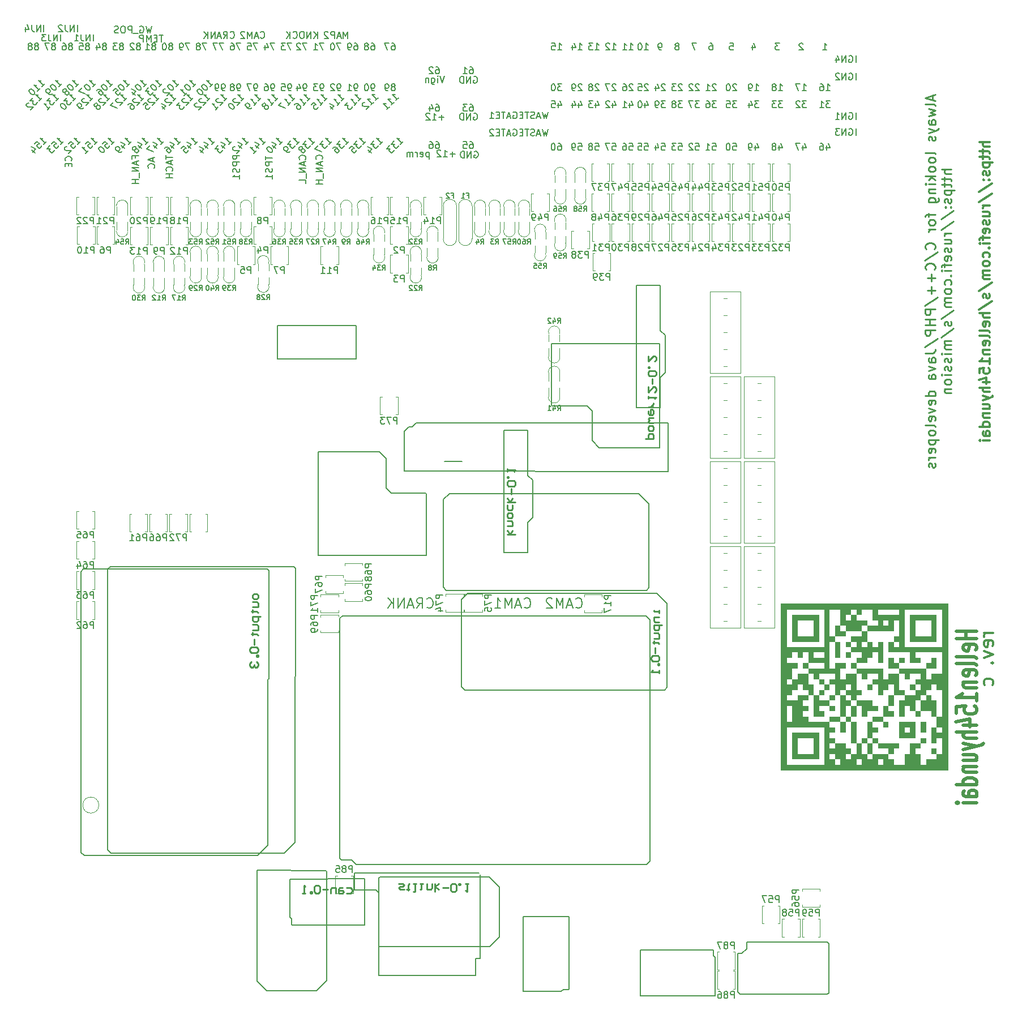
<source format=gbo>
G75*
G70*
%OFA0B0*%
%FSLAX25Y25*%
%IPPOS*%
%LPD*%
%AMOC8*
5,1,8,0,0,1.08239X$1,22.5*
%
%ADD10C,0.00787*%
%ADD101C,0.00390*%
%ADD83C,0.00984*%
%ADD85C,0.01969*%
%ADD93C,0.00472*%
%ADD94C,0.01181*%
%ADD96C,0.00591*%
%ADD98C,0.00500*%
%ADD99C,0.01000*%
X0000000Y0000000D02*
%LPD*%
G01*
D96*
X0099831Y0512767D02*
X0100019Y0512955D01*
X0100206Y0513517D01*
X0100206Y0513892D01*
X0100019Y0514454D01*
X0099644Y0514829D01*
X0099269Y0515017D01*
X0098519Y0515204D01*
X0097957Y0515204D01*
X0097207Y0515017D01*
X0096832Y0514829D01*
X0096457Y0514454D01*
X0096269Y0513892D01*
X0096269Y0513517D01*
X0096457Y0512955D01*
X0096644Y0512767D01*
X0098144Y0511080D02*
X0098144Y0509768D01*
X0100206Y0509205D02*
X0100206Y0511080D01*
X0096269Y0511080D01*
X0096269Y0509205D01*
D83*
X0606860Y0551265D02*
X0606860Y0548453D01*
X0608548Y0551828D02*
X0602642Y0549859D01*
X0608548Y0547891D01*
X0608548Y0545079D02*
X0608266Y0545641D01*
X0607704Y0545922D01*
X0602642Y0545922D01*
X0604611Y0543391D02*
X0608548Y0542267D01*
X0605735Y0541142D01*
X0608548Y0540017D01*
X0604611Y0538892D01*
X0608548Y0534111D02*
X0605454Y0534111D01*
X0604892Y0534393D01*
X0604611Y0534955D01*
X0604611Y0536080D01*
X0604892Y0536642D01*
X0608266Y0534111D02*
X0608548Y0534674D01*
X0608548Y0536080D01*
X0608266Y0536642D01*
X0607704Y0536924D01*
X0607141Y0536924D01*
X0606579Y0536642D01*
X0606298Y0536080D01*
X0606298Y0534674D01*
X0606017Y0534111D01*
X0604611Y0531862D02*
X0608548Y0530456D01*
X0604611Y0529049D02*
X0608548Y0530456D01*
X0609954Y0531018D01*
X0610235Y0531299D01*
X0610516Y0531862D01*
X0608266Y0527081D02*
X0608548Y0526519D01*
X0608548Y0525394D01*
X0608266Y0524831D01*
X0607704Y0524550D01*
X0607423Y0524550D01*
X0606860Y0524831D01*
X0606579Y0525394D01*
X0606579Y0526237D01*
X0606298Y0526800D01*
X0605735Y0527081D01*
X0605454Y0527081D01*
X0604892Y0526800D01*
X0604611Y0526237D01*
X0604611Y0525394D01*
X0604892Y0524831D01*
X0608548Y0516676D02*
X0608266Y0517238D01*
X0607704Y0517520D01*
X0602642Y0517520D01*
X0608548Y0513583D02*
X0608266Y0514145D01*
X0607985Y0514426D01*
X0607423Y0514708D01*
X0605735Y0514708D01*
X0605173Y0514426D01*
X0604892Y0514145D01*
X0604611Y0513583D01*
X0604611Y0512739D01*
X0604892Y0512177D01*
X0605173Y0511895D01*
X0605735Y0511614D01*
X0607423Y0511614D01*
X0607985Y0511895D01*
X0608266Y0512177D01*
X0608548Y0512739D01*
X0608548Y0513583D01*
X0608548Y0508240D02*
X0608266Y0508802D01*
X0607985Y0509083D01*
X0607423Y0509364D01*
X0605735Y0509364D01*
X0605173Y0509083D01*
X0604892Y0508802D01*
X0604611Y0508240D01*
X0604611Y0507396D01*
X0604892Y0506834D01*
X0605173Y0506552D01*
X0605735Y0506271D01*
X0607423Y0506271D01*
X0607985Y0506552D01*
X0608266Y0506834D01*
X0608548Y0507396D01*
X0608548Y0508240D01*
X0608548Y0503740D02*
X0602642Y0503740D01*
X0606298Y0503178D02*
X0608548Y0501490D01*
X0604611Y0501490D02*
X0606860Y0503740D01*
X0608548Y0498960D02*
X0604611Y0498960D01*
X0602642Y0498960D02*
X0602923Y0499241D01*
X0603204Y0498960D01*
X0602923Y0498678D01*
X0602642Y0498960D01*
X0603204Y0498960D01*
X0604611Y0496147D02*
X0608548Y0496147D01*
X0605173Y0496147D02*
X0604892Y0495866D01*
X0604611Y0495304D01*
X0604611Y0494460D01*
X0604892Y0493898D01*
X0605454Y0493616D01*
X0608548Y0493616D01*
X0604611Y0488273D02*
X0609391Y0488273D01*
X0609954Y0488555D01*
X0610235Y0488836D01*
X0610516Y0489398D01*
X0610516Y0490242D01*
X0610235Y0490804D01*
X0608266Y0488273D02*
X0608548Y0488836D01*
X0608548Y0489961D01*
X0608266Y0490523D01*
X0607985Y0490804D01*
X0607423Y0491085D01*
X0605735Y0491085D01*
X0605173Y0490804D01*
X0604892Y0490523D01*
X0604611Y0489961D01*
X0604611Y0488836D01*
X0604892Y0488273D01*
X0604611Y0481805D02*
X0604611Y0479556D01*
X0608548Y0480962D02*
X0603486Y0480962D01*
X0602923Y0480681D01*
X0602642Y0480118D01*
X0602642Y0479556D01*
X0608548Y0476744D02*
X0608266Y0477306D01*
X0607985Y0477587D01*
X0607423Y0477868D01*
X0605735Y0477868D01*
X0605173Y0477587D01*
X0604892Y0477306D01*
X0604611Y0476744D01*
X0604611Y0475900D01*
X0604892Y0475337D01*
X0605173Y0475056D01*
X0605735Y0474775D01*
X0607423Y0474775D01*
X0607985Y0475056D01*
X0608266Y0475337D01*
X0608548Y0475900D01*
X0608548Y0476744D01*
X0608548Y0472244D02*
X0604611Y0472244D01*
X0605735Y0472244D02*
X0605173Y0471963D01*
X0604892Y0471682D01*
X0604611Y0471119D01*
X0604611Y0470557D01*
X0607985Y0460714D02*
X0608266Y0460996D01*
X0608548Y0461839D01*
X0608548Y0462402D01*
X0608266Y0463245D01*
X0607704Y0463808D01*
X0607141Y0464089D01*
X0606017Y0464370D01*
X0605173Y0464370D01*
X0604048Y0464089D01*
X0603486Y0463808D01*
X0602923Y0463245D01*
X0602642Y0462402D01*
X0602642Y0461839D01*
X0602923Y0460996D01*
X0603204Y0460714D01*
X0602361Y0453965D02*
X0609954Y0459027D01*
X0607985Y0448622D02*
X0608266Y0448903D01*
X0608548Y0449747D01*
X0608548Y0450309D01*
X0608266Y0451153D01*
X0607704Y0451715D01*
X0607141Y0451997D01*
X0606017Y0452278D01*
X0605173Y0452278D01*
X0604048Y0451997D01*
X0603486Y0451715D01*
X0602923Y0451153D01*
X0602642Y0450309D01*
X0602642Y0449747D01*
X0602923Y0448903D01*
X0603204Y0448622D01*
X0606298Y0446091D02*
X0606298Y0441592D01*
X0608548Y0443841D02*
X0604048Y0443841D01*
X0606298Y0438780D02*
X0606298Y0434280D01*
X0608548Y0436530D02*
X0604048Y0436530D01*
X0602361Y0427250D02*
X0609954Y0432312D01*
X0608548Y0425281D02*
X0602642Y0425281D01*
X0602642Y0423031D01*
X0602923Y0422469D01*
X0603204Y0422188D01*
X0603767Y0421907D01*
X0604611Y0421907D01*
X0605173Y0422188D01*
X0605454Y0422469D01*
X0605735Y0423031D01*
X0605735Y0425281D01*
X0608548Y0419376D02*
X0602642Y0419376D01*
X0605454Y0419376D02*
X0605454Y0416001D01*
X0608548Y0416001D02*
X0602642Y0416001D01*
X0608548Y0413189D02*
X0602642Y0413189D01*
X0602642Y0410939D01*
X0602923Y0410377D01*
X0603204Y0410096D01*
X0603767Y0409814D01*
X0604611Y0409814D01*
X0605173Y0410096D01*
X0605454Y0410377D01*
X0605735Y0410939D01*
X0605735Y0413189D01*
X0602361Y0403065D02*
X0609954Y0408127D01*
X0602642Y0399409D02*
X0606860Y0399409D01*
X0607704Y0399691D01*
X0608266Y0400253D01*
X0608548Y0401097D01*
X0608548Y0401659D01*
X0608548Y0394066D02*
X0605454Y0394066D01*
X0604892Y0394348D01*
X0604611Y0394910D01*
X0604611Y0396035D01*
X0604892Y0396597D01*
X0608266Y0394066D02*
X0608548Y0394629D01*
X0608548Y0396035D01*
X0608266Y0396597D01*
X0607704Y0396879D01*
X0607141Y0396879D01*
X0606579Y0396597D01*
X0606298Y0396035D01*
X0606298Y0394629D01*
X0606017Y0394066D01*
X0604611Y0391817D02*
X0608548Y0390411D01*
X0604611Y0389004D01*
X0608548Y0384224D02*
X0605454Y0384224D01*
X0604892Y0384505D01*
X0604611Y0385067D01*
X0604611Y0386192D01*
X0604892Y0386755D01*
X0608266Y0384224D02*
X0608548Y0384786D01*
X0608548Y0386192D01*
X0608266Y0386755D01*
X0607704Y0387036D01*
X0607141Y0387036D01*
X0606579Y0386755D01*
X0606298Y0386192D01*
X0606298Y0384786D01*
X0606017Y0384224D01*
X0608548Y0374381D02*
X0602642Y0374381D01*
X0608266Y0374381D02*
X0608548Y0374944D01*
X0608548Y0376069D01*
X0608266Y0376631D01*
X0607985Y0376912D01*
X0607423Y0377193D01*
X0605735Y0377193D01*
X0605173Y0376912D01*
X0604892Y0376631D01*
X0604611Y0376069D01*
X0604611Y0374944D01*
X0604892Y0374381D01*
X0608266Y0369319D02*
X0608548Y0369882D01*
X0608548Y0371007D01*
X0608266Y0371569D01*
X0607704Y0371850D01*
X0605454Y0371850D01*
X0604892Y0371569D01*
X0604611Y0371007D01*
X0604611Y0369882D01*
X0604892Y0369319D01*
X0605454Y0369038D01*
X0606017Y0369038D01*
X0606579Y0371850D01*
X0604611Y0367070D02*
X0608548Y0365664D01*
X0604611Y0364258D01*
X0608266Y0359758D02*
X0608548Y0360321D01*
X0608548Y0361445D01*
X0608266Y0362008D01*
X0607704Y0362289D01*
X0605454Y0362289D01*
X0604892Y0362008D01*
X0604611Y0361445D01*
X0604611Y0360321D01*
X0604892Y0359758D01*
X0605454Y0359477D01*
X0606017Y0359477D01*
X0606579Y0362289D01*
X0608548Y0356102D02*
X0608266Y0356665D01*
X0607704Y0356946D01*
X0602642Y0356946D01*
X0608548Y0353009D02*
X0608266Y0353571D01*
X0607985Y0353853D01*
X0607423Y0354134D01*
X0605735Y0354134D01*
X0605173Y0353853D01*
X0604892Y0353571D01*
X0604611Y0353009D01*
X0604611Y0352165D01*
X0604892Y0351603D01*
X0605173Y0351322D01*
X0605735Y0351040D01*
X0607423Y0351040D01*
X0607985Y0351322D01*
X0608266Y0351603D01*
X0608548Y0352165D01*
X0608548Y0353009D01*
X0604611Y0348510D02*
X0610516Y0348510D01*
X0604892Y0348510D02*
X0604611Y0347947D01*
X0604611Y0346822D01*
X0604892Y0346260D01*
X0605173Y0345979D01*
X0605735Y0345697D01*
X0607423Y0345697D01*
X0607985Y0345979D01*
X0608266Y0346260D01*
X0608548Y0346822D01*
X0608548Y0347947D01*
X0608266Y0348510D01*
X0608266Y0340917D02*
X0608548Y0341479D01*
X0608548Y0342604D01*
X0608266Y0343166D01*
X0607704Y0343448D01*
X0605454Y0343448D01*
X0604892Y0343166D01*
X0604611Y0342604D01*
X0604611Y0341479D01*
X0604892Y0340917D01*
X0605454Y0340636D01*
X0606017Y0340636D01*
X0606579Y0343448D01*
X0608548Y0338105D02*
X0604611Y0338105D01*
X0605735Y0338105D02*
X0605173Y0337823D01*
X0604892Y0337542D01*
X0604611Y0336980D01*
X0604611Y0336417D01*
X0608266Y0334730D02*
X0608548Y0334168D01*
X0608548Y0333043D01*
X0608266Y0332480D01*
X0607704Y0332199D01*
X0607423Y0332199D01*
X0606860Y0332480D01*
X0606579Y0333043D01*
X0606579Y0333886D01*
X0606298Y0334449D01*
X0605735Y0334730D01*
X0605454Y0334730D01*
X0604892Y0334449D01*
X0604611Y0333886D01*
X0604611Y0333043D01*
X0604892Y0332480D01*
X0618055Y0507537D02*
X0612150Y0507537D01*
X0618055Y0505006D02*
X0614962Y0505006D01*
X0614400Y0505287D01*
X0614118Y0505849D01*
X0614118Y0506693D01*
X0614400Y0507255D01*
X0614681Y0507537D01*
X0614118Y0503037D02*
X0614118Y0500787D01*
X0612150Y0502193D02*
X0617212Y0502193D01*
X0617774Y0501912D01*
X0618055Y0501350D01*
X0618055Y0500787D01*
X0614118Y0499663D02*
X0614118Y0497413D01*
X0612150Y0498819D02*
X0617212Y0498819D01*
X0617774Y0498538D01*
X0618055Y0497975D01*
X0618055Y0497413D01*
X0614118Y0495444D02*
X0620024Y0495444D01*
X0614400Y0495444D02*
X0614118Y0494882D01*
X0614118Y0493757D01*
X0614400Y0493195D01*
X0614681Y0492913D01*
X0615243Y0492632D01*
X0616931Y0492632D01*
X0617493Y0492913D01*
X0617774Y0493195D01*
X0618055Y0493757D01*
X0618055Y0494882D01*
X0617774Y0495444D01*
X0617774Y0490382D02*
X0618055Y0489820D01*
X0618055Y0488695D01*
X0617774Y0488133D01*
X0617212Y0487852D01*
X0616931Y0487852D01*
X0616368Y0488133D01*
X0616087Y0488695D01*
X0616087Y0489539D01*
X0615806Y0490101D01*
X0615243Y0490382D01*
X0614962Y0490382D01*
X0614400Y0490101D01*
X0614118Y0489539D01*
X0614118Y0488695D01*
X0614400Y0488133D01*
X0617493Y0485321D02*
X0617774Y0485039D01*
X0618055Y0485321D01*
X0617774Y0485602D01*
X0617493Y0485321D01*
X0618055Y0485321D01*
X0614400Y0485321D02*
X0614681Y0485039D01*
X0614962Y0485321D01*
X0614681Y0485602D01*
X0614400Y0485321D01*
X0614962Y0485321D01*
X0611869Y0478290D02*
X0619461Y0483352D01*
X0611869Y0472103D02*
X0619461Y0477165D01*
X0618055Y0470135D02*
X0614118Y0470135D01*
X0615243Y0470135D02*
X0614681Y0469854D01*
X0614400Y0469573D01*
X0614118Y0469010D01*
X0614118Y0468448D01*
X0614118Y0463948D02*
X0618055Y0463948D01*
X0614118Y0466479D02*
X0617212Y0466479D01*
X0617774Y0466198D01*
X0618055Y0465636D01*
X0618055Y0464792D01*
X0617774Y0464229D01*
X0617493Y0463948D01*
X0617774Y0461417D02*
X0618055Y0460855D01*
X0618055Y0459730D01*
X0617774Y0459168D01*
X0617212Y0458886D01*
X0616931Y0458886D01*
X0616368Y0459168D01*
X0616087Y0459730D01*
X0616087Y0460574D01*
X0615806Y0461136D01*
X0615243Y0461417D01*
X0614962Y0461417D01*
X0614400Y0461136D01*
X0614118Y0460574D01*
X0614118Y0459730D01*
X0614400Y0459168D01*
X0617774Y0454106D02*
X0618055Y0454668D01*
X0618055Y0455793D01*
X0617774Y0456355D01*
X0617212Y0456637D01*
X0614962Y0456637D01*
X0614400Y0456355D01*
X0614118Y0455793D01*
X0614118Y0454668D01*
X0614400Y0454106D01*
X0614962Y0453825D01*
X0615524Y0453825D01*
X0616087Y0456637D01*
X0614118Y0452137D02*
X0614118Y0449888D01*
X0618055Y0451294D02*
X0612994Y0451294D01*
X0612431Y0451012D01*
X0612150Y0450450D01*
X0612150Y0449888D01*
X0618055Y0447919D02*
X0614118Y0447919D01*
X0612150Y0447919D02*
X0612431Y0448200D01*
X0612712Y0447919D01*
X0612431Y0447638D01*
X0612150Y0447919D01*
X0612712Y0447919D01*
X0617493Y0445107D02*
X0617774Y0444826D01*
X0618055Y0445107D01*
X0617774Y0445388D01*
X0617493Y0445107D01*
X0618055Y0445107D01*
X0617774Y0439764D02*
X0618055Y0440326D01*
X0618055Y0441451D01*
X0617774Y0442014D01*
X0617493Y0442295D01*
X0616931Y0442576D01*
X0615243Y0442576D01*
X0614681Y0442295D01*
X0614400Y0442014D01*
X0614118Y0441451D01*
X0614118Y0440326D01*
X0614400Y0439764D01*
X0618055Y0436389D02*
X0617774Y0436952D01*
X0617493Y0437233D01*
X0616931Y0437514D01*
X0615243Y0437514D01*
X0614681Y0437233D01*
X0614400Y0436952D01*
X0614118Y0436389D01*
X0614118Y0435546D01*
X0614400Y0434983D01*
X0614681Y0434702D01*
X0615243Y0434421D01*
X0616931Y0434421D01*
X0617493Y0434702D01*
X0617774Y0434983D01*
X0618055Y0435546D01*
X0618055Y0436389D01*
X0618055Y0431890D02*
X0614118Y0431890D01*
X0614681Y0431890D02*
X0614400Y0431609D01*
X0614118Y0431046D01*
X0614118Y0430202D01*
X0614400Y0429640D01*
X0614962Y0429359D01*
X0618055Y0429359D01*
X0614962Y0429359D02*
X0614400Y0429078D01*
X0614118Y0428515D01*
X0614118Y0427672D01*
X0614400Y0427109D01*
X0614962Y0426828D01*
X0618055Y0426828D01*
X0611869Y0419798D02*
X0619461Y0424859D01*
X0617774Y0418110D02*
X0618055Y0417548D01*
X0618055Y0416423D01*
X0617774Y0415861D01*
X0617212Y0415579D01*
X0616931Y0415579D01*
X0616368Y0415861D01*
X0616087Y0416423D01*
X0616087Y0417267D01*
X0615806Y0417829D01*
X0615243Y0418110D01*
X0614962Y0418110D01*
X0614400Y0417829D01*
X0614118Y0417267D01*
X0614118Y0416423D01*
X0614400Y0415861D01*
X0611869Y0408830D02*
X0619461Y0413892D01*
X0618055Y0406862D02*
X0614118Y0406862D01*
X0614681Y0406862D02*
X0614400Y0406580D01*
X0614118Y0406018D01*
X0614118Y0405174D01*
X0614400Y0404612D01*
X0614962Y0404331D01*
X0618055Y0404331D01*
X0614962Y0404331D02*
X0614400Y0404049D01*
X0614118Y0403487D01*
X0614118Y0402643D01*
X0614400Y0402081D01*
X0614962Y0401800D01*
X0618055Y0401800D01*
X0618055Y0398988D02*
X0614118Y0398988D01*
X0612150Y0398988D02*
X0612431Y0399269D01*
X0612712Y0398988D01*
X0612431Y0398706D01*
X0612150Y0398988D01*
X0612712Y0398988D01*
X0617774Y0396457D02*
X0618055Y0395894D01*
X0618055Y0394769D01*
X0617774Y0394207D01*
X0617212Y0393926D01*
X0616931Y0393926D01*
X0616368Y0394207D01*
X0616087Y0394769D01*
X0616087Y0395613D01*
X0615806Y0396175D01*
X0615243Y0396457D01*
X0614962Y0396457D01*
X0614400Y0396175D01*
X0614118Y0395613D01*
X0614118Y0394769D01*
X0614400Y0394207D01*
X0617774Y0391676D02*
X0618055Y0391114D01*
X0618055Y0389989D01*
X0617774Y0389426D01*
X0617212Y0389145D01*
X0616931Y0389145D01*
X0616368Y0389426D01*
X0616087Y0389989D01*
X0616087Y0390832D01*
X0615806Y0391395D01*
X0615243Y0391676D01*
X0614962Y0391676D01*
X0614400Y0391395D01*
X0614118Y0390832D01*
X0614118Y0389989D01*
X0614400Y0389426D01*
X0618055Y0386614D02*
X0614118Y0386614D01*
X0612150Y0386614D02*
X0612431Y0386895D01*
X0612712Y0386614D01*
X0612431Y0386333D01*
X0612150Y0386614D01*
X0612712Y0386614D01*
X0618055Y0382958D02*
X0617774Y0383521D01*
X0617493Y0383802D01*
X0616931Y0384083D01*
X0615243Y0384083D01*
X0614681Y0383802D01*
X0614400Y0383521D01*
X0614118Y0382958D01*
X0614118Y0382115D01*
X0614400Y0381552D01*
X0614681Y0381271D01*
X0615243Y0380990D01*
X0616931Y0380990D01*
X0617493Y0381271D01*
X0617774Y0381552D01*
X0618055Y0382115D01*
X0618055Y0382958D01*
X0614118Y0378459D02*
X0618055Y0378459D01*
X0614681Y0378459D02*
X0614400Y0378178D01*
X0614118Y0377615D01*
X0614118Y0376772D01*
X0614400Y0376209D01*
X0614962Y0375928D01*
X0618055Y0375928D01*
D96*
X0325872Y0516648D02*
X0322872Y0516648D01*
X0324372Y0515148D02*
X0324372Y0518148D01*
X0318935Y0515148D02*
X0321185Y0515148D01*
X0320060Y0515148D02*
X0320060Y0519085D01*
X0320435Y0518523D01*
X0320810Y0518148D01*
X0321185Y0517960D01*
X0317435Y0518710D02*
X0317248Y0518898D01*
X0316873Y0519085D01*
X0315936Y0519085D01*
X0315561Y0518898D01*
X0315373Y0518710D01*
X0315186Y0518335D01*
X0315186Y0517960D01*
X0315373Y0517398D01*
X0317623Y0515148D01*
X0315186Y0515148D01*
X0310499Y0517773D02*
X0310499Y0513836D01*
X0310499Y0517585D02*
X0310124Y0517773D01*
X0309374Y0517773D01*
X0308999Y0517585D01*
X0308811Y0517398D01*
X0308624Y0517023D01*
X0308624Y0515898D01*
X0308811Y0515523D01*
X0308999Y0515336D01*
X0309374Y0515148D01*
X0310124Y0515148D01*
X0310499Y0515336D01*
X0305437Y0515336D02*
X0305812Y0515148D01*
X0306562Y0515148D01*
X0306937Y0515336D01*
X0307124Y0515711D01*
X0307124Y0517210D01*
X0306937Y0517585D01*
X0306562Y0517773D01*
X0305812Y0517773D01*
X0305437Y0517585D01*
X0305249Y0517210D01*
X0305249Y0516835D01*
X0307124Y0516460D01*
X0303562Y0515148D02*
X0303562Y0517773D01*
X0303562Y0517023D02*
X0303375Y0517398D01*
X0303187Y0517585D01*
X0302812Y0517773D01*
X0302437Y0517773D01*
X0301125Y0515148D02*
X0301125Y0517773D01*
X0301125Y0517398D02*
X0300937Y0517585D01*
X0300562Y0517773D01*
X0300000Y0517773D01*
X0299625Y0517585D01*
X0299438Y0517210D01*
X0299438Y0515148D01*
X0299438Y0517210D02*
X0299250Y0517585D01*
X0298875Y0517773D01*
X0298313Y0517773D01*
X0297938Y0517585D01*
X0297750Y0517210D01*
X0297750Y0515148D01*
X0380727Y0531290D02*
X0379790Y0527353D01*
X0379040Y0530165D01*
X0378290Y0527353D01*
X0377353Y0531290D01*
X0376040Y0528478D02*
X0374166Y0528478D01*
X0376415Y0527353D02*
X0375103Y0531290D01*
X0373791Y0527353D01*
X0372666Y0527540D02*
X0372103Y0527353D01*
X0371166Y0527353D01*
X0370791Y0527540D01*
X0370604Y0527728D01*
X0370416Y0528103D01*
X0370416Y0528478D01*
X0370604Y0528853D01*
X0370791Y0529040D01*
X0371166Y0529228D01*
X0371916Y0529415D01*
X0372291Y0529603D01*
X0372478Y0529790D01*
X0372666Y0530165D01*
X0372666Y0530540D01*
X0372478Y0530915D01*
X0372291Y0531102D01*
X0371916Y0531290D01*
X0370979Y0531290D01*
X0370416Y0531102D01*
X0369291Y0531290D02*
X0367042Y0531290D01*
X0368166Y0527353D02*
X0368166Y0531290D01*
X0365729Y0529415D02*
X0364417Y0529415D01*
X0363855Y0527353D02*
X0365729Y0527353D01*
X0365729Y0531290D01*
X0363855Y0531290D01*
X0360105Y0531102D02*
X0360480Y0531290D01*
X0361042Y0531290D01*
X0361605Y0531102D01*
X0361980Y0530727D01*
X0362167Y0530352D01*
X0362355Y0529603D01*
X0362355Y0529040D01*
X0362167Y0528290D01*
X0361980Y0527915D01*
X0361605Y0527540D01*
X0361042Y0527353D01*
X0360667Y0527353D01*
X0360105Y0527540D01*
X0359918Y0527728D01*
X0359918Y0529040D01*
X0360667Y0529040D01*
X0358418Y0528478D02*
X0356543Y0528478D01*
X0358793Y0527353D02*
X0357480Y0531290D01*
X0356168Y0527353D01*
X0355418Y0531290D02*
X0353168Y0531290D01*
X0354293Y0527353D02*
X0354293Y0531290D01*
X0351856Y0529415D02*
X0350544Y0529415D01*
X0349981Y0527353D02*
X0351856Y0527353D01*
X0351856Y0531290D01*
X0349981Y0531290D01*
X0348481Y0530915D02*
X0348294Y0531102D01*
X0347919Y0531290D01*
X0346982Y0531290D01*
X0346607Y0531102D01*
X0346419Y0530915D01*
X0346232Y0530540D01*
X0346232Y0530165D01*
X0346419Y0529603D01*
X0348669Y0527353D01*
X0346232Y0527353D01*
X0147282Y0591920D02*
X0146344Y0587983D01*
X0145594Y0590795D01*
X0144844Y0587983D01*
X0143907Y0591920D01*
X0140345Y0591732D02*
X0140720Y0591920D01*
X0141282Y0591920D01*
X0141845Y0591732D01*
X0142220Y0591357D01*
X0142407Y0590982D01*
X0142595Y0590232D01*
X0142595Y0589670D01*
X0142407Y0588920D01*
X0142220Y0588545D01*
X0141845Y0588170D01*
X0141282Y0587983D01*
X0140907Y0587983D01*
X0140345Y0588170D01*
X0140157Y0588358D01*
X0140157Y0589670D01*
X0140907Y0589670D01*
X0139408Y0587608D02*
X0136408Y0587608D01*
X0135471Y0587983D02*
X0135471Y0591920D01*
X0133971Y0591920D01*
X0133596Y0591732D01*
X0133408Y0591545D01*
X0133221Y0591170D01*
X0133221Y0590607D01*
X0133408Y0590232D01*
X0133596Y0590045D01*
X0133971Y0589858D01*
X0135471Y0589858D01*
X0130784Y0591920D02*
X0130034Y0591920D01*
X0129659Y0591732D01*
X0129284Y0591357D01*
X0129096Y0590607D01*
X0129096Y0589295D01*
X0129284Y0588545D01*
X0129659Y0588170D01*
X0130034Y0587983D01*
X0130784Y0587983D01*
X0131159Y0588170D01*
X0131534Y0588545D01*
X0131721Y0589295D01*
X0131721Y0590607D01*
X0131534Y0591357D01*
X0131159Y0591732D01*
X0130784Y0591920D01*
X0127597Y0588170D02*
X0127034Y0587983D01*
X0126097Y0587983D01*
X0125722Y0588170D01*
X0125534Y0588358D01*
X0125347Y0588733D01*
X0125347Y0589108D01*
X0125534Y0589483D01*
X0125722Y0589670D01*
X0126097Y0589858D01*
X0126847Y0590045D01*
X0127222Y0590232D01*
X0127409Y0590420D01*
X0127597Y0590795D01*
X0127597Y0591170D01*
X0127409Y0591545D01*
X0127222Y0591732D01*
X0126847Y0591920D01*
X0125909Y0591920D01*
X0125347Y0591732D01*
X0336858Y0562205D02*
X0337233Y0562392D01*
X0337795Y0562392D01*
X0338358Y0562205D01*
X0338733Y0561830D01*
X0338920Y0561455D01*
X0339108Y0560705D01*
X0339108Y0560142D01*
X0338920Y0559393D01*
X0338733Y0559018D01*
X0338358Y0558643D01*
X0337795Y0558455D01*
X0337420Y0558455D01*
X0336858Y0558643D01*
X0336670Y0558830D01*
X0336670Y0560142D01*
X0337420Y0560142D01*
X0334983Y0558455D02*
X0334983Y0562392D01*
X0332733Y0558455D01*
X0332733Y0562392D01*
X0330859Y0558455D02*
X0330859Y0562392D01*
X0329921Y0562392D01*
X0329359Y0562205D01*
X0328984Y0561830D01*
X0328796Y0561455D01*
X0328609Y0560705D01*
X0328609Y0560142D01*
X0328796Y0559393D01*
X0328984Y0559018D01*
X0329359Y0558643D01*
X0329921Y0558455D01*
X0330859Y0558455D01*
X0262748Y0584833D02*
X0262748Y0588770D01*
X0261436Y0585958D01*
X0260124Y0588770D01*
X0260124Y0584833D01*
X0258436Y0585958D02*
X0256562Y0585958D01*
X0258811Y0584833D02*
X0257499Y0588770D01*
X0256187Y0584833D01*
X0254874Y0584833D02*
X0254874Y0588770D01*
X0253375Y0588770D01*
X0253000Y0588583D01*
X0252812Y0588395D01*
X0252625Y0588020D01*
X0252625Y0587458D01*
X0252812Y0587083D01*
X0253000Y0586895D01*
X0253375Y0586708D01*
X0254874Y0586708D01*
X0251125Y0588395D02*
X0250937Y0588583D01*
X0250562Y0588770D01*
X0249625Y0588770D01*
X0249250Y0588583D01*
X0249063Y0588395D01*
X0248875Y0588020D01*
X0248875Y0587645D01*
X0249063Y0587083D01*
X0251312Y0584833D01*
X0248875Y0584833D01*
X0214379Y0515504D02*
X0214379Y0513255D01*
X0218316Y0514379D02*
X0214379Y0514379D01*
X0218316Y0511942D02*
X0214379Y0511942D01*
X0214379Y0510442D01*
X0214567Y0510067D01*
X0214754Y0509880D01*
X0215129Y0509693D01*
X0215692Y0509693D01*
X0216067Y0509880D01*
X0216254Y0510067D01*
X0216442Y0510442D01*
X0216442Y0511942D01*
X0218129Y0508193D02*
X0218316Y0507630D01*
X0218316Y0506693D01*
X0218129Y0506318D01*
X0217942Y0506130D01*
X0217567Y0505943D01*
X0217192Y0505943D01*
X0216817Y0506130D01*
X0216629Y0506318D01*
X0216442Y0506693D01*
X0216254Y0507443D01*
X0216067Y0507818D01*
X0215879Y0508005D01*
X0215504Y0508193D01*
X0215129Y0508193D01*
X0214754Y0508005D01*
X0214567Y0507818D01*
X0214379Y0507443D01*
X0214379Y0506505D01*
X0214567Y0505943D01*
X0218316Y0502193D02*
X0218316Y0504443D01*
X0218316Y0503318D02*
X0214379Y0503318D01*
X0214942Y0503693D01*
X0215317Y0504068D01*
X0215504Y0504443D01*
X0319423Y0538301D02*
X0316423Y0538301D01*
X0317923Y0536802D02*
X0317923Y0539801D01*
X0312486Y0536802D02*
X0314736Y0536802D01*
X0313611Y0536802D02*
X0313611Y0540739D01*
X0313986Y0540176D01*
X0314361Y0539801D01*
X0314736Y0539614D01*
X0310986Y0540364D02*
X0310799Y0540551D01*
X0310424Y0540739D01*
X0309486Y0540739D01*
X0309111Y0540551D01*
X0308924Y0540364D01*
X0308736Y0539989D01*
X0308736Y0539614D01*
X0308924Y0539051D01*
X0311174Y0536802D01*
X0308736Y0536802D01*
X0561811Y0537195D02*
X0561811Y0541132D01*
X0557874Y0540945D02*
X0558249Y0541132D01*
X0558811Y0541132D01*
X0559374Y0540945D01*
X0559749Y0540570D01*
X0559936Y0540195D01*
X0560124Y0539445D01*
X0560124Y0538883D01*
X0559936Y0538133D01*
X0559749Y0537758D01*
X0559374Y0537383D01*
X0558811Y0537195D01*
X0558436Y0537195D01*
X0557874Y0537383D01*
X0557687Y0537570D01*
X0557687Y0538883D01*
X0558436Y0538883D01*
X0555999Y0537195D02*
X0555999Y0541132D01*
X0553750Y0537195D01*
X0553750Y0541132D01*
X0549813Y0537195D02*
X0552062Y0537195D01*
X0550937Y0537195D02*
X0550937Y0541132D01*
X0551312Y0540570D01*
X0551687Y0540195D01*
X0552062Y0540008D01*
D85*
X0632902Y0235822D02*
X0621091Y0235822D01*
X0626715Y0235822D02*
X0626715Y0231323D01*
X0632902Y0231323D02*
X0621091Y0231323D01*
X0632340Y0224573D02*
X0632902Y0225323D01*
X0632902Y0226823D01*
X0632340Y0227573D01*
X0631215Y0227948D01*
X0626715Y0227948D01*
X0625591Y0227573D01*
X0625028Y0226823D01*
X0625028Y0225323D01*
X0625591Y0224573D01*
X0626715Y0224199D01*
X0627840Y0224199D01*
X0628965Y0227948D01*
X0632902Y0219699D02*
X0632340Y0220449D01*
X0631215Y0220824D01*
X0621091Y0220824D01*
X0632902Y0215575D02*
X0632340Y0216325D01*
X0631215Y0216699D01*
X0621091Y0216699D01*
X0632340Y0209575D02*
X0632902Y0210325D01*
X0632902Y0211825D01*
X0632340Y0212575D01*
X0631215Y0212950D01*
X0626715Y0212950D01*
X0625591Y0212575D01*
X0625028Y0211825D01*
X0625028Y0210325D01*
X0625591Y0209575D01*
X0626715Y0209200D01*
X0627840Y0209200D01*
X0628965Y0212950D01*
X0625028Y0205826D02*
X0632902Y0205826D01*
X0626153Y0205826D02*
X0625591Y0205451D01*
X0625028Y0204701D01*
X0625028Y0203576D01*
X0625591Y0202826D01*
X0626715Y0202451D01*
X0632902Y0202451D01*
X0632902Y0194577D02*
X0632902Y0199077D01*
X0632902Y0196827D02*
X0621091Y0196827D01*
X0622778Y0197577D01*
X0623903Y0198327D01*
X0624466Y0199077D01*
X0621091Y0187453D02*
X0621091Y0191203D01*
X0626715Y0191578D01*
X0626153Y0191203D01*
X0625591Y0190453D01*
X0625591Y0188578D01*
X0626153Y0187828D01*
X0626715Y0187453D01*
X0627840Y0187078D01*
X0630652Y0187078D01*
X0631777Y0187453D01*
X0632340Y0187828D01*
X0632902Y0188578D01*
X0632902Y0190453D01*
X0632340Y0191203D01*
X0631777Y0191578D01*
X0625028Y0180329D02*
X0632902Y0180329D01*
X0620529Y0182204D02*
X0628965Y0184079D01*
X0628965Y0179204D01*
X0632902Y0176205D02*
X0621091Y0176205D01*
X0632902Y0172830D02*
X0626715Y0172830D01*
X0625591Y0173205D01*
X0625028Y0173955D01*
X0625028Y0175080D01*
X0625591Y0175830D01*
X0626153Y0176205D01*
X0625028Y0169830D02*
X0632902Y0167956D01*
X0625028Y0166081D02*
X0632902Y0167956D01*
X0635714Y0168705D01*
X0636277Y0169080D01*
X0636839Y0169830D01*
X0625028Y0159707D02*
X0632902Y0159707D01*
X0625028Y0163081D02*
X0631215Y0163081D01*
X0632340Y0162706D01*
X0632902Y0161956D01*
X0632902Y0160831D01*
X0632340Y0160082D01*
X0631777Y0159707D01*
X0625028Y0155957D02*
X0632902Y0155957D01*
X0626153Y0155957D02*
X0625591Y0155582D01*
X0625028Y0154832D01*
X0625028Y0153707D01*
X0625591Y0152957D01*
X0626715Y0152582D01*
X0632902Y0152582D01*
X0632902Y0145458D02*
X0621091Y0145458D01*
X0632340Y0145458D02*
X0632902Y0146208D01*
X0632902Y0147708D01*
X0632340Y0148458D01*
X0631777Y0148833D01*
X0630652Y0149208D01*
X0627278Y0149208D01*
X0626153Y0148833D01*
X0625591Y0148458D01*
X0625028Y0147708D01*
X0625028Y0146208D01*
X0625591Y0145458D01*
X0632902Y0138334D02*
X0626715Y0138334D01*
X0625591Y0138709D01*
X0625028Y0139459D01*
X0625028Y0140959D01*
X0625591Y0141709D01*
X0632340Y0138334D02*
X0632902Y0139084D01*
X0632902Y0140959D01*
X0632340Y0141709D01*
X0631215Y0142084D01*
X0630090Y0142084D01*
X0628965Y0141709D01*
X0628403Y0140959D01*
X0628403Y0139084D01*
X0627840Y0138334D01*
X0632902Y0134585D02*
X0625028Y0134585D01*
X0621091Y0134585D02*
X0621654Y0134960D01*
X0622216Y0134585D01*
X0621654Y0134210D01*
X0621091Y0134585D01*
X0622216Y0134585D01*
D96*
X0561811Y0527747D02*
X0561811Y0531684D01*
X0557874Y0531496D02*
X0558249Y0531684D01*
X0558811Y0531684D01*
X0559374Y0531496D01*
X0559749Y0531121D01*
X0559936Y0530746D01*
X0560124Y0529996D01*
X0560124Y0529434D01*
X0559936Y0528684D01*
X0559749Y0528309D01*
X0559374Y0527934D01*
X0558811Y0527747D01*
X0558436Y0527747D01*
X0557874Y0527934D01*
X0557687Y0528121D01*
X0557687Y0529434D01*
X0558436Y0529434D01*
X0555999Y0527747D02*
X0555999Y0531684D01*
X0553750Y0527747D01*
X0553750Y0531684D01*
X0552250Y0531684D02*
X0549813Y0531684D01*
X0551125Y0530184D01*
X0550562Y0530184D01*
X0550187Y0529996D01*
X0550000Y0529809D01*
X0549813Y0529434D01*
X0549813Y0528496D01*
X0550000Y0528121D01*
X0550187Y0527934D01*
X0550562Y0527747D01*
X0551687Y0527747D01*
X0552062Y0527934D01*
X0552250Y0528121D01*
X0137514Y0514229D02*
X0137514Y0515542D01*
X0139576Y0515542D02*
X0135639Y0515542D01*
X0135639Y0513667D01*
X0138451Y0512355D02*
X0138451Y0510480D01*
X0139576Y0512730D02*
X0135639Y0511417D01*
X0139576Y0510105D01*
X0139576Y0508793D02*
X0135639Y0508793D01*
X0139576Y0506543D01*
X0135639Y0506543D01*
X0139951Y0505606D02*
X0139951Y0502606D01*
X0139576Y0501669D02*
X0135639Y0501669D01*
X0137514Y0501669D02*
X0137514Y0499419D01*
X0139576Y0499419D02*
X0135639Y0499419D01*
D94*
X0640467Y0523706D02*
X0634561Y0523706D01*
X0640467Y0521175D02*
X0637373Y0521175D01*
X0636811Y0521457D01*
X0636530Y0522019D01*
X0636530Y0522863D01*
X0636811Y0523425D01*
X0637092Y0523706D01*
X0636530Y0519207D02*
X0636530Y0516957D01*
X0634561Y0518363D02*
X0639623Y0518363D01*
X0640186Y0518082D01*
X0640467Y0517520D01*
X0640467Y0516957D01*
X0636530Y0515832D02*
X0636530Y0513583D01*
X0634561Y0514989D02*
X0639623Y0514989D01*
X0640186Y0514708D01*
X0640467Y0514145D01*
X0640467Y0513583D01*
X0636530Y0511614D02*
X0642435Y0511614D01*
X0636811Y0511614D02*
X0636530Y0511052D01*
X0636530Y0509927D01*
X0636811Y0509364D01*
X0637092Y0509083D01*
X0637655Y0508802D01*
X0639342Y0508802D01*
X0639904Y0509083D01*
X0640186Y0509364D01*
X0640467Y0509927D01*
X0640467Y0511052D01*
X0640186Y0511614D01*
X0640186Y0506552D02*
X0640467Y0505990D01*
X0640467Y0504865D01*
X0640186Y0504303D01*
X0639623Y0504021D01*
X0639342Y0504021D01*
X0638780Y0504303D01*
X0638498Y0504865D01*
X0638498Y0505709D01*
X0638217Y0506271D01*
X0637655Y0506552D01*
X0637373Y0506552D01*
X0636811Y0506271D01*
X0636530Y0505709D01*
X0636530Y0504865D01*
X0636811Y0504303D01*
X0639904Y0501490D02*
X0640186Y0501209D01*
X0640467Y0501490D01*
X0640186Y0501772D01*
X0639904Y0501490D01*
X0640467Y0501490D01*
X0636811Y0501490D02*
X0637092Y0501209D01*
X0637373Y0501490D01*
X0637092Y0501772D01*
X0636811Y0501490D01*
X0637373Y0501490D01*
X0634280Y0494460D02*
X0641873Y0499522D01*
X0634280Y0488273D02*
X0641873Y0493335D01*
X0640467Y0486305D02*
X0636530Y0486305D01*
X0637655Y0486305D02*
X0637092Y0486024D01*
X0636811Y0485742D01*
X0636530Y0485180D01*
X0636530Y0484618D01*
X0636530Y0480118D02*
X0640467Y0480118D01*
X0636530Y0482649D02*
X0639623Y0482649D01*
X0640186Y0482368D01*
X0640467Y0481805D01*
X0640467Y0480962D01*
X0640186Y0480399D01*
X0639904Y0480118D01*
X0640186Y0477587D02*
X0640467Y0477025D01*
X0640467Y0475900D01*
X0640186Y0475337D01*
X0639623Y0475056D01*
X0639342Y0475056D01*
X0638780Y0475337D01*
X0638498Y0475900D01*
X0638498Y0476744D01*
X0638217Y0477306D01*
X0637655Y0477587D01*
X0637373Y0477587D01*
X0636811Y0477306D01*
X0636530Y0476744D01*
X0636530Y0475900D01*
X0636811Y0475337D01*
X0640186Y0470276D02*
X0640467Y0470838D01*
X0640467Y0471963D01*
X0640186Y0472525D01*
X0639623Y0472807D01*
X0637373Y0472807D01*
X0636811Y0472525D01*
X0636530Y0471963D01*
X0636530Y0470838D01*
X0636811Y0470276D01*
X0637373Y0469994D01*
X0637936Y0469994D01*
X0638498Y0472807D01*
X0636530Y0468307D02*
X0636530Y0466057D01*
X0640467Y0467463D02*
X0635405Y0467463D01*
X0634843Y0467182D01*
X0634561Y0466620D01*
X0634561Y0466057D01*
X0640467Y0464089D02*
X0636530Y0464089D01*
X0634561Y0464089D02*
X0634843Y0464370D01*
X0635124Y0464089D01*
X0634843Y0463808D01*
X0634561Y0464089D01*
X0635124Y0464089D01*
X0639904Y0461277D02*
X0640186Y0460996D01*
X0640467Y0461277D01*
X0640186Y0461558D01*
X0639904Y0461277D01*
X0640467Y0461277D01*
X0640186Y0455934D02*
X0640467Y0456496D01*
X0640467Y0457621D01*
X0640186Y0458183D01*
X0639904Y0458465D01*
X0639342Y0458746D01*
X0637655Y0458746D01*
X0637092Y0458465D01*
X0636811Y0458183D01*
X0636530Y0457621D01*
X0636530Y0456496D01*
X0636811Y0455934D01*
X0640467Y0452559D02*
X0640186Y0453121D01*
X0639904Y0453403D01*
X0639342Y0453684D01*
X0637655Y0453684D01*
X0637092Y0453403D01*
X0636811Y0453121D01*
X0636530Y0452559D01*
X0636530Y0451715D01*
X0636811Y0451153D01*
X0637092Y0450872D01*
X0637655Y0450591D01*
X0639342Y0450591D01*
X0639904Y0450872D01*
X0640186Y0451153D01*
X0640467Y0451715D01*
X0640467Y0452559D01*
X0640467Y0448060D02*
X0636530Y0448060D01*
X0637092Y0448060D02*
X0636811Y0447778D01*
X0636530Y0447216D01*
X0636530Y0446372D01*
X0636811Y0445810D01*
X0637373Y0445529D01*
X0640467Y0445529D01*
X0637373Y0445529D02*
X0636811Y0445247D01*
X0636530Y0444685D01*
X0636530Y0443841D01*
X0636811Y0443279D01*
X0637373Y0442998D01*
X0640467Y0442998D01*
X0634280Y0435967D02*
X0641873Y0441029D01*
X0640186Y0434280D02*
X0640467Y0433718D01*
X0640467Y0432593D01*
X0640186Y0432030D01*
X0639623Y0431749D01*
X0639342Y0431749D01*
X0638780Y0432030D01*
X0638498Y0432593D01*
X0638498Y0433436D01*
X0638217Y0433999D01*
X0637655Y0434280D01*
X0637373Y0434280D01*
X0636811Y0433999D01*
X0636530Y0433436D01*
X0636530Y0432593D01*
X0636811Y0432030D01*
X0634280Y0425000D02*
X0641873Y0430062D01*
X0640467Y0423031D02*
X0634561Y0423031D01*
X0640467Y0420501D02*
X0637373Y0420501D01*
X0636811Y0420782D01*
X0636530Y0421344D01*
X0636530Y0422188D01*
X0636811Y0422750D01*
X0637092Y0423031D01*
X0640186Y0415439D02*
X0640467Y0416001D01*
X0640467Y0417126D01*
X0640186Y0417688D01*
X0639623Y0417970D01*
X0637373Y0417970D01*
X0636811Y0417688D01*
X0636530Y0417126D01*
X0636530Y0416001D01*
X0636811Y0415439D01*
X0637373Y0415157D01*
X0637936Y0415157D01*
X0638498Y0417970D01*
X0640467Y0411783D02*
X0640186Y0412345D01*
X0639623Y0412627D01*
X0634561Y0412627D01*
X0640467Y0408690D02*
X0640186Y0409252D01*
X0639623Y0409533D01*
X0634561Y0409533D01*
X0640186Y0404190D02*
X0640467Y0404753D01*
X0640467Y0405877D01*
X0640186Y0406440D01*
X0639623Y0406721D01*
X0637373Y0406721D01*
X0636811Y0406440D01*
X0636530Y0405877D01*
X0636530Y0404753D01*
X0636811Y0404190D01*
X0637373Y0403909D01*
X0637936Y0403909D01*
X0638498Y0406721D01*
X0636530Y0401378D02*
X0640467Y0401378D01*
X0637092Y0401378D02*
X0636811Y0401097D01*
X0636530Y0400534D01*
X0636530Y0399691D01*
X0636811Y0399128D01*
X0637373Y0398847D01*
X0640467Y0398847D01*
X0640467Y0392942D02*
X0640467Y0396316D01*
X0640467Y0394629D02*
X0634561Y0394629D01*
X0635405Y0395191D01*
X0635967Y0395754D01*
X0636249Y0396316D01*
X0634561Y0387598D02*
X0634561Y0390411D01*
X0637373Y0390692D01*
X0637092Y0390411D01*
X0636811Y0389848D01*
X0636811Y0388442D01*
X0637092Y0387880D01*
X0637373Y0387598D01*
X0637936Y0387317D01*
X0639342Y0387317D01*
X0639904Y0387598D01*
X0640186Y0387880D01*
X0640467Y0388442D01*
X0640467Y0389848D01*
X0640186Y0390411D01*
X0639904Y0390692D01*
X0636530Y0382255D02*
X0640467Y0382255D01*
X0634280Y0383661D02*
X0638498Y0385067D01*
X0638498Y0381412D01*
X0640467Y0379162D02*
X0634561Y0379162D01*
X0640467Y0376631D02*
X0637373Y0376631D01*
X0636811Y0376912D01*
X0636530Y0377475D01*
X0636530Y0378318D01*
X0636811Y0378881D01*
X0637092Y0379162D01*
X0636530Y0374381D02*
X0640467Y0372975D01*
X0636530Y0371569D02*
X0640467Y0372975D01*
X0641873Y0373538D01*
X0642154Y0373819D01*
X0642435Y0374381D01*
X0636530Y0366789D02*
X0640467Y0366789D01*
X0636530Y0369319D02*
X0639623Y0369319D01*
X0640186Y0369038D01*
X0640467Y0368476D01*
X0640467Y0367632D01*
X0640186Y0367070D01*
X0639904Y0366789D01*
X0636530Y0363976D02*
X0640467Y0363976D01*
X0637092Y0363976D02*
X0636811Y0363695D01*
X0636530Y0363133D01*
X0636530Y0362289D01*
X0636811Y0361727D01*
X0637373Y0361445D01*
X0640467Y0361445D01*
X0640467Y0356102D02*
X0634561Y0356102D01*
X0640186Y0356102D02*
X0640467Y0356665D01*
X0640467Y0357790D01*
X0640186Y0358352D01*
X0639904Y0358633D01*
X0639342Y0358915D01*
X0637655Y0358915D01*
X0637092Y0358633D01*
X0636811Y0358352D01*
X0636530Y0357790D01*
X0636530Y0356665D01*
X0636811Y0356102D01*
X0640467Y0350759D02*
X0637373Y0350759D01*
X0636811Y0351040D01*
X0636530Y0351603D01*
X0636530Y0352728D01*
X0636811Y0353290D01*
X0640186Y0350759D02*
X0640467Y0351322D01*
X0640467Y0352728D01*
X0640186Y0353290D01*
X0639623Y0353571D01*
X0639061Y0353571D01*
X0638498Y0353290D01*
X0638217Y0352728D01*
X0638217Y0351322D01*
X0637936Y0350759D01*
X0640467Y0347947D02*
X0636530Y0347947D01*
X0634561Y0347947D02*
X0634843Y0348228D01*
X0635124Y0347947D01*
X0634843Y0347666D01*
X0634561Y0347947D01*
X0635124Y0347947D01*
D96*
X0561811Y0570660D02*
X0561811Y0574597D01*
X0557874Y0574409D02*
X0558249Y0574597D01*
X0558811Y0574597D01*
X0559374Y0574409D01*
X0559749Y0574034D01*
X0559936Y0573660D01*
X0560124Y0572910D01*
X0560124Y0572347D01*
X0559936Y0571597D01*
X0559749Y0571222D01*
X0559374Y0570847D01*
X0558811Y0570660D01*
X0558436Y0570660D01*
X0557874Y0570847D01*
X0557687Y0571035D01*
X0557687Y0572347D01*
X0558436Y0572347D01*
X0555999Y0570660D02*
X0555999Y0574597D01*
X0553750Y0570660D01*
X0553750Y0574597D01*
X0550187Y0573285D02*
X0550187Y0570660D01*
X0551125Y0574784D02*
X0552062Y0571972D01*
X0549625Y0571972D01*
X0319591Y0562786D02*
X0318279Y0558849D01*
X0316967Y0562786D01*
X0315654Y0558849D02*
X0315654Y0561474D01*
X0315654Y0562786D02*
X0315842Y0562598D01*
X0315654Y0562411D01*
X0315467Y0562598D01*
X0315654Y0562786D01*
X0315654Y0562411D01*
X0312092Y0561474D02*
X0312092Y0558286D01*
X0312280Y0557912D01*
X0312467Y0557724D01*
X0312842Y0557537D01*
X0313405Y0557537D01*
X0313780Y0557724D01*
X0312092Y0559036D02*
X0312467Y0558849D01*
X0313217Y0558849D01*
X0313592Y0559036D01*
X0313780Y0559224D01*
X0313967Y0559599D01*
X0313967Y0560724D01*
X0313780Y0561099D01*
X0313592Y0561286D01*
X0313217Y0561474D01*
X0312467Y0561474D01*
X0312092Y0561286D01*
X0310217Y0561474D02*
X0310217Y0558849D01*
X0310217Y0561099D02*
X0310030Y0561286D01*
X0309655Y0561474D01*
X0309093Y0561474D01*
X0308718Y0561286D01*
X0308530Y0560911D01*
X0308530Y0558849D01*
X0237627Y0513498D02*
X0237814Y0513686D01*
X0238001Y0514248D01*
X0238001Y0514623D01*
X0237814Y0515186D01*
X0237439Y0515561D01*
X0237064Y0515748D01*
X0236314Y0515936D01*
X0235752Y0515936D01*
X0235002Y0515748D01*
X0234627Y0515561D01*
X0234252Y0515186D01*
X0234064Y0514623D01*
X0234064Y0514248D01*
X0234252Y0513686D01*
X0234439Y0513498D01*
X0236877Y0511999D02*
X0236877Y0510124D01*
X0238001Y0512373D02*
X0234064Y0511061D01*
X0238001Y0509749D01*
X0238001Y0508436D02*
X0234064Y0508436D01*
X0238001Y0506187D01*
X0234064Y0506187D01*
X0238376Y0505249D02*
X0238376Y0502250D01*
X0238001Y0499438D02*
X0238001Y0501312D01*
X0234064Y0501312D01*
X0147900Y0514323D02*
X0147900Y0512448D01*
X0149025Y0514698D02*
X0145088Y0513386D01*
X0149025Y0512073D01*
X0148650Y0508511D02*
X0148838Y0508699D01*
X0149025Y0509261D01*
X0149025Y0509636D01*
X0148838Y0510199D01*
X0148463Y0510574D01*
X0148088Y0510761D01*
X0147338Y0510949D01*
X0146775Y0510949D01*
X0146025Y0510761D01*
X0145651Y0510574D01*
X0145276Y0510199D01*
X0145088Y0509636D01*
X0145088Y0509261D01*
X0145276Y0508699D01*
X0145463Y0508511D01*
X0103468Y0588770D02*
X0103468Y0592707D01*
X0101594Y0588770D02*
X0101594Y0592707D01*
X0099344Y0588770D01*
X0099344Y0592707D01*
X0096344Y0592707D02*
X0096344Y0589895D01*
X0096532Y0589333D01*
X0096907Y0588958D01*
X0097469Y0588770D01*
X0097844Y0588770D01*
X0094657Y0592332D02*
X0094469Y0592520D01*
X0094094Y0592707D01*
X0093157Y0592707D01*
X0092782Y0592520D01*
X0092595Y0592332D01*
X0092407Y0591957D01*
X0092407Y0591582D01*
X0092595Y0591020D01*
X0094844Y0588770D01*
X0092407Y0588770D01*
X0561811Y0560424D02*
X0561811Y0564361D01*
X0557874Y0564173D02*
X0558249Y0564361D01*
X0558811Y0564361D01*
X0559374Y0564173D01*
X0559749Y0563798D01*
X0559936Y0563423D01*
X0560124Y0562673D01*
X0560124Y0562111D01*
X0559936Y0561361D01*
X0559749Y0560986D01*
X0559374Y0560611D01*
X0558811Y0560424D01*
X0558436Y0560424D01*
X0557874Y0560611D01*
X0557687Y0560799D01*
X0557687Y0562111D01*
X0558436Y0562111D01*
X0555999Y0560424D02*
X0555999Y0564361D01*
X0553750Y0560424D01*
X0553750Y0564361D01*
X0552062Y0563986D02*
X0551875Y0564173D01*
X0551500Y0564361D01*
X0550562Y0564361D01*
X0550187Y0564173D01*
X0550000Y0563986D01*
X0549813Y0563611D01*
X0549813Y0563236D01*
X0550000Y0562673D01*
X0552250Y0560424D01*
X0549813Y0560424D01*
X0337252Y0518110D02*
X0337627Y0518298D01*
X0338189Y0518298D01*
X0338751Y0518110D01*
X0339126Y0517735D01*
X0339314Y0517360D01*
X0339501Y0516610D01*
X0339501Y0516048D01*
X0339314Y0515298D01*
X0339126Y0514923D01*
X0338751Y0514548D01*
X0338189Y0514361D01*
X0337814Y0514361D01*
X0337252Y0514548D01*
X0337064Y0514736D01*
X0337064Y0516048D01*
X0337814Y0516048D01*
X0335377Y0514361D02*
X0335377Y0518298D01*
X0333127Y0514361D01*
X0333127Y0518298D01*
X0331252Y0514361D02*
X0331252Y0518298D01*
X0330315Y0518298D01*
X0329753Y0518110D01*
X0329378Y0517735D01*
X0329190Y0517360D01*
X0329003Y0516610D01*
X0329003Y0516048D01*
X0329190Y0515298D01*
X0329378Y0514923D01*
X0329753Y0514548D01*
X0330315Y0514361D01*
X0331252Y0514361D01*
X0093626Y0583258D02*
X0093626Y0587195D01*
X0091751Y0583258D02*
X0091751Y0587195D01*
X0089501Y0583258D01*
X0089501Y0587195D01*
X0086502Y0587195D02*
X0086502Y0584383D01*
X0086689Y0583821D01*
X0087064Y0583446D01*
X0087627Y0583258D01*
X0088001Y0583258D01*
X0085002Y0587195D02*
X0082565Y0587195D01*
X0083877Y0585696D01*
X0083315Y0585696D01*
X0082940Y0585508D01*
X0082752Y0585321D01*
X0082565Y0584946D01*
X0082565Y0584008D01*
X0082752Y0583633D01*
X0082940Y0583446D01*
X0083315Y0583258D01*
X0084439Y0583258D01*
X0084814Y0583446D01*
X0085002Y0583633D01*
X0247469Y0513573D02*
X0247657Y0513761D01*
X0247844Y0514323D01*
X0247844Y0514698D01*
X0247657Y0515261D01*
X0247282Y0515636D01*
X0246907Y0515823D01*
X0246157Y0516011D01*
X0245594Y0516011D01*
X0244844Y0515823D01*
X0244469Y0515636D01*
X0244094Y0515261D01*
X0243907Y0514698D01*
X0243907Y0514323D01*
X0244094Y0513761D01*
X0244282Y0513573D01*
X0246719Y0512073D02*
X0246719Y0510199D01*
X0247844Y0512448D02*
X0243907Y0511136D01*
X0247844Y0509824D01*
X0247844Y0508511D02*
X0243907Y0508511D01*
X0247844Y0506262D01*
X0243907Y0506262D01*
X0248219Y0505324D02*
X0248219Y0502325D01*
X0247844Y0501387D02*
X0243907Y0501387D01*
X0245782Y0501387D02*
X0245782Y0499138D01*
X0247844Y0499138D02*
X0243907Y0499138D01*
X0153974Y0586802D02*
X0151725Y0586802D01*
X0152850Y0582865D02*
X0152850Y0586802D01*
X0150412Y0584927D02*
X0149100Y0584927D01*
X0148538Y0582865D02*
X0150412Y0582865D01*
X0150412Y0586802D01*
X0148538Y0586802D01*
X0146850Y0582865D02*
X0146850Y0586802D01*
X0145538Y0583990D01*
X0144226Y0586802D01*
X0144226Y0582865D01*
X0142351Y0582865D02*
X0142351Y0586802D01*
X0140851Y0586802D01*
X0140476Y0586614D01*
X0140289Y0586427D01*
X0140101Y0586052D01*
X0140101Y0585489D01*
X0140289Y0585114D01*
X0140476Y0584927D01*
X0140851Y0584739D01*
X0142351Y0584739D01*
X0112917Y0583258D02*
X0112917Y0587195D01*
X0111042Y0583258D02*
X0111042Y0587195D01*
X0108793Y0583258D01*
X0108793Y0587195D01*
X0105793Y0587195D02*
X0105793Y0584383D01*
X0105980Y0583821D01*
X0106355Y0583446D01*
X0106918Y0583258D01*
X0107293Y0583258D01*
X0101856Y0583258D02*
X0104106Y0583258D01*
X0102981Y0583258D02*
X0102981Y0587195D01*
X0103356Y0586633D01*
X0103731Y0586258D01*
X0104106Y0586070D01*
D10*
X0397047Y0249859D02*
X0397328Y0249578D01*
X0398172Y0249297D01*
X0398735Y0249297D01*
X0399578Y0249578D01*
X0400141Y0250141D01*
X0400422Y0250703D01*
X0400703Y0251828D01*
X0400703Y0252672D01*
X0400422Y0253796D01*
X0400141Y0254359D01*
X0399578Y0254921D01*
X0398735Y0255202D01*
X0398172Y0255202D01*
X0397328Y0254921D01*
X0397047Y0254640D01*
X0394798Y0250984D02*
X0391985Y0250984D01*
X0395360Y0249297D02*
X0393391Y0255202D01*
X0391423Y0249297D01*
X0389454Y0249297D02*
X0389454Y0255202D01*
X0387486Y0250984D01*
X0385517Y0255202D01*
X0385517Y0249297D01*
X0382986Y0254640D02*
X0382705Y0254921D01*
X0382143Y0255202D01*
X0380737Y0255202D01*
X0380174Y0254921D01*
X0379893Y0254640D01*
X0379612Y0254078D01*
X0379612Y0253515D01*
X0379893Y0252672D01*
X0383268Y0249297D01*
X0379612Y0249297D01*
X0309308Y0249859D02*
X0309589Y0249578D01*
X0310433Y0249297D01*
X0310996Y0249297D01*
X0311839Y0249578D01*
X0312402Y0250141D01*
X0312683Y0250703D01*
X0312964Y0251828D01*
X0312964Y0252672D01*
X0312683Y0253796D01*
X0312402Y0254359D01*
X0311839Y0254921D01*
X0310996Y0255202D01*
X0310433Y0255202D01*
X0309589Y0254921D01*
X0309308Y0254640D01*
X0303403Y0249297D02*
X0305371Y0252109D01*
X0306777Y0249297D02*
X0306777Y0255202D01*
X0304528Y0255202D01*
X0303965Y0254921D01*
X0303684Y0254640D01*
X0303403Y0254078D01*
X0303403Y0253234D01*
X0303684Y0252672D01*
X0303965Y0252390D01*
X0304528Y0252109D01*
X0306777Y0252109D01*
X0301153Y0250984D02*
X0298341Y0250984D01*
X0301715Y0249297D02*
X0299747Y0255202D01*
X0297778Y0249297D01*
X0295810Y0249297D02*
X0295810Y0255202D01*
X0292435Y0249297D01*
X0292435Y0255202D01*
X0289623Y0249297D02*
X0289623Y0255202D01*
X0286249Y0249297D02*
X0288780Y0252672D01*
X0286249Y0255202D02*
X0289623Y0251828D01*
D96*
X0083783Y0588770D02*
X0083783Y0592707D01*
X0081909Y0588770D02*
X0081909Y0592707D01*
X0079659Y0588770D01*
X0079659Y0592707D01*
X0076659Y0592707D02*
X0076659Y0589895D01*
X0076847Y0589333D01*
X0077222Y0588958D01*
X0077784Y0588770D01*
X0078159Y0588770D01*
X0073097Y0591395D02*
X0073097Y0588770D01*
X0074034Y0592895D02*
X0074972Y0590082D01*
X0072535Y0590082D01*
X0193476Y0585208D02*
X0193663Y0585021D01*
X0194226Y0584833D01*
X0194601Y0584833D01*
X0195163Y0585021D01*
X0195538Y0585396D01*
X0195726Y0585771D01*
X0195913Y0586520D01*
X0195913Y0587083D01*
X0195726Y0587833D01*
X0195538Y0588208D01*
X0195163Y0588583D01*
X0194601Y0588770D01*
X0194226Y0588770D01*
X0193663Y0588583D01*
X0193476Y0588395D01*
X0189539Y0584833D02*
X0190851Y0586708D01*
X0191789Y0584833D02*
X0191789Y0588770D01*
X0190289Y0588770D01*
X0189914Y0588583D01*
X0189726Y0588395D01*
X0189539Y0588020D01*
X0189539Y0587458D01*
X0189726Y0587083D01*
X0189914Y0586895D01*
X0190289Y0586708D01*
X0191789Y0586708D01*
X0188039Y0585958D02*
X0186164Y0585958D01*
X0188414Y0584833D02*
X0187102Y0588770D01*
X0185789Y0584833D01*
X0184477Y0584833D02*
X0184477Y0588770D01*
X0182227Y0584833D01*
X0182227Y0588770D01*
X0180352Y0584833D02*
X0180352Y0588770D01*
X0178103Y0584833D02*
X0179790Y0587083D01*
X0178103Y0588770D02*
X0180352Y0586520D01*
X0155718Y0515898D02*
X0155718Y0513648D01*
X0159655Y0514773D02*
X0155718Y0514773D01*
X0158530Y0512523D02*
X0158530Y0510649D01*
X0159655Y0512898D02*
X0155718Y0511586D01*
X0159655Y0510274D01*
X0159280Y0506712D02*
X0159468Y0506899D01*
X0159655Y0507462D01*
X0159655Y0507837D01*
X0159468Y0508399D01*
X0159093Y0508774D01*
X0158718Y0508961D01*
X0157968Y0509149D01*
X0157405Y0509149D01*
X0156655Y0508961D01*
X0156280Y0508774D01*
X0155906Y0508399D01*
X0155718Y0507837D01*
X0155718Y0507462D01*
X0155906Y0506899D01*
X0156093Y0506712D01*
X0159655Y0505024D02*
X0155718Y0505024D01*
X0157593Y0505024D02*
X0157593Y0502775D01*
X0159655Y0502775D02*
X0155718Y0502775D01*
D10*
X0366732Y0249859D02*
X0367013Y0249578D01*
X0367857Y0249297D01*
X0368420Y0249297D01*
X0369263Y0249578D01*
X0369826Y0250141D01*
X0370107Y0250703D01*
X0370388Y0251828D01*
X0370388Y0252672D01*
X0370107Y0253796D01*
X0369826Y0254359D01*
X0369263Y0254921D01*
X0368420Y0255202D01*
X0367857Y0255202D01*
X0367013Y0254921D01*
X0366732Y0254640D01*
X0364483Y0250984D02*
X0361670Y0250984D01*
X0365045Y0249297D02*
X0363076Y0255202D01*
X0361108Y0249297D01*
X0359139Y0249297D02*
X0359139Y0255202D01*
X0357171Y0250984D01*
X0355202Y0255202D01*
X0355202Y0249297D01*
X0349297Y0249297D02*
X0352672Y0249297D01*
X0350984Y0249297D02*
X0350984Y0255202D01*
X0351547Y0254359D01*
X0352109Y0253796D01*
X0352672Y0253515D01*
D94*
X0642538Y0234759D02*
X0637289Y0234759D01*
X0638789Y0234759D02*
X0638039Y0234384D01*
X0637664Y0234009D01*
X0637289Y0233259D01*
X0637289Y0232509D01*
X0642163Y0226885D02*
X0642538Y0227635D01*
X0642538Y0229135D01*
X0642163Y0229885D01*
X0641414Y0230260D01*
X0638414Y0230260D01*
X0637664Y0229885D01*
X0637289Y0229135D01*
X0637289Y0227635D01*
X0637664Y0226885D01*
X0638414Y0226510D01*
X0639164Y0226510D01*
X0639914Y0230260D01*
X0637289Y0223885D02*
X0642538Y0222011D01*
X0637289Y0220136D01*
X0641789Y0217136D02*
X0642163Y0216761D01*
X0642538Y0217136D01*
X0642163Y0217511D01*
X0641789Y0217136D01*
X0642538Y0217136D01*
X0642163Y0204013D02*
X0642538Y0204763D01*
X0642538Y0206263D01*
X0642163Y0207013D01*
X0641789Y0207388D01*
X0641039Y0207762D01*
X0638789Y0207762D01*
X0638039Y0207388D01*
X0637664Y0207013D01*
X0637289Y0206263D01*
X0637289Y0204763D01*
X0637664Y0204013D01*
D96*
X0380727Y0541526D02*
X0379790Y0537589D01*
X0379040Y0540401D01*
X0378290Y0537589D01*
X0377353Y0541526D01*
X0376040Y0538714D02*
X0374166Y0538714D01*
X0376415Y0537589D02*
X0375103Y0541526D01*
X0373791Y0537589D01*
X0372666Y0537777D02*
X0372103Y0537589D01*
X0371166Y0537589D01*
X0370791Y0537777D01*
X0370604Y0537964D01*
X0370416Y0538339D01*
X0370416Y0538714D01*
X0370604Y0539089D01*
X0370791Y0539276D01*
X0371166Y0539464D01*
X0371916Y0539651D01*
X0372291Y0539839D01*
X0372478Y0540026D01*
X0372666Y0540401D01*
X0372666Y0540776D01*
X0372478Y0541151D01*
X0372291Y0541339D01*
X0371916Y0541526D01*
X0370979Y0541526D01*
X0370416Y0541339D01*
X0369291Y0541526D02*
X0367042Y0541526D01*
X0368166Y0537589D02*
X0368166Y0541526D01*
X0365729Y0539651D02*
X0364417Y0539651D01*
X0363855Y0537589D02*
X0365729Y0537589D01*
X0365729Y0541526D01*
X0363855Y0541526D01*
X0360105Y0541339D02*
X0360480Y0541526D01*
X0361042Y0541526D01*
X0361605Y0541339D01*
X0361980Y0540964D01*
X0362167Y0540589D01*
X0362355Y0539839D01*
X0362355Y0539276D01*
X0362167Y0538526D01*
X0361980Y0538151D01*
X0361605Y0537777D01*
X0361042Y0537589D01*
X0360667Y0537589D01*
X0360105Y0537777D01*
X0359918Y0537964D01*
X0359918Y0539276D01*
X0360667Y0539276D01*
X0358418Y0538714D02*
X0356543Y0538714D01*
X0358793Y0537589D02*
X0357480Y0541526D01*
X0356168Y0537589D01*
X0355418Y0541526D02*
X0353168Y0541526D01*
X0354293Y0537589D02*
X0354293Y0541526D01*
X0351856Y0539651D02*
X0350544Y0539651D01*
X0349981Y0537589D02*
X0351856Y0537589D01*
X0351856Y0541526D01*
X0349981Y0541526D01*
X0346232Y0537589D02*
X0348481Y0537589D01*
X0347357Y0537589D02*
X0347357Y0541526D01*
X0347732Y0540964D01*
X0348106Y0540589D01*
X0348481Y0540401D01*
X0211286Y0585208D02*
X0211474Y0585021D01*
X0212036Y0584833D01*
X0212411Y0584833D01*
X0212973Y0585021D01*
X0213348Y0585396D01*
X0213536Y0585771D01*
X0213723Y0586520D01*
X0213723Y0587083D01*
X0213536Y0587833D01*
X0213348Y0588208D01*
X0212973Y0588583D01*
X0212411Y0588770D01*
X0212036Y0588770D01*
X0211474Y0588583D01*
X0211286Y0588395D01*
X0209786Y0585958D02*
X0207912Y0585958D01*
X0210161Y0584833D02*
X0208849Y0588770D01*
X0207537Y0584833D01*
X0206224Y0584833D02*
X0206224Y0588770D01*
X0204912Y0585958D01*
X0203600Y0588770D01*
X0203600Y0584833D01*
X0201912Y0588395D02*
X0201725Y0588583D01*
X0201350Y0588770D01*
X0200412Y0588770D01*
X0200037Y0588583D01*
X0199850Y0588395D01*
X0199663Y0588020D01*
X0199663Y0587645D01*
X0199850Y0587083D01*
X0202100Y0584833D01*
X0199663Y0584833D01*
X0199025Y0515804D02*
X0195088Y0515804D01*
X0195088Y0514304D01*
X0195276Y0513930D01*
X0195463Y0513742D01*
X0195838Y0513555D01*
X0196400Y0513555D01*
X0196775Y0513742D01*
X0196963Y0513930D01*
X0197150Y0514304D01*
X0197150Y0515804D01*
X0199025Y0511867D02*
X0195088Y0511867D01*
X0195088Y0510367D01*
X0195276Y0509993D01*
X0195463Y0509805D01*
X0195838Y0509618D01*
X0196400Y0509618D01*
X0196775Y0509805D01*
X0196963Y0509993D01*
X0197150Y0510367D01*
X0197150Y0511867D01*
X0198838Y0508118D02*
X0199025Y0507555D01*
X0199025Y0506618D01*
X0198838Y0506243D01*
X0198650Y0506055D01*
X0198275Y0505868D01*
X0197900Y0505868D01*
X0197525Y0506055D01*
X0197338Y0506243D01*
X0197150Y0506618D01*
X0196963Y0507368D01*
X0196775Y0507743D01*
X0196588Y0507930D01*
X0196213Y0508118D01*
X0195838Y0508118D01*
X0195463Y0507930D01*
X0195276Y0507743D01*
X0195088Y0507368D01*
X0195088Y0506430D01*
X0195276Y0505868D01*
X0199025Y0502118D02*
X0199025Y0504368D01*
X0199025Y0503243D02*
X0195088Y0503243D01*
X0195651Y0503618D01*
X0196025Y0503993D01*
X0196213Y0504368D01*
X0336858Y0540551D02*
X0337233Y0540739D01*
X0337795Y0540739D01*
X0338358Y0540551D01*
X0338733Y0540176D01*
X0338920Y0539801D01*
X0339108Y0539051D01*
X0339108Y0538489D01*
X0338920Y0537739D01*
X0338733Y0537364D01*
X0338358Y0536989D01*
X0337795Y0536802D01*
X0337420Y0536802D01*
X0336858Y0536989D01*
X0336670Y0537177D01*
X0336670Y0538489D01*
X0337420Y0538489D01*
X0334983Y0536802D02*
X0334983Y0540739D01*
X0332733Y0536802D01*
X0332733Y0540739D01*
X0330859Y0536802D02*
X0330859Y0540739D01*
X0329921Y0540739D01*
X0329359Y0540551D01*
X0328984Y0540176D01*
X0328796Y0539801D01*
X0328609Y0539051D01*
X0328609Y0538489D01*
X0328796Y0537739D01*
X0328984Y0537364D01*
X0329359Y0536989D01*
X0329921Y0536802D01*
X0330859Y0536802D01*
X0244919Y0584833D02*
X0244919Y0588770D01*
X0242670Y0584833D02*
X0244357Y0587083D01*
X0242670Y0588770D02*
X0244919Y0586520D01*
X0240982Y0584833D02*
X0240982Y0588770D01*
X0238733Y0584833D01*
X0238733Y0588770D01*
X0236108Y0588770D02*
X0235358Y0588770D01*
X0234983Y0588583D01*
X0234608Y0588208D01*
X0234421Y0587458D01*
X0234421Y0586145D01*
X0234608Y0585396D01*
X0234983Y0585021D01*
X0235358Y0584833D01*
X0236108Y0584833D01*
X0236483Y0585021D01*
X0236858Y0585396D01*
X0237045Y0586145D01*
X0237045Y0587458D01*
X0236858Y0588208D01*
X0236483Y0588583D01*
X0236108Y0588770D01*
X0230484Y0585208D02*
X0230671Y0585021D01*
X0231234Y0584833D01*
X0231609Y0584833D01*
X0232171Y0585021D01*
X0232546Y0585396D01*
X0232733Y0585771D01*
X0232921Y0586520D01*
X0232921Y0587083D01*
X0232733Y0587833D01*
X0232546Y0588208D01*
X0232171Y0588583D01*
X0231609Y0588770D01*
X0231234Y0588770D01*
X0230671Y0588583D01*
X0230484Y0588395D01*
X0228796Y0584833D02*
X0228796Y0588770D01*
X0226547Y0584833D02*
X0228234Y0587083D01*
X0226547Y0588770D02*
X0228796Y0586520D01*
X0416198Y0495266D02*
X0416198Y0499203D01*
X0414698Y0499203D01*
X0414323Y0499016D01*
X0414136Y0498828D01*
X0413948Y0498453D01*
X0413948Y0497891D01*
X0414136Y0497516D01*
X0414323Y0497328D01*
X0414698Y0497141D01*
X0416198Y0497141D01*
X0412636Y0499203D02*
X0410199Y0499203D01*
X0411511Y0497703D01*
X0410949Y0497703D01*
X0410574Y0497516D01*
X0410386Y0497328D01*
X0410199Y0496954D01*
X0410199Y0496016D01*
X0410386Y0495641D01*
X0410574Y0495454D01*
X0410949Y0495266D01*
X0412073Y0495266D01*
X0412448Y0495454D01*
X0412636Y0495641D01*
X0408886Y0499203D02*
X0406262Y0499203D01*
X0407949Y0495266D01*
X0510686Y0459833D02*
X0510686Y0463770D01*
X0509186Y0463770D01*
X0508811Y0463583D01*
X0508624Y0463395D01*
X0508436Y0463020D01*
X0508436Y0462458D01*
X0508624Y0462083D01*
X0508811Y0461895D01*
X0509186Y0461708D01*
X0510686Y0461708D01*
X0507124Y0463770D02*
X0504687Y0463770D01*
X0505999Y0462270D01*
X0505437Y0462270D01*
X0505062Y0462083D01*
X0504874Y0461895D01*
X0504687Y0461520D01*
X0504687Y0460583D01*
X0504874Y0460208D01*
X0505062Y0460021D01*
X0505437Y0459833D01*
X0506562Y0459833D01*
X0506937Y0460021D01*
X0507124Y0460208D01*
X0503375Y0463770D02*
X0500937Y0463770D01*
X0502250Y0462270D01*
X0501687Y0462270D01*
X0501312Y0462083D01*
X0501125Y0461895D01*
X0500937Y0461520D01*
X0500937Y0460583D01*
X0501125Y0460208D01*
X0501312Y0460021D01*
X0501687Y0459833D01*
X0502812Y0459833D01*
X0503187Y0460021D01*
X0503375Y0460208D01*
X0451631Y0477550D02*
X0451631Y0481487D01*
X0450131Y0481487D01*
X0449756Y0481299D01*
X0449569Y0481112D01*
X0449381Y0480737D01*
X0449381Y0480174D01*
X0449569Y0479799D01*
X0449756Y0479612D01*
X0450131Y0479424D01*
X0451631Y0479424D01*
X0446007Y0480174D02*
X0446007Y0477550D01*
X0446944Y0481674D02*
X0447882Y0478862D01*
X0445444Y0478862D01*
X0442257Y0481487D02*
X0443007Y0481487D01*
X0443382Y0481299D01*
X0443570Y0481112D01*
X0443945Y0480549D01*
X0444132Y0479799D01*
X0444132Y0478300D01*
X0443945Y0477925D01*
X0443757Y0477737D01*
X0443382Y0477550D01*
X0442632Y0477550D01*
X0442257Y0477737D01*
X0442070Y0477925D01*
X0441882Y0478300D01*
X0441882Y0479237D01*
X0442070Y0479612D01*
X0442257Y0479799D01*
X0442632Y0479987D01*
X0443382Y0479987D01*
X0443757Y0479799D01*
X0443945Y0479612D01*
X0444132Y0479237D01*
D98*
X0332890Y0492340D02*
X0333890Y0492340D01*
X0333890Y0490769D02*
X0333890Y0493769D01*
X0332461Y0493769D01*
X0329747Y0490769D02*
X0331461Y0490769D01*
X0330604Y0490769D02*
X0330604Y0493769D01*
X0330890Y0493340D01*
X0331175Y0493055D01*
X0331461Y0492912D01*
D96*
X0265411Y0093691D02*
X0265411Y0097628D01*
X0263911Y0097628D01*
X0263536Y0097441D01*
X0263348Y0097253D01*
X0263161Y0096879D01*
X0263161Y0096316D01*
X0263348Y0095941D01*
X0263536Y0095754D01*
X0263911Y0095566D01*
X0265411Y0095566D01*
X0260911Y0095941D02*
X0261286Y0096129D01*
X0261474Y0096316D01*
X0261661Y0096691D01*
X0261661Y0096879D01*
X0261474Y0097253D01*
X0261286Y0097441D01*
X0260911Y0097628D01*
X0260161Y0097628D01*
X0259786Y0097441D01*
X0259599Y0097253D01*
X0259411Y0096879D01*
X0259411Y0096691D01*
X0259599Y0096316D01*
X0259786Y0096129D01*
X0260161Y0095941D01*
X0260911Y0095941D01*
X0261286Y0095754D01*
X0261474Y0095566D01*
X0261661Y0095191D01*
X0261661Y0094441D01*
X0261474Y0094066D01*
X0261286Y0093879D01*
X0260911Y0093691D01*
X0260161Y0093691D01*
X0259786Y0093879D01*
X0259599Y0094066D01*
X0259411Y0094441D01*
X0259411Y0095191D01*
X0259599Y0095566D01*
X0259786Y0095754D01*
X0260161Y0095941D01*
X0255849Y0097628D02*
X0257724Y0097628D01*
X0257912Y0095754D01*
X0257724Y0095941D01*
X0257349Y0096129D01*
X0256412Y0096129D01*
X0256037Y0095941D01*
X0255849Y0095754D01*
X0255662Y0095379D01*
X0255662Y0094441D01*
X0255849Y0094066D01*
X0256037Y0093879D01*
X0256412Y0093691D01*
X0257349Y0093691D01*
X0257724Y0093879D01*
X0257912Y0094066D01*
X0487064Y0495266D02*
X0487064Y0499203D01*
X0485564Y0499203D01*
X0485189Y0499016D01*
X0485002Y0498828D01*
X0484814Y0498453D01*
X0484814Y0497891D01*
X0485002Y0497516D01*
X0485189Y0497328D01*
X0485564Y0497141D01*
X0487064Y0497141D01*
X0481252Y0499203D02*
X0483127Y0499203D01*
X0483315Y0497328D01*
X0483127Y0497516D01*
X0482752Y0497703D01*
X0481815Y0497703D01*
X0481440Y0497516D01*
X0481252Y0497328D01*
X0481065Y0496954D01*
X0481065Y0496016D01*
X0481252Y0495641D01*
X0481440Y0495454D01*
X0481815Y0495266D01*
X0482752Y0495266D01*
X0483127Y0495454D01*
X0483315Y0495641D01*
X0479753Y0499203D02*
X0477315Y0499203D01*
X0478628Y0497703D01*
X0478065Y0497703D01*
X0477690Y0497516D01*
X0477503Y0497328D01*
X0477315Y0496954D01*
X0477315Y0496016D01*
X0477503Y0495641D01*
X0477690Y0495454D01*
X0478065Y0495266D01*
X0479190Y0495266D01*
X0479565Y0495454D01*
X0479753Y0495641D01*
X0317379Y0475601D02*
X0317379Y0479538D01*
X0315879Y0479538D01*
X0315504Y0479350D01*
X0315317Y0479163D01*
X0315129Y0478788D01*
X0315129Y0478226D01*
X0315317Y0477851D01*
X0315504Y0477663D01*
X0315879Y0477476D01*
X0317379Y0477476D01*
X0311380Y0475601D02*
X0313630Y0475601D01*
X0312505Y0475601D02*
X0312505Y0479538D01*
X0312880Y0478975D01*
X0313255Y0478600D01*
X0313630Y0478413D01*
X0308005Y0478226D02*
X0308005Y0475601D01*
X0308943Y0479725D02*
X0309880Y0476913D01*
X0307443Y0476913D01*
X0408686Y0546592D02*
X0408686Y0543967D01*
X0409623Y0548091D02*
X0410561Y0545279D01*
X0408123Y0545279D01*
X0406999Y0547904D02*
X0404561Y0547904D01*
X0405874Y0546404D01*
X0405311Y0546404D01*
X0404936Y0546217D01*
X0404749Y0546029D01*
X0404561Y0545654D01*
X0404561Y0544717D01*
X0404749Y0544342D01*
X0404936Y0544154D01*
X0405311Y0543967D01*
X0406436Y0543967D01*
X0406811Y0544154D01*
X0406999Y0544342D01*
X0082676Y0556345D02*
X0084267Y0557935D01*
X0083472Y0557140D02*
X0080688Y0559924D01*
X0081351Y0559791D01*
X0081881Y0559791D01*
X0082279Y0559924D01*
X0080025Y0553693D02*
X0081616Y0555284D01*
X0080820Y0554489D02*
X0078037Y0557273D01*
X0078699Y0557140D01*
X0079230Y0557140D01*
X0079627Y0557273D01*
X0075518Y0554754D02*
X0075253Y0554489D01*
X0075120Y0554091D01*
X0075120Y0553826D01*
X0075253Y0553428D01*
X0075650Y0552765D01*
X0076313Y0552102D01*
X0076976Y0551705D01*
X0077374Y0551572D01*
X0077639Y0551572D01*
X0078037Y0551705D01*
X0078302Y0551970D01*
X0078434Y0552368D01*
X0078434Y0552633D01*
X0078302Y0553030D01*
X0077904Y0553693D01*
X0077241Y0554356D01*
X0076578Y0554754D01*
X0076181Y0554886D01*
X0075915Y0554886D01*
X0075518Y0554754D01*
X0192676Y0522345D02*
X0194267Y0523935D01*
X0193472Y0523140D02*
X0190688Y0525924D01*
X0191351Y0525791D01*
X0191881Y0525791D01*
X0192279Y0525924D01*
X0188434Y0521814D02*
X0190290Y0519958D01*
X0188037Y0523538D02*
X0190688Y0522212D01*
X0188964Y0520489D01*
X0186313Y0521549D02*
X0184590Y0519826D01*
X0186578Y0519693D01*
X0186181Y0519296D01*
X0186048Y0518898D01*
X0186048Y0518633D01*
X0186181Y0518235D01*
X0186843Y0517572D01*
X0187241Y0517440D01*
X0187506Y0517440D01*
X0187904Y0517572D01*
X0188699Y0518368D01*
X0188832Y0518765D01*
X0188832Y0519030D01*
X0189748Y0581904D02*
X0187123Y0581904D01*
X0188811Y0577967D01*
X0185999Y0581904D02*
X0183374Y0581904D01*
X0185061Y0577967D01*
X0530647Y0521592D02*
X0530647Y0518967D01*
X0531584Y0523091D02*
X0532521Y0520279D01*
X0530084Y0520279D01*
X0528959Y0522904D02*
X0526335Y0522904D01*
X0528022Y0518967D01*
X0420561Y0557529D02*
X0420373Y0557717D01*
X0419998Y0557904D01*
X0419061Y0557904D01*
X0418686Y0557717D01*
X0418498Y0557529D01*
X0418311Y0557154D01*
X0418311Y0556779D01*
X0418498Y0556217D01*
X0420748Y0553967D01*
X0418311Y0553967D01*
X0416999Y0557904D02*
X0414374Y0557904D01*
X0416061Y0553967D01*
X0119811Y0580217D02*
X0120186Y0580404D01*
X0120373Y0580592D01*
X0120561Y0580967D01*
X0120561Y0581154D01*
X0120373Y0581529D01*
X0120186Y0581717D01*
X0119811Y0581904D01*
X0119061Y0581904D01*
X0118686Y0581717D01*
X0118498Y0581529D01*
X0118311Y0581154D01*
X0118311Y0580967D01*
X0118498Y0580592D01*
X0118686Y0580404D01*
X0119061Y0580217D01*
X0119811Y0580217D01*
X0120186Y0580029D01*
X0120373Y0579842D01*
X0120561Y0579467D01*
X0120561Y0578717D01*
X0120373Y0578342D01*
X0120186Y0578154D01*
X0119811Y0577967D01*
X0119061Y0577967D01*
X0118686Y0578154D01*
X0118498Y0578342D01*
X0118311Y0578717D01*
X0118311Y0579467D01*
X0118498Y0579842D01*
X0118686Y0580029D01*
X0119061Y0580217D01*
X0114936Y0580592D02*
X0114936Y0577967D01*
X0115874Y0582091D02*
X0116811Y0579279D01*
X0114374Y0579279D01*
X0430561Y0557529D02*
X0430373Y0557717D01*
X0429998Y0557904D01*
X0429061Y0557904D01*
X0428686Y0557717D01*
X0428498Y0557529D01*
X0428311Y0557154D01*
X0428311Y0556779D01*
X0428498Y0556217D01*
X0430748Y0553967D01*
X0428311Y0553967D01*
X0424936Y0557904D02*
X0425686Y0557904D01*
X0426061Y0557717D01*
X0426249Y0557529D01*
X0426624Y0556967D01*
X0426811Y0556217D01*
X0426811Y0554717D01*
X0426624Y0554342D01*
X0426436Y0554154D01*
X0426061Y0553967D01*
X0425311Y0553967D01*
X0424936Y0554154D01*
X0424749Y0554342D01*
X0424561Y0554717D01*
X0424561Y0555654D01*
X0424749Y0556029D01*
X0424936Y0556217D01*
X0425311Y0556404D01*
X0426061Y0556404D01*
X0426436Y0556217D01*
X0426624Y0556029D01*
X0426811Y0555654D01*
X0428459Y0522904D02*
X0430334Y0522904D01*
X0430521Y0521029D01*
X0430334Y0521217D01*
X0429959Y0521404D01*
X0429021Y0521404D01*
X0428647Y0521217D01*
X0428459Y0521029D01*
X0428272Y0520654D01*
X0428272Y0519717D01*
X0428459Y0519342D01*
X0428647Y0519154D01*
X0429021Y0518967D01*
X0429959Y0518967D01*
X0430334Y0519154D01*
X0430521Y0519342D01*
X0424897Y0522904D02*
X0425647Y0522904D01*
X0426022Y0522717D01*
X0426209Y0522529D01*
X0426584Y0521967D01*
X0426772Y0521217D01*
X0426772Y0519717D01*
X0426584Y0519342D01*
X0426397Y0519154D01*
X0426022Y0518967D01*
X0425272Y0518967D01*
X0424897Y0519154D01*
X0424710Y0519342D01*
X0424522Y0519717D01*
X0424522Y0520654D01*
X0424710Y0521029D01*
X0424897Y0521217D01*
X0425272Y0521404D01*
X0426022Y0521404D01*
X0426397Y0521217D01*
X0426584Y0521029D01*
X0426772Y0520654D01*
X0437459Y0522904D02*
X0439334Y0522904D01*
X0439521Y0521029D01*
X0439334Y0521217D01*
X0438959Y0521404D01*
X0438021Y0521404D01*
X0437647Y0521217D01*
X0437459Y0521029D01*
X0437272Y0520654D01*
X0437272Y0519717D01*
X0437459Y0519342D01*
X0437647Y0519154D01*
X0438021Y0518967D01*
X0438959Y0518967D01*
X0439334Y0519154D01*
X0439521Y0519342D01*
X0433710Y0522904D02*
X0435584Y0522904D01*
X0435772Y0521029D01*
X0435584Y0521217D01*
X0435209Y0521404D01*
X0434272Y0521404D01*
X0433897Y0521217D01*
X0433710Y0521029D01*
X0433522Y0520654D01*
X0433522Y0519717D01*
X0433710Y0519342D01*
X0433897Y0519154D01*
X0434272Y0518967D01*
X0435209Y0518967D01*
X0435584Y0519154D01*
X0435772Y0519342D01*
X0457459Y0522904D02*
X0459334Y0522904D01*
X0459521Y0521029D01*
X0459334Y0521217D01*
X0458959Y0521404D01*
X0458021Y0521404D01*
X0457647Y0521217D01*
X0457459Y0521029D01*
X0457272Y0520654D01*
X0457272Y0519717D01*
X0457459Y0519342D01*
X0457647Y0519154D01*
X0458021Y0518967D01*
X0458959Y0518967D01*
X0459334Y0519154D01*
X0459521Y0519342D01*
X0455959Y0522904D02*
X0453522Y0522904D01*
X0454834Y0521404D01*
X0454272Y0521404D01*
X0453897Y0521217D01*
X0453710Y0521029D01*
X0453522Y0520654D01*
X0453522Y0519717D01*
X0453710Y0519342D01*
X0453897Y0519154D01*
X0454272Y0518967D01*
X0455397Y0518967D01*
X0455772Y0519154D01*
X0455959Y0519342D01*
X0418311Y0577967D02*
X0420561Y0577967D01*
X0419436Y0577967D02*
X0419436Y0581904D01*
X0419811Y0581342D01*
X0420186Y0580967D01*
X0420561Y0580779D01*
X0416811Y0581529D02*
X0416624Y0581717D01*
X0416249Y0581904D01*
X0415311Y0581904D01*
X0414936Y0581717D01*
X0414749Y0581529D01*
X0414561Y0581154D01*
X0414561Y0580779D01*
X0414749Y0580217D01*
X0416999Y0577967D01*
X0414561Y0577967D01*
X0113676Y0522345D02*
X0115267Y0523935D01*
X0114472Y0523140D02*
X0111688Y0525924D01*
X0112351Y0525791D01*
X0112881Y0525791D01*
X0113279Y0525924D01*
X0108374Y0522610D02*
X0109699Y0523935D01*
X0111158Y0522742D01*
X0110892Y0522742D01*
X0110495Y0522610D01*
X0109832Y0521947D01*
X0109699Y0521549D01*
X0109699Y0521284D01*
X0109832Y0520886D01*
X0110495Y0520224D01*
X0110892Y0520091D01*
X0111158Y0520091D01*
X0111555Y0520224D01*
X0112218Y0520886D01*
X0112351Y0521284D01*
X0112351Y0521549D01*
X0108374Y0517042D02*
X0109964Y0518633D01*
X0109169Y0517837D02*
X0106385Y0520621D01*
X0107048Y0520489D01*
X0107578Y0520489D01*
X0107976Y0520621D01*
X0314686Y0545904D02*
X0315436Y0545904D01*
X0315811Y0545717D01*
X0315998Y0545529D01*
X0316373Y0544967D01*
X0316561Y0544217D01*
X0316561Y0542717D01*
X0316373Y0542342D01*
X0316186Y0542154D01*
X0315811Y0541967D01*
X0315061Y0541967D01*
X0314686Y0542154D01*
X0314498Y0542342D01*
X0314311Y0542717D01*
X0314311Y0543654D01*
X0314498Y0544029D01*
X0314686Y0544217D01*
X0315061Y0544404D01*
X0315811Y0544404D01*
X0316186Y0544217D01*
X0316373Y0544029D01*
X0316561Y0543654D01*
X0310936Y0544592D02*
X0310936Y0541967D01*
X0311874Y0546091D02*
X0312811Y0543279D01*
X0310374Y0543279D01*
X0241676Y0522345D02*
X0243267Y0523935D01*
X0242472Y0523140D02*
X0239688Y0525924D01*
X0240351Y0525791D01*
X0240881Y0525791D01*
X0241279Y0525924D01*
X0237964Y0524201D02*
X0236241Y0522477D01*
X0238230Y0522345D01*
X0237832Y0521947D01*
X0237699Y0521549D01*
X0237699Y0521284D01*
X0237832Y0520886D01*
X0238495Y0520224D01*
X0238892Y0520091D01*
X0239158Y0520091D01*
X0239555Y0520224D01*
X0240351Y0521019D01*
X0240483Y0521417D01*
X0240483Y0521682D01*
X0235843Y0519693D02*
X0235976Y0520091D01*
X0235976Y0520356D01*
X0235843Y0520754D01*
X0235711Y0520886D01*
X0235313Y0521019D01*
X0235048Y0521019D01*
X0234650Y0520886D01*
X0234120Y0520356D01*
X0233987Y0519958D01*
X0233987Y0519693D01*
X0234120Y0519296D01*
X0234253Y0519163D01*
X0234650Y0519030D01*
X0234915Y0519030D01*
X0235313Y0519163D01*
X0235843Y0519693D01*
X0236241Y0519826D01*
X0236506Y0519826D01*
X0236904Y0519693D01*
X0237434Y0519163D01*
X0237567Y0518765D01*
X0237567Y0518500D01*
X0237434Y0518102D01*
X0236904Y0517572D01*
X0236506Y0517440D01*
X0236241Y0517440D01*
X0235843Y0517572D01*
X0235313Y0518102D01*
X0235181Y0518500D01*
X0235181Y0518765D01*
X0235313Y0519163D01*
X0449748Y0547904D02*
X0447311Y0547904D01*
X0448623Y0546404D01*
X0448061Y0546404D01*
X0447686Y0546217D01*
X0447498Y0546029D01*
X0447311Y0545654D01*
X0447311Y0544717D01*
X0447498Y0544342D01*
X0447686Y0544154D01*
X0448061Y0543967D01*
X0449186Y0543967D01*
X0449561Y0544154D01*
X0449748Y0544342D01*
X0445436Y0543967D02*
X0444686Y0543967D01*
X0444311Y0544154D01*
X0444124Y0544342D01*
X0443749Y0544904D01*
X0443561Y0545654D01*
X0443561Y0547154D01*
X0443749Y0547529D01*
X0443936Y0547717D01*
X0444311Y0547904D01*
X0445061Y0547904D01*
X0445436Y0547717D01*
X0445624Y0547529D01*
X0445811Y0547154D01*
X0445811Y0546217D01*
X0445624Y0545842D01*
X0445436Y0545654D01*
X0445061Y0545467D01*
X0444311Y0545467D01*
X0443936Y0545654D01*
X0443749Y0545842D01*
X0443561Y0546217D01*
X0111119Y0547971D02*
X0112709Y0549562D01*
X0111914Y0548767D02*
X0109130Y0551550D01*
X0109793Y0551418D01*
X0110323Y0551418D01*
X0110721Y0551550D01*
X0107539Y0549429D02*
X0107274Y0549429D01*
X0106876Y0549297D01*
X0106214Y0548634D01*
X0106081Y0548236D01*
X0106081Y0547971D01*
X0106214Y0547573D01*
X0106479Y0547308D01*
X0107009Y0547043D01*
X0110191Y0547043D01*
X0108467Y0545320D01*
X0107142Y0543994D02*
X0106611Y0543464D01*
X0106214Y0543331D01*
X0105949Y0543331D01*
X0105286Y0543464D01*
X0104623Y0543862D01*
X0103562Y0544922D01*
X0103430Y0545320D01*
X0103430Y0545585D01*
X0103562Y0545983D01*
X0104093Y0546513D01*
X0104490Y0546645D01*
X0104755Y0546645D01*
X0105153Y0546513D01*
X0105816Y0545850D01*
X0105949Y0545452D01*
X0105949Y0545187D01*
X0105816Y0544790D01*
X0105286Y0544259D01*
X0104888Y0544127D01*
X0104623Y0544127D01*
X0104225Y0544259D01*
X0139811Y0580217D02*
X0140186Y0580404D01*
X0140373Y0580592D01*
X0140561Y0580967D01*
X0140561Y0581154D01*
X0140373Y0581529D01*
X0140186Y0581717D01*
X0139811Y0581904D01*
X0139061Y0581904D01*
X0138686Y0581717D01*
X0138498Y0581529D01*
X0138311Y0581154D01*
X0138311Y0580967D01*
X0138498Y0580592D01*
X0138686Y0580404D01*
X0139061Y0580217D01*
X0139811Y0580217D01*
X0140186Y0580029D01*
X0140373Y0579842D01*
X0140561Y0579467D01*
X0140561Y0578717D01*
X0140373Y0578342D01*
X0140186Y0578154D01*
X0139811Y0577967D01*
X0139061Y0577967D01*
X0138686Y0578154D01*
X0138498Y0578342D01*
X0138311Y0578717D01*
X0138311Y0579467D01*
X0138498Y0579842D01*
X0138686Y0580029D01*
X0139061Y0580217D01*
X0136811Y0581529D02*
X0136624Y0581717D01*
X0136249Y0581904D01*
X0135311Y0581904D01*
X0134936Y0581717D01*
X0134749Y0581529D01*
X0134561Y0581154D01*
X0134561Y0580779D01*
X0134749Y0580217D01*
X0136999Y0577967D01*
X0134561Y0577967D01*
X0334686Y0567904D02*
X0335436Y0567904D01*
X0335811Y0567717D01*
X0335998Y0567529D01*
X0336373Y0566967D01*
X0336561Y0566217D01*
X0336561Y0564717D01*
X0336373Y0564342D01*
X0336186Y0564154D01*
X0335811Y0563967D01*
X0335061Y0563967D01*
X0334686Y0564154D01*
X0334498Y0564342D01*
X0334311Y0564717D01*
X0334311Y0565654D01*
X0334498Y0566029D01*
X0334686Y0566217D01*
X0335061Y0566404D01*
X0335811Y0566404D01*
X0336186Y0566217D01*
X0336373Y0566029D01*
X0336561Y0565654D01*
X0330561Y0563967D02*
X0332811Y0563967D01*
X0331686Y0563967D02*
X0331686Y0567904D01*
X0332061Y0567342D01*
X0332436Y0566967D01*
X0332811Y0566779D01*
X0544311Y0553967D02*
X0546561Y0553967D01*
X0545436Y0553967D02*
X0545436Y0557904D01*
X0545811Y0557342D01*
X0546186Y0556967D01*
X0546561Y0556779D01*
X0540936Y0557904D02*
X0541686Y0557904D01*
X0542061Y0557717D01*
X0542249Y0557529D01*
X0542624Y0556967D01*
X0542811Y0556217D01*
X0542811Y0554717D01*
X0542624Y0554342D01*
X0542436Y0554154D01*
X0542061Y0553967D01*
X0541311Y0553967D01*
X0540936Y0554154D01*
X0540749Y0554342D01*
X0540561Y0554717D01*
X0540561Y0555654D01*
X0540749Y0556029D01*
X0540936Y0556217D01*
X0541311Y0556404D01*
X0542061Y0556404D01*
X0542436Y0556217D01*
X0542624Y0556029D01*
X0542811Y0555654D01*
X0180119Y0547971D02*
X0181709Y0549562D01*
X0180914Y0548767D02*
X0178130Y0551550D01*
X0178793Y0551418D01*
X0179323Y0551418D01*
X0179721Y0551550D01*
X0176539Y0549429D02*
X0176274Y0549429D01*
X0175876Y0549297D01*
X0175214Y0548634D01*
X0175081Y0548236D01*
X0175081Y0547971D01*
X0175214Y0547573D01*
X0175479Y0547308D01*
X0176009Y0547043D01*
X0179191Y0547043D01*
X0177467Y0545320D01*
X0173888Y0546778D02*
X0173623Y0546778D01*
X0173225Y0546645D01*
X0172562Y0545983D01*
X0172430Y0545585D01*
X0172430Y0545320D01*
X0172562Y0544922D01*
X0172827Y0544657D01*
X0173358Y0544392D01*
X0176539Y0544392D01*
X0174816Y0542669D01*
X0386311Y0577967D02*
X0388561Y0577967D01*
X0387436Y0577967D02*
X0387436Y0581904D01*
X0387811Y0581342D01*
X0388186Y0580967D01*
X0388561Y0580779D01*
X0382749Y0581904D02*
X0384624Y0581904D01*
X0384811Y0580029D01*
X0384624Y0580217D01*
X0384249Y0580404D01*
X0383311Y0580404D01*
X0382936Y0580217D01*
X0382749Y0580029D01*
X0382561Y0579654D01*
X0382561Y0578717D01*
X0382749Y0578342D01*
X0382936Y0578154D01*
X0383311Y0577967D01*
X0384249Y0577967D01*
X0384624Y0578154D01*
X0384811Y0578342D01*
X0179748Y0581904D02*
X0177123Y0581904D01*
X0178811Y0577967D01*
X0175061Y0580217D02*
X0175436Y0580404D01*
X0175624Y0580592D01*
X0175811Y0580967D01*
X0175811Y0581154D01*
X0175624Y0581529D01*
X0175436Y0581717D01*
X0175061Y0581904D01*
X0174311Y0581904D01*
X0173936Y0581717D01*
X0173749Y0581529D01*
X0173561Y0581154D01*
X0173561Y0580967D01*
X0173749Y0580592D01*
X0173936Y0580404D01*
X0174311Y0580217D01*
X0175061Y0580217D01*
X0175436Y0580029D01*
X0175624Y0579842D01*
X0175811Y0579467D01*
X0175811Y0578717D01*
X0175624Y0578342D01*
X0175436Y0578154D01*
X0175061Y0577967D01*
X0174311Y0577967D01*
X0173936Y0578154D01*
X0173749Y0578342D01*
X0173561Y0578717D01*
X0173561Y0579467D01*
X0173749Y0579842D01*
X0173936Y0580029D01*
X0174311Y0580217D01*
X0437311Y0577967D02*
X0439561Y0577967D01*
X0438436Y0577967D02*
X0438436Y0581904D01*
X0438811Y0581342D01*
X0439186Y0580967D01*
X0439561Y0580779D01*
X0434874Y0581904D02*
X0434499Y0581904D01*
X0434124Y0581717D01*
X0433936Y0581529D01*
X0433749Y0581154D01*
X0433561Y0580404D01*
X0433561Y0579467D01*
X0433749Y0578717D01*
X0433936Y0578342D01*
X0434124Y0578154D01*
X0434499Y0577967D01*
X0434874Y0577967D01*
X0435249Y0578154D01*
X0435436Y0578342D01*
X0435624Y0578717D01*
X0435811Y0579467D01*
X0435811Y0580404D01*
X0435624Y0581154D01*
X0435436Y0581529D01*
X0435249Y0581717D01*
X0434874Y0581904D01*
X0439561Y0557529D02*
X0439373Y0557717D01*
X0438998Y0557904D01*
X0438061Y0557904D01*
X0437686Y0557717D01*
X0437498Y0557529D01*
X0437311Y0557154D01*
X0437311Y0556779D01*
X0437498Y0556217D01*
X0439748Y0553967D01*
X0437311Y0553967D01*
X0433749Y0557904D02*
X0435624Y0557904D01*
X0435811Y0556029D01*
X0435624Y0556217D01*
X0435249Y0556404D01*
X0434311Y0556404D01*
X0433936Y0556217D01*
X0433749Y0556029D01*
X0433561Y0555654D01*
X0433561Y0554717D01*
X0433749Y0554342D01*
X0433936Y0554154D01*
X0434311Y0553967D01*
X0435249Y0553967D01*
X0435624Y0554154D01*
X0435811Y0554342D01*
X0171676Y0556345D02*
X0173267Y0557935D01*
X0172472Y0557140D02*
X0169688Y0559924D01*
X0170351Y0559791D01*
X0170881Y0559791D01*
X0171279Y0559924D01*
X0167169Y0557405D02*
X0166904Y0557140D01*
X0166771Y0556742D01*
X0166771Y0556477D01*
X0166904Y0556079D01*
X0167302Y0555417D01*
X0167964Y0554754D01*
X0168627Y0554356D01*
X0169025Y0554224D01*
X0169290Y0554224D01*
X0169688Y0554356D01*
X0169953Y0554621D01*
X0170086Y0555019D01*
X0170086Y0555284D01*
X0169953Y0555682D01*
X0169555Y0556345D01*
X0168892Y0557007D01*
X0168230Y0557405D01*
X0167832Y0557538D01*
X0167567Y0557538D01*
X0167169Y0557405D01*
X0166374Y0551042D02*
X0167964Y0552633D01*
X0167169Y0551837D02*
X0164385Y0554621D01*
X0165048Y0554489D01*
X0165578Y0554489D01*
X0165976Y0554621D01*
X0532748Y0547904D02*
X0530311Y0547904D01*
X0531623Y0546404D01*
X0531061Y0546404D01*
X0530686Y0546217D01*
X0530498Y0546029D01*
X0530311Y0545654D01*
X0530311Y0544717D01*
X0530498Y0544342D01*
X0530686Y0544154D01*
X0531061Y0543967D01*
X0532186Y0543967D01*
X0532561Y0544154D01*
X0532748Y0544342D01*
X0528811Y0547529D02*
X0528624Y0547717D01*
X0528249Y0547904D01*
X0527311Y0547904D01*
X0526936Y0547717D01*
X0526749Y0547529D01*
X0526561Y0547154D01*
X0526561Y0546779D01*
X0526749Y0546217D01*
X0528999Y0543967D01*
X0526561Y0543967D01*
X0546748Y0547904D02*
X0544311Y0547904D01*
X0545623Y0546404D01*
X0545061Y0546404D01*
X0544686Y0546217D01*
X0544498Y0546029D01*
X0544311Y0545654D01*
X0544311Y0544717D01*
X0544498Y0544342D01*
X0544686Y0544154D01*
X0545061Y0543967D01*
X0546186Y0543967D01*
X0546561Y0544154D01*
X0546748Y0544342D01*
X0540561Y0543967D02*
X0542811Y0543967D01*
X0541686Y0543967D02*
X0541686Y0547904D01*
X0542061Y0547342D01*
X0542436Y0546967D01*
X0542811Y0546779D01*
X0516873Y0581904D02*
X0514436Y0581904D01*
X0515748Y0580404D01*
X0515186Y0580404D01*
X0514811Y0580217D01*
X0514624Y0580029D01*
X0514436Y0579654D01*
X0514436Y0578717D01*
X0514624Y0578342D01*
X0514811Y0578154D01*
X0515186Y0577967D01*
X0516311Y0577967D01*
X0516686Y0578154D01*
X0516873Y0578342D01*
X0516647Y0521592D02*
X0516647Y0518967D01*
X0517584Y0523091D02*
X0518521Y0520279D01*
X0516084Y0520279D01*
X0514022Y0521217D02*
X0514397Y0521404D01*
X0514584Y0521592D01*
X0514772Y0521967D01*
X0514772Y0522154D01*
X0514584Y0522529D01*
X0514397Y0522717D01*
X0514022Y0522904D01*
X0513272Y0522904D01*
X0512897Y0522717D01*
X0512710Y0522529D01*
X0512522Y0522154D01*
X0512522Y0521967D01*
X0512710Y0521592D01*
X0512897Y0521404D01*
X0513272Y0521217D01*
X0514022Y0521217D01*
X0514397Y0521029D01*
X0514584Y0520842D01*
X0514772Y0520467D01*
X0514772Y0519717D01*
X0514584Y0519342D01*
X0514397Y0519154D01*
X0514022Y0518967D01*
X0513272Y0518967D01*
X0512897Y0519154D01*
X0512710Y0519342D01*
X0512522Y0519717D01*
X0512522Y0520467D01*
X0512710Y0520842D01*
X0512897Y0521029D01*
X0513272Y0521217D01*
X0099811Y0580217D02*
X0100186Y0580404D01*
X0100373Y0580592D01*
X0100561Y0580967D01*
X0100561Y0581154D01*
X0100373Y0581529D01*
X0100186Y0581717D01*
X0099811Y0581904D01*
X0099061Y0581904D01*
X0098686Y0581717D01*
X0098498Y0581529D01*
X0098311Y0581154D01*
X0098311Y0580967D01*
X0098498Y0580592D01*
X0098686Y0580404D01*
X0099061Y0580217D01*
X0099811Y0580217D01*
X0100186Y0580029D01*
X0100373Y0579842D01*
X0100561Y0579467D01*
X0100561Y0578717D01*
X0100373Y0578342D01*
X0100186Y0578154D01*
X0099811Y0577967D01*
X0099061Y0577967D01*
X0098686Y0578154D01*
X0098498Y0578342D01*
X0098311Y0578717D01*
X0098311Y0579467D01*
X0098498Y0579842D01*
X0098686Y0580029D01*
X0099061Y0580217D01*
X0094936Y0581904D02*
X0095686Y0581904D01*
X0096061Y0581717D01*
X0096249Y0581529D01*
X0096624Y0580967D01*
X0096811Y0580217D01*
X0096811Y0578717D01*
X0096624Y0578342D01*
X0096436Y0578154D01*
X0096061Y0577967D01*
X0095311Y0577967D01*
X0094936Y0578154D01*
X0094749Y0578342D01*
X0094561Y0578717D01*
X0094561Y0579654D01*
X0094749Y0580029D01*
X0094936Y0580217D01*
X0095311Y0580404D01*
X0096061Y0580404D01*
X0096436Y0580217D01*
X0096624Y0580029D01*
X0096811Y0579654D01*
X0081119Y0547971D02*
X0082709Y0549562D01*
X0081914Y0548767D02*
X0079130Y0551550D01*
X0079793Y0551418D01*
X0080323Y0551418D01*
X0080721Y0551550D01*
X0077407Y0549827D02*
X0075683Y0548104D01*
X0077672Y0547971D01*
X0077274Y0547573D01*
X0077142Y0547176D01*
X0077142Y0546911D01*
X0077274Y0546513D01*
X0077937Y0545850D01*
X0078335Y0545718D01*
X0078600Y0545718D01*
X0078998Y0545850D01*
X0079793Y0546645D01*
X0079925Y0547043D01*
X0079925Y0547308D01*
X0074888Y0546778D02*
X0074623Y0546778D01*
X0074225Y0546645D01*
X0073562Y0545983D01*
X0073430Y0545585D01*
X0073430Y0545320D01*
X0073562Y0544922D01*
X0073827Y0544657D01*
X0074358Y0544392D01*
X0077539Y0544392D01*
X0075816Y0542669D01*
X0182676Y0522345D02*
X0184267Y0523935D01*
X0183472Y0523140D02*
X0180688Y0525924D01*
X0181351Y0525791D01*
X0181881Y0525791D01*
X0182279Y0525924D01*
X0178434Y0521814D02*
X0180290Y0519958D01*
X0178037Y0523538D02*
X0180688Y0522212D01*
X0178964Y0520489D01*
X0175783Y0519163D02*
X0177639Y0517307D01*
X0175385Y0520886D02*
X0178037Y0519561D01*
X0176313Y0517837D01*
X0148811Y0580217D02*
X0149186Y0580404D01*
X0149373Y0580592D01*
X0149561Y0580967D01*
X0149561Y0581154D01*
X0149373Y0581529D01*
X0149186Y0581717D01*
X0148811Y0581904D01*
X0148061Y0581904D01*
X0147686Y0581717D01*
X0147498Y0581529D01*
X0147311Y0581154D01*
X0147311Y0580967D01*
X0147498Y0580592D01*
X0147686Y0580404D01*
X0148061Y0580217D01*
X0148811Y0580217D01*
X0149186Y0580029D01*
X0149373Y0579842D01*
X0149561Y0579467D01*
X0149561Y0578717D01*
X0149373Y0578342D01*
X0149186Y0578154D01*
X0148811Y0577967D01*
X0148061Y0577967D01*
X0147686Y0578154D01*
X0147498Y0578342D01*
X0147311Y0578717D01*
X0147311Y0579467D01*
X0147498Y0579842D01*
X0147686Y0580029D01*
X0148061Y0580217D01*
X0143561Y0577967D02*
X0145811Y0577967D01*
X0144686Y0577967D02*
X0144686Y0581904D01*
X0145061Y0581342D01*
X0145436Y0580967D01*
X0145811Y0580779D01*
X0386686Y0546592D02*
X0386686Y0543967D01*
X0387623Y0548091D02*
X0388561Y0545279D01*
X0386123Y0545279D01*
X0382749Y0547904D02*
X0384624Y0547904D01*
X0384811Y0546029D01*
X0384624Y0546217D01*
X0384249Y0546404D01*
X0383311Y0546404D01*
X0382936Y0546217D01*
X0382749Y0546029D01*
X0382561Y0545654D01*
X0382561Y0544717D01*
X0382749Y0544342D01*
X0382936Y0544154D01*
X0383311Y0543967D01*
X0384249Y0543967D01*
X0384624Y0544154D01*
X0384811Y0544342D01*
X0467873Y0581904D02*
X0465249Y0581904D01*
X0466936Y0577967D01*
X0122676Y0556345D02*
X0124267Y0557935D01*
X0123472Y0557140D02*
X0120688Y0559924D01*
X0121351Y0559791D01*
X0121881Y0559791D01*
X0122279Y0559924D01*
X0118169Y0557405D02*
X0117904Y0557140D01*
X0117771Y0556742D01*
X0117771Y0556477D01*
X0117904Y0556079D01*
X0118302Y0555417D01*
X0118964Y0554754D01*
X0119627Y0554356D01*
X0120025Y0554224D01*
X0120290Y0554224D01*
X0120688Y0554356D01*
X0120953Y0554621D01*
X0121086Y0555019D01*
X0121086Y0555284D01*
X0120953Y0555682D01*
X0120555Y0556345D01*
X0119892Y0557007D01*
X0119230Y0557405D01*
X0118832Y0557538D01*
X0118567Y0557538D01*
X0118169Y0557405D01*
X0114855Y0554091D02*
X0115385Y0554621D01*
X0115783Y0554754D01*
X0116048Y0554754D01*
X0116711Y0554621D01*
X0117374Y0554224D01*
X0118434Y0553163D01*
X0118567Y0552765D01*
X0118567Y0552500D01*
X0118434Y0552102D01*
X0117904Y0551572D01*
X0117506Y0551440D01*
X0117241Y0551440D01*
X0116843Y0551572D01*
X0116181Y0552235D01*
X0116048Y0552633D01*
X0116048Y0552898D01*
X0116181Y0553296D01*
X0116711Y0553826D01*
X0117109Y0553958D01*
X0117374Y0553958D01*
X0117771Y0553826D01*
X0428311Y0577967D02*
X0430561Y0577967D01*
X0429436Y0577967D02*
X0429436Y0581904D01*
X0429811Y0581342D01*
X0430186Y0580967D01*
X0430561Y0580779D01*
X0424561Y0577967D02*
X0426811Y0577967D01*
X0425686Y0577967D02*
X0425686Y0581904D01*
X0426061Y0581342D01*
X0426436Y0580967D01*
X0426811Y0580779D01*
X0200119Y0547971D02*
X0201709Y0549562D01*
X0200914Y0548767D02*
X0198130Y0551550D01*
X0198793Y0551418D01*
X0199323Y0551418D01*
X0199721Y0551550D01*
X0196539Y0549429D02*
X0196274Y0549429D01*
X0195876Y0549297D01*
X0195214Y0548634D01*
X0195081Y0548236D01*
X0195081Y0547971D01*
X0195214Y0547573D01*
X0195479Y0547308D01*
X0196009Y0547043D01*
X0199191Y0547043D01*
X0197467Y0545320D01*
X0192960Y0546380D02*
X0192695Y0546115D01*
X0192562Y0545718D01*
X0192562Y0545452D01*
X0192695Y0545055D01*
X0193093Y0544392D01*
X0193755Y0543729D01*
X0194418Y0543331D01*
X0194816Y0543199D01*
X0195081Y0543199D01*
X0195479Y0543331D01*
X0195744Y0543596D01*
X0195876Y0543994D01*
X0195876Y0544259D01*
X0195744Y0544657D01*
X0195346Y0545320D01*
X0194683Y0545983D01*
X0194021Y0546380D01*
X0193623Y0546513D01*
X0193358Y0546513D01*
X0192960Y0546380D01*
X0212676Y0522345D02*
X0214267Y0523935D01*
X0213472Y0523140D02*
X0210688Y0525924D01*
X0211351Y0525791D01*
X0211881Y0525791D01*
X0212279Y0525924D01*
X0208434Y0521814D02*
X0210290Y0519958D01*
X0208037Y0523538D02*
X0210688Y0522212D01*
X0208964Y0520489D01*
X0207374Y0517042D02*
X0208964Y0518633D01*
X0208169Y0517837D02*
X0205385Y0520621D01*
X0206048Y0520489D01*
X0206578Y0520489D01*
X0206976Y0520621D01*
X0161676Y0556345D02*
X0163267Y0557935D01*
X0162472Y0557140D02*
X0159688Y0559924D01*
X0160351Y0559791D01*
X0160881Y0559791D01*
X0161279Y0559924D01*
X0157169Y0557405D02*
X0156904Y0557140D01*
X0156771Y0556742D01*
X0156771Y0556477D01*
X0156904Y0556079D01*
X0157302Y0555417D01*
X0157964Y0554754D01*
X0158627Y0554356D01*
X0159025Y0554224D01*
X0159290Y0554224D01*
X0159688Y0554356D01*
X0159953Y0554621D01*
X0160086Y0555019D01*
X0160086Y0555284D01*
X0159953Y0555682D01*
X0159555Y0556345D01*
X0158892Y0557007D01*
X0158230Y0557405D01*
X0157832Y0557538D01*
X0157567Y0557538D01*
X0157169Y0557405D01*
X0155446Y0555151D02*
X0155181Y0555151D01*
X0154783Y0555019D01*
X0154120Y0554356D01*
X0153987Y0553958D01*
X0153987Y0553693D01*
X0154120Y0553296D01*
X0154385Y0553030D01*
X0154915Y0552765D01*
X0158097Y0552765D01*
X0156374Y0551042D01*
X0502311Y0553967D02*
X0504561Y0553967D01*
X0503436Y0553967D02*
X0503436Y0557904D01*
X0503811Y0557342D01*
X0504186Y0556967D01*
X0504561Y0556779D01*
X0500436Y0553967D02*
X0499686Y0553967D01*
X0499311Y0554154D01*
X0499124Y0554342D01*
X0498749Y0554904D01*
X0498561Y0555654D01*
X0498561Y0557154D01*
X0498749Y0557529D01*
X0498936Y0557717D01*
X0499311Y0557904D01*
X0500061Y0557904D01*
X0500436Y0557717D01*
X0500624Y0557529D01*
X0500811Y0557154D01*
X0500811Y0556217D01*
X0500624Y0555842D01*
X0500436Y0555654D01*
X0500061Y0555467D01*
X0499311Y0555467D01*
X0498936Y0555654D01*
X0498749Y0555842D01*
X0498561Y0556217D01*
X0162676Y0522345D02*
X0164267Y0523935D01*
X0163472Y0523140D02*
X0160688Y0525924D01*
X0161351Y0525791D01*
X0161881Y0525791D01*
X0162279Y0525924D01*
X0158434Y0521814D02*
X0160290Y0519958D01*
X0158037Y0523538D02*
X0160688Y0522212D01*
X0158964Y0520489D01*
X0154855Y0520091D02*
X0155385Y0520621D01*
X0155783Y0520754D01*
X0156048Y0520754D01*
X0156711Y0520621D01*
X0157374Y0520224D01*
X0158434Y0519163D01*
X0158567Y0518765D01*
X0158567Y0518500D01*
X0158434Y0518102D01*
X0157904Y0517572D01*
X0157506Y0517440D01*
X0157241Y0517440D01*
X0156843Y0517572D01*
X0156181Y0518235D01*
X0156048Y0518633D01*
X0156048Y0518898D01*
X0156181Y0519296D01*
X0156711Y0519826D01*
X0157109Y0519958D01*
X0157374Y0519958D01*
X0157771Y0519826D01*
X0489459Y0522904D02*
X0491334Y0522904D01*
X0491521Y0521029D01*
X0491334Y0521217D01*
X0490959Y0521404D01*
X0490021Y0521404D01*
X0489647Y0521217D01*
X0489459Y0521029D01*
X0489272Y0520654D01*
X0489272Y0519717D01*
X0489459Y0519342D01*
X0489647Y0519154D01*
X0490021Y0518967D01*
X0490959Y0518967D01*
X0491334Y0519154D01*
X0491521Y0519342D01*
X0486834Y0522904D02*
X0486459Y0522904D01*
X0486084Y0522717D01*
X0485897Y0522529D01*
X0485710Y0522154D01*
X0485522Y0521404D01*
X0485522Y0520467D01*
X0485710Y0519717D01*
X0485897Y0519342D01*
X0486084Y0519154D01*
X0486459Y0518967D01*
X0486834Y0518967D01*
X0487209Y0519154D01*
X0487397Y0519342D01*
X0487584Y0519717D01*
X0487772Y0520467D01*
X0487772Y0521404D01*
X0487584Y0522154D01*
X0487397Y0522529D01*
X0487209Y0522717D01*
X0486834Y0522904D01*
X0398311Y0577967D02*
X0400561Y0577967D01*
X0399436Y0577967D02*
X0399436Y0581904D01*
X0399811Y0581342D01*
X0400186Y0580967D01*
X0400561Y0580779D01*
X0394936Y0580592D02*
X0394936Y0577967D01*
X0395874Y0582091D02*
X0396811Y0579279D01*
X0394374Y0579279D01*
X0251676Y0522345D02*
X0253267Y0523935D01*
X0252472Y0523140D02*
X0249688Y0525924D01*
X0250351Y0525791D01*
X0250881Y0525791D01*
X0251279Y0525924D01*
X0247964Y0524201D02*
X0246241Y0522477D01*
X0248230Y0522345D01*
X0247832Y0521947D01*
X0247699Y0521549D01*
X0247699Y0521284D01*
X0247832Y0520886D01*
X0248495Y0520224D01*
X0248892Y0520091D01*
X0249158Y0520091D01*
X0249555Y0520224D01*
X0250351Y0521019D01*
X0250483Y0521417D01*
X0250483Y0521682D01*
X0245313Y0521549D02*
X0243457Y0519693D01*
X0247434Y0518102D01*
X0261676Y0522345D02*
X0263267Y0523935D01*
X0262472Y0523140D02*
X0259688Y0525924D01*
X0260351Y0525791D01*
X0260881Y0525791D01*
X0261279Y0525924D01*
X0257964Y0524201D02*
X0256241Y0522477D01*
X0258230Y0522345D01*
X0257832Y0521947D01*
X0257699Y0521549D01*
X0257699Y0521284D01*
X0257832Y0520886D01*
X0258495Y0520224D01*
X0258892Y0520091D01*
X0259158Y0520091D01*
X0259555Y0520224D01*
X0260351Y0521019D01*
X0260483Y0521417D01*
X0260483Y0521682D01*
X0253855Y0520091D02*
X0254385Y0520621D01*
X0254783Y0520754D01*
X0255048Y0520754D01*
X0255711Y0520621D01*
X0256374Y0520224D01*
X0257434Y0519163D01*
X0257567Y0518765D01*
X0257567Y0518500D01*
X0257434Y0518102D01*
X0256904Y0517572D01*
X0256506Y0517440D01*
X0256241Y0517440D01*
X0255843Y0517572D01*
X0255181Y0518235D01*
X0255048Y0518633D01*
X0255048Y0518898D01*
X0255181Y0519296D01*
X0255711Y0519826D01*
X0256109Y0519958D01*
X0256374Y0519958D01*
X0256771Y0519826D01*
X0091119Y0547971D02*
X0092709Y0549562D01*
X0091914Y0548767D02*
X0089130Y0551550D01*
X0089793Y0551418D01*
X0090323Y0551418D01*
X0090721Y0551550D01*
X0087407Y0549827D02*
X0085683Y0548104D01*
X0087672Y0547971D01*
X0087274Y0547573D01*
X0087142Y0547176D01*
X0087142Y0546911D01*
X0087274Y0546513D01*
X0087937Y0545850D01*
X0088335Y0545718D01*
X0088600Y0545718D01*
X0088998Y0545850D01*
X0089793Y0546645D01*
X0089925Y0547043D01*
X0089925Y0547308D01*
X0085816Y0542669D02*
X0087407Y0544259D01*
X0086611Y0543464D02*
X0083827Y0546248D01*
X0084490Y0546115D01*
X0085021Y0546115D01*
X0085418Y0546248D01*
X0229186Y0553967D02*
X0228436Y0553967D01*
X0228061Y0554154D01*
X0227873Y0554342D01*
X0227498Y0554904D01*
X0227311Y0555654D01*
X0227311Y0557154D01*
X0227498Y0557529D01*
X0227686Y0557717D01*
X0228061Y0557904D01*
X0228811Y0557904D01*
X0229186Y0557717D01*
X0229373Y0557529D01*
X0229561Y0557154D01*
X0229561Y0556217D01*
X0229373Y0555842D01*
X0229186Y0555654D01*
X0228811Y0555467D01*
X0228061Y0555467D01*
X0227686Y0555654D01*
X0227498Y0555842D01*
X0227311Y0556217D01*
X0223749Y0557904D02*
X0225624Y0557904D01*
X0225811Y0556029D01*
X0225624Y0556217D01*
X0225249Y0556404D01*
X0224311Y0556404D01*
X0223936Y0556217D01*
X0223749Y0556029D01*
X0223561Y0555654D01*
X0223561Y0554717D01*
X0223749Y0554342D01*
X0223936Y0554154D01*
X0224311Y0553967D01*
X0225249Y0553967D01*
X0225624Y0554154D01*
X0225811Y0554342D01*
X0475811Y0581904D02*
X0476561Y0581904D01*
X0476936Y0581717D01*
X0477123Y0581529D01*
X0477498Y0580967D01*
X0477686Y0580217D01*
X0477686Y0578717D01*
X0477498Y0578342D01*
X0477311Y0578154D01*
X0476936Y0577967D01*
X0476186Y0577967D01*
X0475811Y0578154D01*
X0475624Y0578342D01*
X0475436Y0578717D01*
X0475436Y0579654D01*
X0475624Y0580029D01*
X0475811Y0580217D01*
X0476186Y0580404D01*
X0476936Y0580404D01*
X0477311Y0580217D01*
X0477498Y0580029D01*
X0477686Y0579654D01*
X0190146Y0553967D02*
X0189396Y0553967D01*
X0189021Y0554154D01*
X0188834Y0554342D01*
X0188459Y0554904D01*
X0188272Y0555654D01*
X0188272Y0557154D01*
X0188459Y0557529D01*
X0188647Y0557717D01*
X0189021Y0557904D01*
X0189771Y0557904D01*
X0190146Y0557717D01*
X0190334Y0557529D01*
X0190521Y0557154D01*
X0190521Y0556217D01*
X0190334Y0555842D01*
X0190146Y0555654D01*
X0189771Y0555467D01*
X0189021Y0555467D01*
X0188647Y0555654D01*
X0188459Y0555842D01*
X0188272Y0556217D01*
X0186397Y0553967D02*
X0185647Y0553967D01*
X0185272Y0554154D01*
X0185084Y0554342D01*
X0184710Y0554904D01*
X0184522Y0555654D01*
X0184522Y0557154D01*
X0184710Y0557529D01*
X0184897Y0557717D01*
X0185272Y0557904D01*
X0186022Y0557904D01*
X0186397Y0557717D01*
X0186584Y0557529D01*
X0186772Y0557154D01*
X0186772Y0556217D01*
X0186584Y0555842D01*
X0186397Y0555654D01*
X0186022Y0555467D01*
X0185272Y0555467D01*
X0184897Y0555654D01*
X0184710Y0555842D01*
X0184522Y0556217D01*
X0141119Y0547971D02*
X0142709Y0549562D01*
X0141914Y0548767D02*
X0139130Y0551550D01*
X0139793Y0551418D01*
X0140323Y0551418D01*
X0140721Y0551550D01*
X0137539Y0549429D02*
X0137274Y0549429D01*
X0136876Y0549297D01*
X0136214Y0548634D01*
X0136081Y0548236D01*
X0136081Y0547971D01*
X0136214Y0547573D01*
X0136479Y0547308D01*
X0137009Y0547043D01*
X0140191Y0547043D01*
X0138467Y0545320D01*
X0133297Y0545718D02*
X0133827Y0546248D01*
X0134225Y0546380D01*
X0134490Y0546380D01*
X0135153Y0546248D01*
X0135816Y0545850D01*
X0136876Y0544790D01*
X0137009Y0544392D01*
X0137009Y0544127D01*
X0136876Y0543729D01*
X0136346Y0543199D01*
X0135949Y0543066D01*
X0135683Y0543066D01*
X0135286Y0543199D01*
X0134623Y0543862D01*
X0134490Y0544259D01*
X0134490Y0544524D01*
X0134623Y0544922D01*
X0135153Y0545452D01*
X0135551Y0545585D01*
X0135816Y0545585D01*
X0136214Y0545452D01*
X0232676Y0522345D02*
X0234267Y0523935D01*
X0233472Y0523140D02*
X0230688Y0525924D01*
X0231351Y0525791D01*
X0231881Y0525791D01*
X0232279Y0525924D01*
X0228964Y0524201D02*
X0227241Y0522477D01*
X0229230Y0522345D01*
X0228832Y0521947D01*
X0228699Y0521549D01*
X0228699Y0521284D01*
X0228832Y0520886D01*
X0229495Y0520224D01*
X0229892Y0520091D01*
X0230158Y0520091D01*
X0230555Y0520224D01*
X0231351Y0521019D01*
X0231483Y0521417D01*
X0231483Y0521682D01*
X0228699Y0518368D02*
X0228169Y0517837D01*
X0227771Y0517705D01*
X0227506Y0517705D01*
X0226843Y0517837D01*
X0226181Y0518235D01*
X0225120Y0519296D01*
X0224987Y0519693D01*
X0224987Y0519958D01*
X0225120Y0520356D01*
X0225650Y0520886D01*
X0226048Y0521019D01*
X0226313Y0521019D01*
X0226711Y0520886D01*
X0227374Y0520224D01*
X0227506Y0519826D01*
X0227506Y0519561D01*
X0227374Y0519163D01*
X0226843Y0518633D01*
X0226446Y0518500D01*
X0226181Y0518500D01*
X0225783Y0518633D01*
X0518748Y0547904D02*
X0516311Y0547904D01*
X0517623Y0546404D01*
X0517061Y0546404D01*
X0516686Y0546217D01*
X0516498Y0546029D01*
X0516311Y0545654D01*
X0516311Y0544717D01*
X0516498Y0544342D01*
X0516686Y0544154D01*
X0517061Y0543967D01*
X0518186Y0543967D01*
X0518561Y0544154D01*
X0518748Y0544342D01*
X0514999Y0547904D02*
X0512561Y0547904D01*
X0513874Y0546404D01*
X0513311Y0546404D01*
X0512936Y0546217D01*
X0512749Y0546029D01*
X0512561Y0545654D01*
X0512561Y0544717D01*
X0512749Y0544342D01*
X0512936Y0544154D01*
X0513311Y0543967D01*
X0514436Y0543967D01*
X0514811Y0544154D01*
X0514999Y0544342D01*
X0093676Y0522345D02*
X0095267Y0523935D01*
X0094472Y0523140D02*
X0091688Y0525924D01*
X0092351Y0525791D01*
X0092881Y0525791D01*
X0093279Y0525924D01*
X0088374Y0522610D02*
X0089699Y0523935D01*
X0091158Y0522742D01*
X0090892Y0522742D01*
X0090495Y0522610D01*
X0089832Y0521947D01*
X0089699Y0521549D01*
X0089699Y0521284D01*
X0089832Y0520886D01*
X0090495Y0520224D01*
X0090892Y0520091D01*
X0091158Y0520091D01*
X0091555Y0520224D01*
X0092218Y0520886D01*
X0092351Y0521284D01*
X0092351Y0521549D01*
X0087313Y0521549D02*
X0085590Y0519826D01*
X0087578Y0519693D01*
X0087181Y0519296D01*
X0087048Y0518898D01*
X0087048Y0518633D01*
X0087181Y0518235D01*
X0087843Y0517572D01*
X0088241Y0517440D01*
X0088506Y0517440D01*
X0088904Y0517572D01*
X0089699Y0518368D01*
X0089832Y0518765D01*
X0089832Y0519030D01*
X0428686Y0546592D02*
X0428686Y0543967D01*
X0429623Y0548091D02*
X0430561Y0545279D01*
X0428123Y0545279D01*
X0424561Y0543967D02*
X0426811Y0543967D01*
X0425686Y0543967D02*
X0425686Y0547904D01*
X0426061Y0547342D01*
X0426436Y0546967D01*
X0426811Y0546779D01*
X0449561Y0557529D02*
X0449373Y0557717D01*
X0448998Y0557904D01*
X0448061Y0557904D01*
X0447686Y0557717D01*
X0447498Y0557529D01*
X0447311Y0557154D01*
X0447311Y0556779D01*
X0447498Y0556217D01*
X0449748Y0553967D01*
X0447311Y0553967D01*
X0443936Y0556592D02*
X0443936Y0553967D01*
X0444874Y0558091D02*
X0445811Y0555279D01*
X0443374Y0555279D01*
X0199748Y0581904D02*
X0197123Y0581904D01*
X0198811Y0577967D01*
X0193936Y0581904D02*
X0194686Y0581904D01*
X0195061Y0581717D01*
X0195249Y0581529D01*
X0195624Y0580967D01*
X0195811Y0580217D01*
X0195811Y0578717D01*
X0195624Y0578342D01*
X0195436Y0578154D01*
X0195061Y0577967D01*
X0194311Y0577967D01*
X0193936Y0578154D01*
X0193749Y0578342D01*
X0193561Y0578717D01*
X0193561Y0579654D01*
X0193749Y0580029D01*
X0193936Y0580217D01*
X0194311Y0580404D01*
X0195061Y0580404D01*
X0195436Y0580217D01*
X0195624Y0580029D01*
X0195811Y0579654D01*
X0281676Y0522345D02*
X0283267Y0523935D01*
X0282472Y0523140D02*
X0279688Y0525924D01*
X0280351Y0525791D01*
X0280881Y0525791D01*
X0281279Y0525924D01*
X0277964Y0524201D02*
X0276241Y0522477D01*
X0278230Y0522345D01*
X0277832Y0521947D01*
X0277699Y0521549D01*
X0277699Y0521284D01*
X0277832Y0520886D01*
X0278495Y0520224D01*
X0278892Y0520091D01*
X0279158Y0520091D01*
X0279555Y0520224D01*
X0280351Y0521019D01*
X0280483Y0521417D01*
X0280483Y0521682D01*
X0274783Y0519163D02*
X0276639Y0517307D01*
X0274385Y0520886D02*
X0277037Y0519561D01*
X0275313Y0517837D01*
X0152676Y0522345D02*
X0154267Y0523935D01*
X0153472Y0523140D02*
X0150688Y0525924D01*
X0151351Y0525791D01*
X0151881Y0525791D01*
X0152279Y0525924D01*
X0148434Y0521814D02*
X0150290Y0519958D01*
X0148037Y0523538D02*
X0150688Y0522212D01*
X0148964Y0520489D01*
X0146313Y0521549D02*
X0144457Y0519693D01*
X0148434Y0518102D01*
X0229748Y0581904D02*
X0227123Y0581904D01*
X0228811Y0577967D01*
X0225999Y0581904D02*
X0223561Y0581904D01*
X0224874Y0580404D01*
X0224311Y0580404D01*
X0223936Y0580217D01*
X0223749Y0580029D01*
X0223561Y0579654D01*
X0223561Y0578717D01*
X0223749Y0578342D01*
X0223936Y0578154D01*
X0224311Y0577967D01*
X0225436Y0577967D01*
X0225811Y0578154D01*
X0225999Y0578342D01*
X0170119Y0547971D02*
X0171709Y0549562D01*
X0170914Y0548767D02*
X0168130Y0551550D01*
X0168793Y0551418D01*
X0169323Y0551418D01*
X0169721Y0551550D01*
X0166539Y0549429D02*
X0166274Y0549429D01*
X0165876Y0549297D01*
X0165214Y0548634D01*
X0165081Y0548236D01*
X0165081Y0547971D01*
X0165214Y0547573D01*
X0165479Y0547308D01*
X0166009Y0547043D01*
X0169191Y0547043D01*
X0167467Y0545320D01*
X0163755Y0547176D02*
X0162032Y0545452D01*
X0164021Y0545320D01*
X0163623Y0544922D01*
X0163490Y0544524D01*
X0163490Y0544259D01*
X0163623Y0543862D01*
X0164286Y0543199D01*
X0164683Y0543066D01*
X0164949Y0543066D01*
X0165346Y0543199D01*
X0166142Y0543994D01*
X0166274Y0544392D01*
X0166274Y0544657D01*
X0487624Y0581904D02*
X0489498Y0581904D01*
X0489686Y0580029D01*
X0489498Y0580217D01*
X0489123Y0580404D01*
X0488186Y0580404D01*
X0487811Y0580217D01*
X0487624Y0580029D01*
X0487436Y0579654D01*
X0487436Y0578717D01*
X0487624Y0578342D01*
X0487811Y0578154D01*
X0488186Y0577967D01*
X0489123Y0577967D01*
X0489498Y0578154D01*
X0489686Y0578342D01*
X0219186Y0553967D02*
X0218436Y0553967D01*
X0218061Y0554154D01*
X0217873Y0554342D01*
X0217498Y0554904D01*
X0217311Y0555654D01*
X0217311Y0557154D01*
X0217498Y0557529D01*
X0217686Y0557717D01*
X0218061Y0557904D01*
X0218811Y0557904D01*
X0219186Y0557717D01*
X0219373Y0557529D01*
X0219561Y0557154D01*
X0219561Y0556217D01*
X0219373Y0555842D01*
X0219186Y0555654D01*
X0218811Y0555467D01*
X0218061Y0555467D01*
X0217686Y0555654D01*
X0217498Y0555842D01*
X0217311Y0556217D01*
X0213936Y0557904D02*
X0214686Y0557904D01*
X0215061Y0557717D01*
X0215249Y0557529D01*
X0215624Y0556967D01*
X0215811Y0556217D01*
X0215811Y0554717D01*
X0215624Y0554342D01*
X0215436Y0554154D01*
X0215061Y0553967D01*
X0214311Y0553967D01*
X0213936Y0554154D01*
X0213749Y0554342D01*
X0213561Y0554717D01*
X0213561Y0555654D01*
X0213749Y0556029D01*
X0213936Y0556217D01*
X0214311Y0556404D01*
X0215061Y0556404D01*
X0215436Y0556217D01*
X0215624Y0556029D01*
X0215811Y0555654D01*
X0219748Y0581904D02*
X0217123Y0581904D01*
X0218811Y0577967D01*
X0213936Y0580592D02*
X0213936Y0577967D01*
X0214874Y0582091D02*
X0215811Y0579279D01*
X0213374Y0579279D01*
X0530311Y0553967D02*
X0532561Y0553967D01*
X0531436Y0553967D02*
X0531436Y0557904D01*
X0531811Y0557342D01*
X0532186Y0556967D01*
X0532561Y0556779D01*
X0528999Y0557904D02*
X0526374Y0557904D01*
X0528061Y0553967D01*
X0239119Y0547971D02*
X0240709Y0549562D01*
X0239914Y0548767D02*
X0237130Y0551550D01*
X0237793Y0551418D01*
X0238323Y0551418D01*
X0238721Y0551550D01*
X0236467Y0545320D02*
X0238058Y0546911D01*
X0237263Y0546115D02*
X0234479Y0548899D01*
X0235142Y0548767D01*
X0235672Y0548767D01*
X0236070Y0548899D01*
X0231297Y0545718D02*
X0231827Y0546248D01*
X0232225Y0546380D01*
X0232490Y0546380D01*
X0233153Y0546248D01*
X0233816Y0545850D01*
X0234876Y0544790D01*
X0235009Y0544392D01*
X0235009Y0544127D01*
X0234876Y0543729D01*
X0234346Y0543199D01*
X0233949Y0543066D01*
X0233683Y0543066D01*
X0233286Y0543199D01*
X0232623Y0543862D01*
X0232490Y0544259D01*
X0232490Y0544524D01*
X0232623Y0544922D01*
X0233153Y0545452D01*
X0233551Y0545585D01*
X0233816Y0545585D01*
X0234214Y0545452D01*
X0276686Y0581904D02*
X0277436Y0581904D01*
X0277811Y0581717D01*
X0277998Y0581529D01*
X0278373Y0580967D01*
X0278561Y0580217D01*
X0278561Y0578717D01*
X0278373Y0578342D01*
X0278186Y0578154D01*
X0277811Y0577967D01*
X0277061Y0577967D01*
X0276686Y0578154D01*
X0276498Y0578342D01*
X0276311Y0578717D01*
X0276311Y0579654D01*
X0276498Y0580029D01*
X0276686Y0580217D01*
X0277061Y0580404D01*
X0277811Y0580404D01*
X0278186Y0580217D01*
X0278373Y0580029D01*
X0278561Y0579654D01*
X0274061Y0580217D02*
X0274436Y0580404D01*
X0274624Y0580592D01*
X0274811Y0580967D01*
X0274811Y0581154D01*
X0274624Y0581529D01*
X0274436Y0581717D01*
X0274061Y0581904D01*
X0273311Y0581904D01*
X0272936Y0581717D01*
X0272749Y0581529D01*
X0272561Y0581154D01*
X0272561Y0580967D01*
X0272749Y0580592D01*
X0272936Y0580404D01*
X0273311Y0580217D01*
X0274061Y0580217D01*
X0274436Y0580029D01*
X0274624Y0579842D01*
X0274811Y0579467D01*
X0274811Y0578717D01*
X0274624Y0578342D01*
X0274436Y0578154D01*
X0274061Y0577967D01*
X0273311Y0577967D01*
X0272936Y0578154D01*
X0272749Y0578342D01*
X0272561Y0578717D01*
X0272561Y0579467D01*
X0272749Y0579842D01*
X0272936Y0580029D01*
X0273311Y0580217D01*
X0133676Y0522345D02*
X0135267Y0523935D01*
X0134472Y0523140D02*
X0131688Y0525924D01*
X0132351Y0525791D01*
X0132881Y0525791D01*
X0133279Y0525924D01*
X0129434Y0521814D02*
X0131290Y0519958D01*
X0129037Y0523538D02*
X0131688Y0522212D01*
X0129964Y0520489D01*
X0129699Y0518368D02*
X0129169Y0517837D01*
X0128771Y0517705D01*
X0128506Y0517705D01*
X0127843Y0517837D01*
X0127181Y0518235D01*
X0126120Y0519296D01*
X0125987Y0519693D01*
X0125987Y0519958D01*
X0126120Y0520356D01*
X0126650Y0520886D01*
X0127048Y0521019D01*
X0127313Y0521019D01*
X0127711Y0520886D01*
X0128374Y0520224D01*
X0128506Y0519826D01*
X0128506Y0519561D01*
X0128374Y0519163D01*
X0127843Y0518633D01*
X0127446Y0518500D01*
X0127181Y0518500D01*
X0126783Y0518633D01*
X0230119Y0547971D02*
X0231709Y0549562D01*
X0230914Y0548767D02*
X0228130Y0551550D01*
X0228793Y0551418D01*
X0229323Y0551418D01*
X0229721Y0551550D01*
X0227467Y0545320D02*
X0229058Y0546911D01*
X0228263Y0546115D02*
X0225479Y0548899D01*
X0226142Y0548767D01*
X0226672Y0548767D01*
X0227070Y0548899D01*
X0223755Y0547176D02*
X0221899Y0545320D01*
X0225876Y0543729D01*
X0437686Y0546592D02*
X0437686Y0543967D01*
X0438623Y0548091D02*
X0439561Y0545279D01*
X0437123Y0545279D01*
X0434874Y0547904D02*
X0434499Y0547904D01*
X0434124Y0547717D01*
X0433936Y0547529D01*
X0433749Y0547154D01*
X0433561Y0546404D01*
X0433561Y0545467D01*
X0433749Y0544717D01*
X0433936Y0544342D01*
X0434124Y0544154D01*
X0434499Y0543967D01*
X0434874Y0543967D01*
X0435249Y0544154D01*
X0435436Y0544342D01*
X0435624Y0544717D01*
X0435811Y0545467D01*
X0435811Y0546404D01*
X0435624Y0547154D01*
X0435436Y0547529D01*
X0435249Y0547717D01*
X0434874Y0547904D01*
X0459561Y0557529D02*
X0459373Y0557717D01*
X0458998Y0557904D01*
X0458061Y0557904D01*
X0457686Y0557717D01*
X0457498Y0557529D01*
X0457311Y0557154D01*
X0457311Y0556779D01*
X0457498Y0556217D01*
X0459748Y0553967D01*
X0457311Y0553967D01*
X0455999Y0557904D02*
X0453561Y0557904D01*
X0454874Y0556404D01*
X0454311Y0556404D01*
X0453936Y0556217D01*
X0453749Y0556029D01*
X0453561Y0555654D01*
X0453561Y0554717D01*
X0453749Y0554342D01*
X0453936Y0554154D01*
X0454311Y0553967D01*
X0455436Y0553967D01*
X0455811Y0554154D01*
X0455999Y0554342D01*
X0491748Y0547904D02*
X0489311Y0547904D01*
X0490623Y0546404D01*
X0490061Y0546404D01*
X0489686Y0546217D01*
X0489498Y0546029D01*
X0489311Y0545654D01*
X0489311Y0544717D01*
X0489498Y0544342D01*
X0489686Y0544154D01*
X0490061Y0543967D01*
X0491186Y0543967D01*
X0491561Y0544154D01*
X0491748Y0544342D01*
X0485749Y0547904D02*
X0487624Y0547904D01*
X0487811Y0546029D01*
X0487624Y0546217D01*
X0487249Y0546404D01*
X0486311Y0546404D01*
X0485936Y0546217D01*
X0485749Y0546029D01*
X0485561Y0545654D01*
X0485561Y0544717D01*
X0485749Y0544342D01*
X0485936Y0544154D01*
X0486311Y0543967D01*
X0487249Y0543967D01*
X0487624Y0544154D01*
X0487811Y0544342D01*
X0142676Y0556345D02*
X0144267Y0557935D01*
X0143472Y0557140D02*
X0140688Y0559924D01*
X0141351Y0559791D01*
X0141881Y0559791D01*
X0142279Y0559924D01*
X0138169Y0557405D02*
X0137904Y0557140D01*
X0137771Y0556742D01*
X0137771Y0556477D01*
X0137904Y0556079D01*
X0138302Y0555417D01*
X0138964Y0554754D01*
X0139627Y0554356D01*
X0140025Y0554224D01*
X0140290Y0554224D01*
X0140688Y0554356D01*
X0140953Y0554621D01*
X0141086Y0555019D01*
X0141086Y0555284D01*
X0140953Y0555682D01*
X0140555Y0556345D01*
X0139892Y0557007D01*
X0139230Y0557405D01*
X0138832Y0557538D01*
X0138567Y0557538D01*
X0138169Y0557405D01*
X0135783Y0553163D02*
X0137639Y0551307D01*
X0135385Y0554886D02*
X0138037Y0553561D01*
X0136313Y0551837D01*
X0289811Y0556217D02*
X0290186Y0556404D01*
X0290373Y0556592D01*
X0290561Y0556967D01*
X0290561Y0557154D01*
X0290373Y0557529D01*
X0290186Y0557717D01*
X0289811Y0557904D01*
X0289061Y0557904D01*
X0288686Y0557717D01*
X0288498Y0557529D01*
X0288311Y0557154D01*
X0288311Y0556967D01*
X0288498Y0556592D01*
X0288686Y0556404D01*
X0289061Y0556217D01*
X0289811Y0556217D01*
X0290186Y0556029D01*
X0290373Y0555842D01*
X0290561Y0555467D01*
X0290561Y0554717D01*
X0290373Y0554342D01*
X0290186Y0554154D01*
X0289811Y0553967D01*
X0289061Y0553967D01*
X0288686Y0554154D01*
X0288498Y0554342D01*
X0288311Y0554717D01*
X0288311Y0555467D01*
X0288498Y0555842D01*
X0288686Y0556029D01*
X0289061Y0556217D01*
X0286436Y0553967D02*
X0285686Y0553967D01*
X0285311Y0554154D01*
X0285124Y0554342D01*
X0284749Y0554904D01*
X0284561Y0555654D01*
X0284561Y0557154D01*
X0284749Y0557529D01*
X0284936Y0557717D01*
X0285311Y0557904D01*
X0286061Y0557904D01*
X0286436Y0557717D01*
X0286624Y0557529D01*
X0286811Y0557154D01*
X0286811Y0556217D01*
X0286624Y0555842D01*
X0286436Y0555654D01*
X0286061Y0555467D01*
X0285311Y0555467D01*
X0284936Y0555654D01*
X0284749Y0555842D01*
X0284561Y0556217D01*
X0248748Y0581904D02*
X0246123Y0581904D01*
X0247811Y0577967D01*
X0242561Y0577967D02*
X0244811Y0577967D01*
X0243686Y0577967D02*
X0243686Y0581904D01*
X0244061Y0581342D01*
X0244436Y0580967D01*
X0244811Y0580779D01*
X0314686Y0567904D02*
X0315436Y0567904D01*
X0315811Y0567717D01*
X0315998Y0567529D01*
X0316373Y0566967D01*
X0316561Y0566217D01*
X0316561Y0564717D01*
X0316373Y0564342D01*
X0316186Y0564154D01*
X0315811Y0563967D01*
X0315061Y0563967D01*
X0314686Y0564154D01*
X0314498Y0564342D01*
X0314311Y0564717D01*
X0314311Y0565654D01*
X0314498Y0566029D01*
X0314686Y0566217D01*
X0315061Y0566404D01*
X0315811Y0566404D01*
X0316186Y0566217D01*
X0316373Y0566029D01*
X0316561Y0565654D01*
X0312811Y0567529D02*
X0312624Y0567717D01*
X0312249Y0567904D01*
X0311311Y0567904D01*
X0310936Y0567717D01*
X0310749Y0567529D01*
X0310561Y0567154D01*
X0310561Y0566779D01*
X0310749Y0566217D01*
X0312999Y0563967D01*
X0310561Y0563967D01*
X0209748Y0581904D02*
X0207123Y0581904D01*
X0208811Y0577967D01*
X0203749Y0581904D02*
X0205624Y0581904D01*
X0205811Y0580029D01*
X0205624Y0580217D01*
X0205249Y0580404D01*
X0204311Y0580404D01*
X0203936Y0580217D01*
X0203749Y0580029D01*
X0203561Y0579654D01*
X0203561Y0578717D01*
X0203749Y0578342D01*
X0203936Y0578154D01*
X0204311Y0577967D01*
X0205249Y0577967D01*
X0205624Y0578154D01*
X0205811Y0578342D01*
X0112676Y0556345D02*
X0114267Y0557935D01*
X0113472Y0557140D02*
X0110688Y0559924D01*
X0111351Y0559791D01*
X0111881Y0559791D01*
X0112279Y0559924D01*
X0108169Y0557405D02*
X0107904Y0557140D01*
X0107771Y0556742D01*
X0107771Y0556477D01*
X0107904Y0556079D01*
X0108302Y0555417D01*
X0108964Y0554754D01*
X0109627Y0554356D01*
X0110025Y0554224D01*
X0110290Y0554224D01*
X0110688Y0554356D01*
X0110953Y0554621D01*
X0111086Y0555019D01*
X0111086Y0555284D01*
X0110953Y0555682D01*
X0110555Y0556345D01*
X0109892Y0557007D01*
X0109230Y0557405D01*
X0108832Y0557538D01*
X0108567Y0557538D01*
X0108169Y0557405D01*
X0106313Y0555549D02*
X0104457Y0553693D01*
X0108434Y0552102D01*
X0456936Y0580217D02*
X0457311Y0580404D01*
X0457498Y0580592D01*
X0457686Y0580967D01*
X0457686Y0581154D01*
X0457498Y0581529D01*
X0457311Y0581717D01*
X0456936Y0581904D01*
X0456186Y0581904D01*
X0455811Y0581717D01*
X0455624Y0581529D01*
X0455436Y0581154D01*
X0455436Y0580967D01*
X0455624Y0580592D01*
X0455811Y0580404D01*
X0456186Y0580217D01*
X0456936Y0580217D01*
X0457311Y0580029D01*
X0457498Y0579842D01*
X0457686Y0579467D01*
X0457686Y0578717D01*
X0457498Y0578342D01*
X0457311Y0578154D01*
X0456936Y0577967D01*
X0456186Y0577967D01*
X0455811Y0578154D01*
X0455624Y0578342D01*
X0455436Y0578717D01*
X0455436Y0579467D01*
X0455624Y0579842D01*
X0455811Y0580029D01*
X0456186Y0580217D01*
X0544647Y0521592D02*
X0544647Y0518967D01*
X0545584Y0523091D02*
X0546521Y0520279D01*
X0544084Y0520279D01*
X0540897Y0522904D02*
X0541647Y0522904D01*
X0542022Y0522717D01*
X0542209Y0522529D01*
X0542584Y0521967D01*
X0542772Y0521217D01*
X0542772Y0519717D01*
X0542584Y0519342D01*
X0542397Y0519154D01*
X0542022Y0518967D01*
X0541272Y0518967D01*
X0540897Y0519154D01*
X0540710Y0519342D01*
X0540522Y0519717D01*
X0540522Y0520654D01*
X0540710Y0521029D01*
X0540897Y0521217D01*
X0541272Y0521404D01*
X0542022Y0521404D01*
X0542397Y0521217D01*
X0542584Y0521029D01*
X0542772Y0520654D01*
X0220119Y0547971D02*
X0221709Y0549562D01*
X0220914Y0548767D02*
X0218130Y0551550D01*
X0218793Y0551418D01*
X0219323Y0551418D01*
X0219721Y0551550D01*
X0217467Y0545320D02*
X0219058Y0546911D01*
X0218263Y0546115D02*
X0215479Y0548899D01*
X0216142Y0548767D01*
X0216672Y0548767D01*
X0217070Y0548899D01*
X0214286Y0545320D02*
X0214418Y0545718D01*
X0214418Y0545983D01*
X0214286Y0546380D01*
X0214153Y0546513D01*
X0213755Y0546645D01*
X0213490Y0546645D01*
X0213093Y0546513D01*
X0212562Y0545983D01*
X0212430Y0545585D01*
X0212430Y0545320D01*
X0212562Y0544922D01*
X0212695Y0544790D01*
X0213093Y0544657D01*
X0213358Y0544657D01*
X0213755Y0544790D01*
X0214286Y0545320D01*
X0214683Y0545452D01*
X0214949Y0545452D01*
X0215346Y0545320D01*
X0215876Y0544790D01*
X0216009Y0544392D01*
X0216009Y0544127D01*
X0215876Y0543729D01*
X0215346Y0543199D01*
X0214949Y0543066D01*
X0214683Y0543066D01*
X0214286Y0543199D01*
X0213755Y0543729D01*
X0213623Y0544127D01*
X0213623Y0544392D01*
X0213755Y0544790D01*
X0469561Y0557529D02*
X0469373Y0557717D01*
X0468998Y0557904D01*
X0468061Y0557904D01*
X0467686Y0557717D01*
X0467498Y0557529D01*
X0467311Y0557154D01*
X0467311Y0556779D01*
X0467498Y0556217D01*
X0469748Y0553967D01*
X0467311Y0553967D01*
X0465811Y0557529D02*
X0465624Y0557717D01*
X0465249Y0557904D01*
X0464311Y0557904D01*
X0463936Y0557717D01*
X0463749Y0557529D01*
X0463561Y0557154D01*
X0463561Y0556779D01*
X0463749Y0556217D01*
X0465999Y0553967D01*
X0463561Y0553967D01*
X0181676Y0556345D02*
X0183267Y0557935D01*
X0182472Y0557140D02*
X0179688Y0559924D01*
X0180351Y0559791D01*
X0180881Y0559791D01*
X0181279Y0559924D01*
X0177169Y0557405D02*
X0176904Y0557140D01*
X0176771Y0556742D01*
X0176771Y0556477D01*
X0176904Y0556079D01*
X0177302Y0555417D01*
X0177964Y0554754D01*
X0178627Y0554356D01*
X0179025Y0554224D01*
X0179290Y0554224D01*
X0179688Y0554356D01*
X0179953Y0554621D01*
X0180086Y0555019D01*
X0180086Y0555284D01*
X0179953Y0555682D01*
X0179555Y0556345D01*
X0178892Y0557007D01*
X0178230Y0557405D01*
X0177832Y0557538D01*
X0177567Y0557538D01*
X0177169Y0557405D01*
X0174518Y0554754D02*
X0174253Y0554489D01*
X0174120Y0554091D01*
X0174120Y0553826D01*
X0174253Y0553428D01*
X0174650Y0552765D01*
X0175313Y0552102D01*
X0175976Y0551705D01*
X0176374Y0551572D01*
X0176639Y0551572D01*
X0177037Y0551705D01*
X0177302Y0551970D01*
X0177434Y0552368D01*
X0177434Y0552633D01*
X0177302Y0553030D01*
X0176904Y0553693D01*
X0176241Y0554356D01*
X0175578Y0554754D01*
X0175181Y0554886D01*
X0174915Y0554886D01*
X0174518Y0554754D01*
X0210119Y0547971D02*
X0211709Y0549562D01*
X0210914Y0548767D02*
X0208130Y0551550D01*
X0208793Y0551418D01*
X0209323Y0551418D01*
X0209721Y0551550D01*
X0207467Y0545320D02*
X0209058Y0546911D01*
X0208263Y0546115D02*
X0205479Y0548899D01*
X0206142Y0548767D01*
X0206672Y0548767D01*
X0207070Y0548899D01*
X0206142Y0543994D02*
X0205611Y0543464D01*
X0205214Y0543331D01*
X0204949Y0543331D01*
X0204286Y0543464D01*
X0203623Y0543862D01*
X0202562Y0544922D01*
X0202430Y0545320D01*
X0202430Y0545585D01*
X0202562Y0545983D01*
X0203093Y0546513D01*
X0203490Y0546645D01*
X0203755Y0546645D01*
X0204153Y0546513D01*
X0204816Y0545850D01*
X0204949Y0545452D01*
X0204949Y0545187D01*
X0204816Y0544790D01*
X0204286Y0544259D01*
X0203888Y0544127D01*
X0203623Y0544127D01*
X0203225Y0544259D01*
X0169748Y0581904D02*
X0167123Y0581904D01*
X0168811Y0577967D01*
X0165436Y0577967D02*
X0164686Y0577967D01*
X0164311Y0578154D01*
X0164124Y0578342D01*
X0163749Y0578904D01*
X0163561Y0579654D01*
X0163561Y0581154D01*
X0163749Y0581529D01*
X0163936Y0581717D01*
X0164311Y0581904D01*
X0165061Y0581904D01*
X0165436Y0581717D01*
X0165624Y0581529D01*
X0165811Y0581154D01*
X0165811Y0580217D01*
X0165624Y0579842D01*
X0165436Y0579654D01*
X0165061Y0579467D01*
X0164311Y0579467D01*
X0163936Y0579654D01*
X0163749Y0579842D01*
X0163561Y0580217D01*
X0398686Y0546592D02*
X0398686Y0543967D01*
X0399623Y0548091D02*
X0400561Y0545279D01*
X0398123Y0545279D01*
X0394936Y0546592D02*
X0394936Y0543967D01*
X0395874Y0548091D02*
X0396811Y0545279D01*
X0394374Y0545279D01*
X0150119Y0547971D02*
X0151709Y0549562D01*
X0150914Y0548767D02*
X0148130Y0551550D01*
X0148793Y0551418D01*
X0149323Y0551418D01*
X0149721Y0551550D01*
X0146539Y0549429D02*
X0146274Y0549429D01*
X0145876Y0549297D01*
X0145214Y0548634D01*
X0145081Y0548236D01*
X0145081Y0547971D01*
X0145214Y0547573D01*
X0145479Y0547308D01*
X0146009Y0547043D01*
X0149191Y0547043D01*
X0147467Y0545320D01*
X0142165Y0545585D02*
X0143490Y0546911D01*
X0144949Y0545718D01*
X0144683Y0545718D01*
X0144286Y0545585D01*
X0143623Y0544922D01*
X0143490Y0544524D01*
X0143490Y0544259D01*
X0143623Y0543862D01*
X0144286Y0543199D01*
X0144683Y0543066D01*
X0144949Y0543066D01*
X0145346Y0543199D01*
X0146009Y0543862D01*
X0146142Y0544259D01*
X0146142Y0544524D01*
X0249119Y0547971D02*
X0250709Y0549562D01*
X0249914Y0548767D02*
X0247130Y0551550D01*
X0247793Y0551418D01*
X0248323Y0551418D01*
X0248721Y0551550D01*
X0246467Y0545320D02*
X0248058Y0546911D01*
X0247263Y0546115D02*
X0244479Y0548899D01*
X0245142Y0548767D01*
X0245672Y0548767D01*
X0246070Y0548899D01*
X0241165Y0545585D02*
X0242490Y0546911D01*
X0243949Y0545718D01*
X0243683Y0545718D01*
X0243286Y0545585D01*
X0242623Y0544922D01*
X0242490Y0544524D01*
X0242490Y0544259D01*
X0242623Y0543862D01*
X0243286Y0543199D01*
X0243683Y0543066D01*
X0243949Y0543066D01*
X0244346Y0543199D01*
X0245009Y0543862D01*
X0245142Y0544259D01*
X0245142Y0544524D01*
X0502647Y0521592D02*
X0502647Y0518967D01*
X0503584Y0523091D02*
X0504521Y0520279D01*
X0502084Y0520279D01*
X0500397Y0518967D02*
X0499647Y0518967D01*
X0499272Y0519154D01*
X0499084Y0519342D01*
X0498710Y0519904D01*
X0498522Y0520654D01*
X0498522Y0522154D01*
X0498710Y0522529D01*
X0498897Y0522717D01*
X0499272Y0522904D01*
X0500022Y0522904D01*
X0500397Y0522717D01*
X0500584Y0522529D01*
X0500772Y0522154D01*
X0500772Y0521217D01*
X0500584Y0520842D01*
X0500397Y0520654D01*
X0500022Y0520467D01*
X0499272Y0520467D01*
X0498897Y0520654D01*
X0498710Y0520842D01*
X0498522Y0521217D01*
X0469748Y0547904D02*
X0467311Y0547904D01*
X0468623Y0546404D01*
X0468061Y0546404D01*
X0467686Y0546217D01*
X0467498Y0546029D01*
X0467311Y0545654D01*
X0467311Y0544717D01*
X0467498Y0544342D01*
X0467686Y0544154D01*
X0468061Y0543967D01*
X0469186Y0543967D01*
X0469561Y0544154D01*
X0469748Y0544342D01*
X0465999Y0547904D02*
X0463374Y0547904D01*
X0465061Y0543967D01*
X0158811Y0580217D02*
X0159186Y0580404D01*
X0159373Y0580592D01*
X0159561Y0580967D01*
X0159561Y0581154D01*
X0159373Y0581529D01*
X0159186Y0581717D01*
X0158811Y0581904D01*
X0158061Y0581904D01*
X0157686Y0581717D01*
X0157498Y0581529D01*
X0157311Y0581154D01*
X0157311Y0580967D01*
X0157498Y0580592D01*
X0157686Y0580404D01*
X0158061Y0580217D01*
X0158811Y0580217D01*
X0159186Y0580029D01*
X0159373Y0579842D01*
X0159561Y0579467D01*
X0159561Y0578717D01*
X0159373Y0578342D01*
X0159186Y0578154D01*
X0158811Y0577967D01*
X0158061Y0577967D01*
X0157686Y0578154D01*
X0157498Y0578342D01*
X0157311Y0578717D01*
X0157311Y0579467D01*
X0157498Y0579842D01*
X0157686Y0580029D01*
X0158061Y0580217D01*
X0154874Y0581904D02*
X0154499Y0581904D01*
X0154124Y0581717D01*
X0153936Y0581529D01*
X0153749Y0581154D01*
X0153561Y0580404D01*
X0153561Y0579467D01*
X0153749Y0578717D01*
X0153936Y0578342D01*
X0154124Y0578154D01*
X0154499Y0577967D01*
X0154874Y0577967D01*
X0155249Y0578154D01*
X0155436Y0578342D01*
X0155624Y0578717D01*
X0155811Y0579467D01*
X0155811Y0580404D01*
X0155624Y0581154D01*
X0155436Y0581529D01*
X0155249Y0581717D01*
X0154874Y0581904D01*
X0143676Y0522345D02*
X0145267Y0523935D01*
X0144472Y0523140D02*
X0141688Y0525924D01*
X0142351Y0525791D01*
X0142881Y0525791D01*
X0143279Y0525924D01*
X0139434Y0521814D02*
X0141290Y0519958D01*
X0139037Y0523538D02*
X0141688Y0522212D01*
X0139964Y0520489D01*
X0137843Y0519693D02*
X0137976Y0520091D01*
X0137976Y0520356D01*
X0137843Y0520754D01*
X0137711Y0520886D01*
X0137313Y0521019D01*
X0137048Y0521019D01*
X0136650Y0520886D01*
X0136120Y0520356D01*
X0135987Y0519958D01*
X0135987Y0519693D01*
X0136120Y0519296D01*
X0136253Y0519163D01*
X0136650Y0519030D01*
X0136915Y0519030D01*
X0137313Y0519163D01*
X0137843Y0519693D01*
X0138241Y0519826D01*
X0138506Y0519826D01*
X0138904Y0519693D01*
X0139434Y0519163D01*
X0139567Y0518765D01*
X0139567Y0518500D01*
X0139434Y0518102D01*
X0138904Y0517572D01*
X0138506Y0517440D01*
X0138241Y0517440D01*
X0137843Y0517572D01*
X0137313Y0518102D01*
X0137181Y0518500D01*
X0137181Y0518765D01*
X0137313Y0519163D01*
X0258186Y0553967D02*
X0257436Y0553967D01*
X0257061Y0554154D01*
X0256873Y0554342D01*
X0256498Y0554904D01*
X0256311Y0555654D01*
X0256311Y0557154D01*
X0256498Y0557529D01*
X0256686Y0557717D01*
X0257061Y0557904D01*
X0257811Y0557904D01*
X0258186Y0557717D01*
X0258373Y0557529D01*
X0258561Y0557154D01*
X0258561Y0556217D01*
X0258373Y0555842D01*
X0258186Y0555654D01*
X0257811Y0555467D01*
X0257061Y0555467D01*
X0256686Y0555654D01*
X0256498Y0555842D01*
X0256311Y0556217D01*
X0254811Y0557529D02*
X0254624Y0557717D01*
X0254249Y0557904D01*
X0253311Y0557904D01*
X0252936Y0557717D01*
X0252749Y0557529D01*
X0252561Y0557154D01*
X0252561Y0556779D01*
X0252749Y0556217D01*
X0254999Y0553967D01*
X0252561Y0553967D01*
X0459748Y0547904D02*
X0457311Y0547904D01*
X0458623Y0546404D01*
X0458061Y0546404D01*
X0457686Y0546217D01*
X0457498Y0546029D01*
X0457311Y0545654D01*
X0457311Y0544717D01*
X0457498Y0544342D01*
X0457686Y0544154D01*
X0458061Y0543967D01*
X0459186Y0543967D01*
X0459561Y0544154D01*
X0459748Y0544342D01*
X0455061Y0546217D02*
X0455436Y0546404D01*
X0455624Y0546592D01*
X0455811Y0546967D01*
X0455811Y0547154D01*
X0455624Y0547529D01*
X0455436Y0547717D01*
X0455061Y0547904D01*
X0454311Y0547904D01*
X0453936Y0547717D01*
X0453749Y0547529D01*
X0453561Y0547154D01*
X0453561Y0546967D01*
X0453749Y0546592D01*
X0453936Y0546404D01*
X0454311Y0546217D01*
X0455061Y0546217D01*
X0455436Y0546029D01*
X0455624Y0545842D01*
X0455811Y0545467D01*
X0455811Y0544717D01*
X0455624Y0544342D01*
X0455436Y0544154D01*
X0455061Y0543967D01*
X0454311Y0543967D01*
X0453936Y0544154D01*
X0453749Y0544342D01*
X0453561Y0544717D01*
X0453561Y0545467D01*
X0453749Y0545842D01*
X0453936Y0546029D01*
X0454311Y0546217D01*
X0479561Y0557529D02*
X0479373Y0557717D01*
X0478998Y0557904D01*
X0478061Y0557904D01*
X0477686Y0557717D01*
X0477498Y0557529D01*
X0477311Y0557154D01*
X0477311Y0556779D01*
X0477498Y0556217D01*
X0479748Y0553967D01*
X0477311Y0553967D01*
X0473561Y0553967D02*
X0475811Y0553967D01*
X0474686Y0553967D02*
X0474686Y0557904D01*
X0475061Y0557342D01*
X0475436Y0556967D01*
X0475811Y0556779D01*
X0271676Y0522345D02*
X0273267Y0523935D01*
X0272472Y0523140D02*
X0269688Y0525924D01*
X0270351Y0525791D01*
X0270881Y0525791D01*
X0271279Y0525924D01*
X0267964Y0524201D02*
X0266241Y0522477D01*
X0268230Y0522345D01*
X0267832Y0521947D01*
X0267699Y0521549D01*
X0267699Y0521284D01*
X0267832Y0520886D01*
X0268495Y0520224D01*
X0268892Y0520091D01*
X0269158Y0520091D01*
X0269555Y0520224D01*
X0270351Y0521019D01*
X0270483Y0521417D01*
X0270483Y0521682D01*
X0263722Y0519958D02*
X0265048Y0521284D01*
X0266506Y0520091D01*
X0266241Y0520091D01*
X0265843Y0519958D01*
X0265181Y0519296D01*
X0265048Y0518898D01*
X0265048Y0518633D01*
X0265181Y0518235D01*
X0265843Y0517572D01*
X0266241Y0517440D01*
X0266506Y0517440D01*
X0266904Y0517572D01*
X0267567Y0518235D01*
X0267699Y0518633D01*
X0267699Y0518898D01*
X0288686Y0581904D02*
X0289436Y0581904D01*
X0289811Y0581717D01*
X0289998Y0581529D01*
X0290373Y0580967D01*
X0290561Y0580217D01*
X0290561Y0578717D01*
X0290373Y0578342D01*
X0290186Y0578154D01*
X0289811Y0577967D01*
X0289061Y0577967D01*
X0288686Y0578154D01*
X0288498Y0578342D01*
X0288311Y0578717D01*
X0288311Y0579654D01*
X0288498Y0580029D01*
X0288686Y0580217D01*
X0289061Y0580404D01*
X0289811Y0580404D01*
X0290186Y0580217D01*
X0290373Y0580029D01*
X0290561Y0579654D01*
X0286999Y0581904D02*
X0284374Y0581904D01*
X0286061Y0577967D01*
X0334686Y0545904D02*
X0335436Y0545904D01*
X0335811Y0545717D01*
X0335998Y0545529D01*
X0336373Y0544967D01*
X0336561Y0544217D01*
X0336561Y0542717D01*
X0336373Y0542342D01*
X0336186Y0542154D01*
X0335811Y0541967D01*
X0335061Y0541967D01*
X0334686Y0542154D01*
X0334498Y0542342D01*
X0334311Y0542717D01*
X0334311Y0543654D01*
X0334498Y0544029D01*
X0334686Y0544217D01*
X0335061Y0544404D01*
X0335811Y0544404D01*
X0336186Y0544217D01*
X0336373Y0544029D01*
X0336561Y0543654D01*
X0332999Y0545904D02*
X0330561Y0545904D01*
X0331874Y0544404D01*
X0331311Y0544404D01*
X0330936Y0544217D01*
X0330749Y0544029D01*
X0330561Y0543654D01*
X0330561Y0542717D01*
X0330749Y0542342D01*
X0330936Y0542154D01*
X0331311Y0541967D01*
X0332436Y0541967D01*
X0332811Y0542154D01*
X0332999Y0542342D01*
X0477459Y0522904D02*
X0479334Y0522904D01*
X0479521Y0521029D01*
X0479334Y0521217D01*
X0478959Y0521404D01*
X0478021Y0521404D01*
X0477647Y0521217D01*
X0477459Y0521029D01*
X0477272Y0520654D01*
X0477272Y0519717D01*
X0477459Y0519342D01*
X0477647Y0519154D01*
X0478021Y0518967D01*
X0478959Y0518967D01*
X0479334Y0519154D01*
X0479521Y0519342D01*
X0473522Y0518967D02*
X0475772Y0518967D01*
X0474647Y0518967D02*
X0474647Y0522904D01*
X0475022Y0522342D01*
X0475397Y0521967D01*
X0475772Y0521779D01*
X0269119Y0547971D02*
X0270709Y0549562D01*
X0269914Y0548767D02*
X0267130Y0551550D01*
X0267793Y0551418D01*
X0268323Y0551418D01*
X0268721Y0551550D01*
X0266467Y0545320D02*
X0268058Y0546911D01*
X0267263Y0546115D02*
X0264479Y0548899D01*
X0265142Y0548767D01*
X0265672Y0548767D01*
X0266070Y0548899D01*
X0262755Y0547176D02*
X0261032Y0545452D01*
X0263021Y0545320D01*
X0262623Y0544922D01*
X0262490Y0544524D01*
X0262490Y0544259D01*
X0262623Y0543862D01*
X0263286Y0543199D01*
X0263683Y0543066D01*
X0263949Y0543066D01*
X0264346Y0543199D01*
X0265142Y0543994D01*
X0265274Y0544392D01*
X0265274Y0544657D01*
X0092676Y0556345D02*
X0094267Y0557935D01*
X0093472Y0557140D02*
X0090688Y0559924D01*
X0091351Y0559791D01*
X0091881Y0559791D01*
X0092279Y0559924D01*
X0088169Y0557405D02*
X0087904Y0557140D01*
X0087771Y0556742D01*
X0087771Y0556477D01*
X0087904Y0556079D01*
X0088302Y0555417D01*
X0088964Y0554754D01*
X0089627Y0554356D01*
X0090025Y0554224D01*
X0090290Y0554224D01*
X0090688Y0554356D01*
X0090953Y0554621D01*
X0091086Y0555019D01*
X0091086Y0555284D01*
X0090953Y0555682D01*
X0090555Y0556345D01*
X0089892Y0557007D01*
X0089230Y0557405D01*
X0088832Y0557538D01*
X0088567Y0557538D01*
X0088169Y0557405D01*
X0088699Y0552368D02*
X0088169Y0551837D01*
X0087771Y0551705D01*
X0087506Y0551705D01*
X0086843Y0551837D01*
X0086181Y0552235D01*
X0085120Y0553296D01*
X0084987Y0553693D01*
X0084987Y0553958D01*
X0085120Y0554356D01*
X0085650Y0554886D01*
X0086048Y0555019D01*
X0086313Y0555019D01*
X0086711Y0554886D01*
X0087374Y0554224D01*
X0087506Y0553826D01*
X0087506Y0553561D01*
X0087374Y0553163D01*
X0086843Y0552633D01*
X0086446Y0552500D01*
X0086181Y0552500D01*
X0085783Y0552633D01*
X0410561Y0557529D02*
X0410373Y0557717D01*
X0409998Y0557904D01*
X0409061Y0557904D01*
X0408686Y0557717D01*
X0408498Y0557529D01*
X0408311Y0557154D01*
X0408311Y0556779D01*
X0408498Y0556217D01*
X0410748Y0553967D01*
X0408311Y0553967D01*
X0406061Y0556217D02*
X0406436Y0556404D01*
X0406624Y0556592D01*
X0406811Y0556967D01*
X0406811Y0557154D01*
X0406624Y0557529D01*
X0406436Y0557717D01*
X0406061Y0557904D01*
X0405311Y0557904D01*
X0404936Y0557717D01*
X0404749Y0557529D01*
X0404561Y0557154D01*
X0404561Y0556967D01*
X0404749Y0556592D01*
X0404936Y0556404D01*
X0405311Y0556217D01*
X0406061Y0556217D01*
X0406436Y0556029D01*
X0406624Y0555842D01*
X0406811Y0555467D01*
X0406811Y0554717D01*
X0406624Y0554342D01*
X0406436Y0554154D01*
X0406061Y0553967D01*
X0405311Y0553967D01*
X0404936Y0554154D01*
X0404749Y0554342D01*
X0404561Y0554717D01*
X0404561Y0555467D01*
X0404749Y0555842D01*
X0404936Y0556029D01*
X0405311Y0556217D01*
X0199186Y0553967D02*
X0198436Y0553967D01*
X0198061Y0554154D01*
X0197873Y0554342D01*
X0197498Y0554904D01*
X0197311Y0555654D01*
X0197311Y0557154D01*
X0197498Y0557529D01*
X0197686Y0557717D01*
X0198061Y0557904D01*
X0198811Y0557904D01*
X0199186Y0557717D01*
X0199373Y0557529D01*
X0199561Y0557154D01*
X0199561Y0556217D01*
X0199373Y0555842D01*
X0199186Y0555654D01*
X0198811Y0555467D01*
X0198061Y0555467D01*
X0197686Y0555654D01*
X0197498Y0555842D01*
X0197311Y0556217D01*
X0195061Y0556217D02*
X0195436Y0556404D01*
X0195624Y0556592D01*
X0195811Y0556967D01*
X0195811Y0557154D01*
X0195624Y0557529D01*
X0195436Y0557717D01*
X0195061Y0557904D01*
X0194311Y0557904D01*
X0193936Y0557717D01*
X0193749Y0557529D01*
X0193561Y0557154D01*
X0193561Y0556967D01*
X0193749Y0556592D01*
X0193936Y0556404D01*
X0194311Y0556217D01*
X0195061Y0556217D01*
X0195436Y0556029D01*
X0195624Y0555842D01*
X0195811Y0555467D01*
X0195811Y0554717D01*
X0195624Y0554342D01*
X0195436Y0554154D01*
X0195061Y0553967D01*
X0194311Y0553967D01*
X0193936Y0554154D01*
X0193749Y0554342D01*
X0193561Y0554717D01*
X0193561Y0555467D01*
X0193749Y0555842D01*
X0193936Y0556029D01*
X0194311Y0556217D01*
X0400561Y0557529D02*
X0400373Y0557717D01*
X0399998Y0557904D01*
X0399061Y0557904D01*
X0398686Y0557717D01*
X0398498Y0557529D01*
X0398311Y0557154D01*
X0398311Y0556779D01*
X0398498Y0556217D01*
X0400748Y0553967D01*
X0398311Y0553967D01*
X0396436Y0553967D02*
X0395686Y0553967D01*
X0395311Y0554154D01*
X0395124Y0554342D01*
X0394749Y0554904D01*
X0394561Y0555654D01*
X0394561Y0557154D01*
X0394749Y0557529D01*
X0394936Y0557717D01*
X0395311Y0557904D01*
X0396061Y0557904D01*
X0396436Y0557717D01*
X0396624Y0557529D01*
X0396811Y0557154D01*
X0396811Y0556217D01*
X0396624Y0555842D01*
X0396436Y0555654D01*
X0396061Y0555467D01*
X0395311Y0555467D01*
X0394936Y0555654D01*
X0394749Y0555842D01*
X0394561Y0556217D01*
X0542436Y0577967D02*
X0544686Y0577967D01*
X0543561Y0577967D02*
X0543561Y0581904D01*
X0543936Y0581342D01*
X0544311Y0580967D01*
X0544686Y0580779D01*
X0418459Y0522904D02*
X0420334Y0522904D01*
X0420521Y0521029D01*
X0420334Y0521217D01*
X0419959Y0521404D01*
X0419021Y0521404D01*
X0418647Y0521217D01*
X0418459Y0521029D01*
X0418272Y0520654D01*
X0418272Y0519717D01*
X0418459Y0519342D01*
X0418647Y0519154D01*
X0419021Y0518967D01*
X0419959Y0518967D01*
X0420334Y0519154D01*
X0420521Y0519342D01*
X0416959Y0522904D02*
X0414335Y0522904D01*
X0416022Y0518967D01*
X0079811Y0580217D02*
X0080186Y0580404D01*
X0080373Y0580592D01*
X0080561Y0580967D01*
X0080561Y0581154D01*
X0080373Y0581529D01*
X0080186Y0581717D01*
X0079811Y0581904D01*
X0079061Y0581904D01*
X0078686Y0581717D01*
X0078498Y0581529D01*
X0078311Y0581154D01*
X0078311Y0580967D01*
X0078498Y0580592D01*
X0078686Y0580404D01*
X0079061Y0580217D01*
X0079811Y0580217D01*
X0080186Y0580029D01*
X0080373Y0579842D01*
X0080561Y0579467D01*
X0080561Y0578717D01*
X0080373Y0578342D01*
X0080186Y0578154D01*
X0079811Y0577967D01*
X0079061Y0577967D01*
X0078686Y0578154D01*
X0078498Y0578342D01*
X0078311Y0578717D01*
X0078311Y0579467D01*
X0078498Y0579842D01*
X0078686Y0580029D01*
X0079061Y0580217D01*
X0076061Y0580217D02*
X0076436Y0580404D01*
X0076624Y0580592D01*
X0076811Y0580967D01*
X0076811Y0581154D01*
X0076624Y0581529D01*
X0076436Y0581717D01*
X0076061Y0581904D01*
X0075311Y0581904D01*
X0074936Y0581717D01*
X0074749Y0581529D01*
X0074561Y0581154D01*
X0074561Y0580967D01*
X0074749Y0580592D01*
X0074936Y0580404D01*
X0075311Y0580217D01*
X0076061Y0580217D01*
X0076436Y0580029D01*
X0076624Y0579842D01*
X0076811Y0579467D01*
X0076811Y0578717D01*
X0076624Y0578342D01*
X0076436Y0578154D01*
X0076061Y0577967D01*
X0075311Y0577967D01*
X0074936Y0578154D01*
X0074749Y0578342D01*
X0074561Y0578717D01*
X0074561Y0579467D01*
X0074749Y0579842D01*
X0074936Y0580029D01*
X0075311Y0580217D01*
X0447459Y0522904D02*
X0449334Y0522904D01*
X0449521Y0521029D01*
X0449334Y0521217D01*
X0448959Y0521404D01*
X0448021Y0521404D01*
X0447647Y0521217D01*
X0447459Y0521029D01*
X0447272Y0520654D01*
X0447272Y0519717D01*
X0447459Y0519342D01*
X0447647Y0519154D01*
X0448021Y0518967D01*
X0448959Y0518967D01*
X0449334Y0519154D01*
X0449521Y0519342D01*
X0443897Y0521592D02*
X0443897Y0518967D01*
X0444834Y0523091D02*
X0445772Y0520279D01*
X0443335Y0520279D01*
X0258748Y0581904D02*
X0256123Y0581904D01*
X0257811Y0577967D01*
X0253874Y0581904D02*
X0253499Y0581904D01*
X0253124Y0581717D01*
X0252936Y0581529D01*
X0252749Y0581154D01*
X0252561Y0580404D01*
X0252561Y0579467D01*
X0252749Y0578717D01*
X0252936Y0578342D01*
X0253124Y0578154D01*
X0253499Y0577967D01*
X0253874Y0577967D01*
X0254249Y0578154D01*
X0254436Y0578342D01*
X0254624Y0578717D01*
X0254811Y0579467D01*
X0254811Y0580404D01*
X0254624Y0581154D01*
X0254436Y0581529D01*
X0254249Y0581717D01*
X0253874Y0581904D01*
X0479748Y0547904D02*
X0477311Y0547904D01*
X0478623Y0546404D01*
X0478061Y0546404D01*
X0477686Y0546217D01*
X0477498Y0546029D01*
X0477311Y0545654D01*
X0477311Y0544717D01*
X0477498Y0544342D01*
X0477686Y0544154D01*
X0478061Y0543967D01*
X0479186Y0543967D01*
X0479561Y0544154D01*
X0479748Y0544342D01*
X0473936Y0547904D02*
X0474686Y0547904D01*
X0475061Y0547717D01*
X0475249Y0547529D01*
X0475624Y0546967D01*
X0475811Y0546217D01*
X0475811Y0544717D01*
X0475624Y0544342D01*
X0475436Y0544154D01*
X0475061Y0543967D01*
X0474311Y0543967D01*
X0473936Y0544154D01*
X0473749Y0544342D01*
X0473561Y0544717D01*
X0473561Y0545654D01*
X0473749Y0546029D01*
X0473936Y0546217D01*
X0474311Y0546404D01*
X0475061Y0546404D01*
X0475436Y0546217D01*
X0475624Y0546029D01*
X0475811Y0545654D01*
X0190119Y0547971D02*
X0191709Y0549562D01*
X0190914Y0548767D02*
X0188130Y0551550D01*
X0188793Y0551418D01*
X0189323Y0551418D01*
X0189721Y0551550D01*
X0186539Y0549429D02*
X0186274Y0549429D01*
X0185876Y0549297D01*
X0185214Y0548634D01*
X0185081Y0548236D01*
X0185081Y0547971D01*
X0185214Y0547573D01*
X0185479Y0547308D01*
X0186009Y0547043D01*
X0189191Y0547043D01*
X0187467Y0545320D01*
X0184816Y0542669D02*
X0186407Y0544259D01*
X0185611Y0543464D02*
X0182827Y0546248D01*
X0183490Y0546115D01*
X0184021Y0546115D01*
X0184418Y0546248D01*
X0238186Y0553967D02*
X0237436Y0553967D01*
X0237061Y0554154D01*
X0236873Y0554342D01*
X0236498Y0554904D01*
X0236311Y0555654D01*
X0236311Y0557154D01*
X0236498Y0557529D01*
X0236686Y0557717D01*
X0237061Y0557904D01*
X0237811Y0557904D01*
X0238186Y0557717D01*
X0238373Y0557529D01*
X0238561Y0557154D01*
X0238561Y0556217D01*
X0238373Y0555842D01*
X0238186Y0555654D01*
X0237811Y0555467D01*
X0237061Y0555467D01*
X0236686Y0555654D01*
X0236498Y0555842D01*
X0236311Y0556217D01*
X0232936Y0556592D02*
X0232936Y0553967D01*
X0233874Y0558091D02*
X0234811Y0555279D01*
X0232374Y0555279D01*
X0109811Y0580217D02*
X0110186Y0580404D01*
X0110373Y0580592D01*
X0110561Y0580967D01*
X0110561Y0581154D01*
X0110373Y0581529D01*
X0110186Y0581717D01*
X0109811Y0581904D01*
X0109061Y0581904D01*
X0108686Y0581717D01*
X0108498Y0581529D01*
X0108311Y0581154D01*
X0108311Y0580967D01*
X0108498Y0580592D01*
X0108686Y0580404D01*
X0109061Y0580217D01*
X0109811Y0580217D01*
X0110186Y0580029D01*
X0110373Y0579842D01*
X0110561Y0579467D01*
X0110561Y0578717D01*
X0110373Y0578342D01*
X0110186Y0578154D01*
X0109811Y0577967D01*
X0109061Y0577967D01*
X0108686Y0578154D01*
X0108498Y0578342D01*
X0108311Y0578717D01*
X0108311Y0579467D01*
X0108498Y0579842D01*
X0108686Y0580029D01*
X0109061Y0580217D01*
X0104749Y0581904D02*
X0106624Y0581904D01*
X0106811Y0580029D01*
X0106624Y0580217D01*
X0106249Y0580404D01*
X0105311Y0580404D01*
X0104936Y0580217D01*
X0104749Y0580029D01*
X0104561Y0579654D01*
X0104561Y0578717D01*
X0104749Y0578342D01*
X0104936Y0578154D01*
X0105311Y0577967D01*
X0106249Y0577967D01*
X0106624Y0578154D01*
X0106811Y0578342D01*
X0386647Y0522904D02*
X0387396Y0522904D01*
X0387771Y0522717D01*
X0387959Y0522529D01*
X0388334Y0521967D01*
X0388521Y0521217D01*
X0388521Y0519717D01*
X0388334Y0519342D01*
X0388146Y0519154D01*
X0387771Y0518967D01*
X0387021Y0518967D01*
X0386647Y0519154D01*
X0386459Y0519342D01*
X0386272Y0519717D01*
X0386272Y0520654D01*
X0386459Y0521029D01*
X0386647Y0521217D01*
X0387021Y0521404D01*
X0387771Y0521404D01*
X0388146Y0521217D01*
X0388334Y0521029D01*
X0388521Y0520654D01*
X0383834Y0522904D02*
X0383459Y0522904D01*
X0383084Y0522717D01*
X0382897Y0522529D01*
X0382710Y0522154D01*
X0382522Y0521404D01*
X0382522Y0520467D01*
X0382710Y0519717D01*
X0382897Y0519342D01*
X0383084Y0519154D01*
X0383459Y0518967D01*
X0383834Y0518967D01*
X0384209Y0519154D01*
X0384397Y0519342D01*
X0384584Y0519717D01*
X0384772Y0520467D01*
X0384772Y0521404D01*
X0384584Y0522154D01*
X0384397Y0522529D01*
X0384209Y0522717D01*
X0383834Y0522904D01*
X0418686Y0546592D02*
X0418686Y0543967D01*
X0419623Y0548091D02*
X0420561Y0545279D01*
X0418123Y0545279D01*
X0416811Y0547529D02*
X0416624Y0547717D01*
X0416249Y0547904D01*
X0415311Y0547904D01*
X0414936Y0547717D01*
X0414749Y0547529D01*
X0414561Y0547154D01*
X0414561Y0546779D01*
X0414749Y0546217D01*
X0416999Y0543967D01*
X0414561Y0543967D01*
X0202676Y0522345D02*
X0204267Y0523935D01*
X0203472Y0523140D02*
X0200688Y0525924D01*
X0201351Y0525791D01*
X0201881Y0525791D01*
X0202279Y0525924D01*
X0198434Y0521814D02*
X0200290Y0519958D01*
X0198037Y0523538D02*
X0200688Y0522212D01*
X0198964Y0520489D01*
X0196446Y0521151D02*
X0196181Y0521151D01*
X0195783Y0521019D01*
X0195120Y0520356D01*
X0194987Y0519958D01*
X0194987Y0519693D01*
X0195120Y0519296D01*
X0195385Y0519030D01*
X0195915Y0518765D01*
X0199097Y0518765D01*
X0197374Y0517042D01*
X0516311Y0553967D02*
X0518561Y0553967D01*
X0517436Y0553967D02*
X0517436Y0557904D01*
X0517811Y0557342D01*
X0518186Y0556967D01*
X0518561Y0556779D01*
X0514061Y0556217D02*
X0514436Y0556404D01*
X0514624Y0556592D01*
X0514811Y0556967D01*
X0514811Y0557154D01*
X0514624Y0557529D01*
X0514436Y0557717D01*
X0514061Y0557904D01*
X0513311Y0557904D01*
X0512936Y0557717D01*
X0512749Y0557529D01*
X0512561Y0557154D01*
X0512561Y0556967D01*
X0512749Y0556592D01*
X0512936Y0556404D01*
X0513311Y0556217D01*
X0514061Y0556217D01*
X0514436Y0556029D01*
X0514624Y0555842D01*
X0514811Y0555467D01*
X0514811Y0554717D01*
X0514624Y0554342D01*
X0514436Y0554154D01*
X0514061Y0553967D01*
X0513311Y0553967D01*
X0512936Y0554154D01*
X0512749Y0554342D01*
X0512561Y0554717D01*
X0512561Y0555467D01*
X0512749Y0555842D01*
X0512936Y0556029D01*
X0513311Y0556217D01*
X0172676Y0522345D02*
X0174267Y0523935D01*
X0173472Y0523140D02*
X0170688Y0525924D01*
X0171351Y0525791D01*
X0171881Y0525791D01*
X0172279Y0525924D01*
X0168434Y0521814D02*
X0170290Y0519958D01*
X0168037Y0523538D02*
X0170688Y0522212D01*
X0168964Y0520489D01*
X0164722Y0519958D02*
X0166048Y0521284D01*
X0167506Y0520091D01*
X0167241Y0520091D01*
X0166843Y0519958D01*
X0166181Y0519296D01*
X0166048Y0518898D01*
X0166048Y0518633D01*
X0166181Y0518235D01*
X0166843Y0517572D01*
X0167241Y0517440D01*
X0167506Y0517440D01*
X0167904Y0517572D01*
X0168567Y0518235D01*
X0168699Y0518633D01*
X0168699Y0518898D01*
X0467459Y0522904D02*
X0469334Y0522904D01*
X0469521Y0521029D01*
X0469334Y0521217D01*
X0468959Y0521404D01*
X0468021Y0521404D01*
X0467647Y0521217D01*
X0467459Y0521029D01*
X0467272Y0520654D01*
X0467272Y0519717D01*
X0467459Y0519342D01*
X0467647Y0519154D01*
X0468021Y0518967D01*
X0468959Y0518967D01*
X0469334Y0519154D01*
X0469521Y0519342D01*
X0465772Y0522529D02*
X0465584Y0522717D01*
X0465209Y0522904D01*
X0464272Y0522904D01*
X0463897Y0522717D01*
X0463710Y0522529D01*
X0463522Y0522154D01*
X0463522Y0521779D01*
X0463710Y0521217D01*
X0465959Y0518967D01*
X0463522Y0518967D01*
X0083676Y0522345D02*
X0085267Y0523935D01*
X0084472Y0523140D02*
X0081688Y0525924D01*
X0082351Y0525791D01*
X0082881Y0525791D01*
X0083279Y0525924D01*
X0078374Y0522610D02*
X0079699Y0523935D01*
X0081158Y0522742D01*
X0080892Y0522742D01*
X0080495Y0522610D01*
X0079832Y0521947D01*
X0079699Y0521549D01*
X0079699Y0521284D01*
X0079832Y0520886D01*
X0080495Y0520224D01*
X0080892Y0520091D01*
X0081158Y0520091D01*
X0081555Y0520224D01*
X0082218Y0520886D01*
X0082351Y0521284D01*
X0082351Y0521549D01*
X0076783Y0519163D02*
X0078639Y0517307D01*
X0076385Y0520886D02*
X0079037Y0519561D01*
X0077313Y0517837D01*
X0160119Y0547971D02*
X0161709Y0549562D01*
X0160914Y0548767D02*
X0158130Y0551550D01*
X0158793Y0551418D01*
X0159323Y0551418D01*
X0159721Y0551550D01*
X0156539Y0549429D02*
X0156274Y0549429D01*
X0155876Y0549297D01*
X0155214Y0548634D01*
X0155081Y0548236D01*
X0155081Y0547971D01*
X0155214Y0547573D01*
X0155479Y0547308D01*
X0156009Y0547043D01*
X0159191Y0547043D01*
X0157467Y0545320D01*
X0153225Y0544790D02*
X0155081Y0542934D01*
X0152827Y0546513D02*
X0155479Y0545187D01*
X0153755Y0543464D01*
X0209186Y0553967D02*
X0208436Y0553967D01*
X0208061Y0554154D01*
X0207873Y0554342D01*
X0207498Y0554904D01*
X0207311Y0555654D01*
X0207311Y0557154D01*
X0207498Y0557529D01*
X0207686Y0557717D01*
X0208061Y0557904D01*
X0208811Y0557904D01*
X0209186Y0557717D01*
X0209373Y0557529D01*
X0209561Y0557154D01*
X0209561Y0556217D01*
X0209373Y0555842D01*
X0209186Y0555654D01*
X0208811Y0555467D01*
X0208061Y0555467D01*
X0207686Y0555654D01*
X0207498Y0555842D01*
X0207311Y0556217D01*
X0205999Y0557904D02*
X0203374Y0557904D01*
X0205061Y0553967D01*
X0530686Y0581529D02*
X0530498Y0581717D01*
X0530123Y0581904D01*
X0529186Y0581904D01*
X0528811Y0581717D01*
X0528624Y0581529D01*
X0528436Y0581154D01*
X0528436Y0580779D01*
X0528624Y0580217D01*
X0530873Y0577967D01*
X0528436Y0577967D01*
X0151676Y0556345D02*
X0153267Y0557935D01*
X0152472Y0557140D02*
X0149688Y0559924D01*
X0150351Y0559791D01*
X0150881Y0559791D01*
X0151279Y0559924D01*
X0147169Y0557405D02*
X0146904Y0557140D01*
X0146771Y0556742D01*
X0146771Y0556477D01*
X0146904Y0556079D01*
X0147302Y0555417D01*
X0147964Y0554754D01*
X0148627Y0554356D01*
X0149025Y0554224D01*
X0149290Y0554224D01*
X0149688Y0554356D01*
X0149953Y0554621D01*
X0150086Y0555019D01*
X0150086Y0555284D01*
X0149953Y0555682D01*
X0149555Y0556345D01*
X0148892Y0557007D01*
X0148230Y0557405D01*
X0147832Y0557538D01*
X0147567Y0557538D01*
X0147169Y0557405D01*
X0145313Y0555549D02*
X0143590Y0553826D01*
X0145578Y0553693D01*
X0145181Y0553296D01*
X0145048Y0552898D01*
X0145048Y0552633D01*
X0145181Y0552235D01*
X0145843Y0551572D01*
X0146241Y0551440D01*
X0146506Y0551440D01*
X0146904Y0551572D01*
X0147699Y0552368D01*
X0147832Y0552765D01*
X0147832Y0553030D01*
X0314686Y0523904D02*
X0315436Y0523904D01*
X0315811Y0523717D01*
X0315998Y0523529D01*
X0316373Y0522967D01*
X0316561Y0522217D01*
X0316561Y0520717D01*
X0316373Y0520342D01*
X0316186Y0520154D01*
X0315811Y0519967D01*
X0315061Y0519967D01*
X0314686Y0520154D01*
X0314498Y0520342D01*
X0314311Y0520717D01*
X0314311Y0521654D01*
X0314498Y0522029D01*
X0314686Y0522217D01*
X0315061Y0522404D01*
X0315811Y0522404D01*
X0316186Y0522217D01*
X0316373Y0522029D01*
X0316561Y0521654D01*
X0310936Y0523904D02*
X0311686Y0523904D01*
X0312061Y0523717D01*
X0312249Y0523529D01*
X0312624Y0522967D01*
X0312811Y0522217D01*
X0312811Y0520717D01*
X0312624Y0520342D01*
X0312436Y0520154D01*
X0312061Y0519967D01*
X0311311Y0519967D01*
X0310936Y0520154D01*
X0310749Y0520342D01*
X0310561Y0520717D01*
X0310561Y0521654D01*
X0310749Y0522029D01*
X0310936Y0522217D01*
X0311311Y0522404D01*
X0312061Y0522404D01*
X0312436Y0522217D01*
X0312624Y0522029D01*
X0312811Y0521654D01*
X0266686Y0581904D02*
X0267436Y0581904D01*
X0267811Y0581717D01*
X0267998Y0581529D01*
X0268373Y0580967D01*
X0268561Y0580217D01*
X0268561Y0578717D01*
X0268373Y0578342D01*
X0268186Y0578154D01*
X0267811Y0577967D01*
X0267061Y0577967D01*
X0266686Y0578154D01*
X0266498Y0578342D01*
X0266311Y0578717D01*
X0266311Y0579654D01*
X0266498Y0580029D01*
X0266686Y0580217D01*
X0267061Y0580404D01*
X0267811Y0580404D01*
X0268186Y0580217D01*
X0268373Y0580029D01*
X0268561Y0579654D01*
X0264436Y0577967D02*
X0263686Y0577967D01*
X0263311Y0578154D01*
X0263124Y0578342D01*
X0262749Y0578904D01*
X0262561Y0579654D01*
X0262561Y0581154D01*
X0262749Y0581529D01*
X0262936Y0581717D01*
X0263311Y0581904D01*
X0264061Y0581904D01*
X0264436Y0581717D01*
X0264624Y0581529D01*
X0264811Y0581154D01*
X0264811Y0580217D01*
X0264624Y0579842D01*
X0264436Y0579654D01*
X0264061Y0579467D01*
X0263311Y0579467D01*
X0262936Y0579654D01*
X0262749Y0579842D01*
X0262561Y0580217D01*
X0278911Y0548234D02*
X0280501Y0549825D01*
X0279706Y0549030D02*
X0276922Y0551814D01*
X0277585Y0551681D01*
X0278115Y0551681D01*
X0278513Y0551814D01*
X0276259Y0545583D02*
X0277850Y0547174D01*
X0277055Y0546378D02*
X0274271Y0549162D01*
X0274934Y0549030D01*
X0275464Y0549030D01*
X0275862Y0549162D01*
X0272680Y0547041D02*
X0272415Y0547041D01*
X0272017Y0546909D01*
X0271354Y0546246D01*
X0271222Y0545848D01*
X0271222Y0545583D01*
X0271354Y0545185D01*
X0271619Y0544920D01*
X0272150Y0544655D01*
X0275331Y0544655D01*
X0273608Y0542932D01*
X0259119Y0547971D02*
X0260709Y0549562D01*
X0259914Y0548767D02*
X0257130Y0551550D01*
X0257793Y0551418D01*
X0258323Y0551418D01*
X0258721Y0551550D01*
X0256467Y0545320D02*
X0258058Y0546911D01*
X0257263Y0546115D02*
X0254479Y0548899D01*
X0255142Y0548767D01*
X0255672Y0548767D01*
X0256070Y0548899D01*
X0252225Y0544790D02*
X0254081Y0542934D01*
X0251827Y0546513D02*
X0254479Y0545187D01*
X0252755Y0543464D01*
X0334686Y0523904D02*
X0335436Y0523904D01*
X0335811Y0523717D01*
X0335998Y0523529D01*
X0336373Y0522967D01*
X0336561Y0522217D01*
X0336561Y0520717D01*
X0336373Y0520342D01*
X0336186Y0520154D01*
X0335811Y0519967D01*
X0335061Y0519967D01*
X0334686Y0520154D01*
X0334498Y0520342D01*
X0334311Y0520717D01*
X0334311Y0521654D01*
X0334498Y0522029D01*
X0334686Y0522217D01*
X0335061Y0522404D01*
X0335811Y0522404D01*
X0336186Y0522217D01*
X0336373Y0522029D01*
X0336561Y0521654D01*
X0330749Y0523904D02*
X0332624Y0523904D01*
X0332811Y0522029D01*
X0332624Y0522217D01*
X0332249Y0522404D01*
X0331311Y0522404D01*
X0330936Y0522217D01*
X0330749Y0522029D01*
X0330561Y0521654D01*
X0330561Y0520717D01*
X0330749Y0520342D01*
X0330936Y0520154D01*
X0331311Y0519967D01*
X0332249Y0519967D01*
X0332624Y0520154D01*
X0332811Y0520342D01*
X0290911Y0548234D02*
X0292501Y0549825D01*
X0291706Y0549030D02*
X0288922Y0551814D01*
X0289585Y0551681D01*
X0290115Y0551681D01*
X0290513Y0551814D01*
X0288259Y0545583D02*
X0289850Y0547174D01*
X0289055Y0546378D02*
X0286271Y0549162D01*
X0286934Y0549030D01*
X0287464Y0549030D01*
X0287862Y0549162D01*
X0285608Y0542932D02*
X0287199Y0544522D01*
X0286403Y0543727D02*
X0283619Y0546511D01*
X0284282Y0546378D01*
X0284813Y0546378D01*
X0285210Y0546511D01*
X0238748Y0581904D02*
X0236123Y0581904D01*
X0237811Y0577967D01*
X0234811Y0581529D02*
X0234624Y0581717D01*
X0234249Y0581904D01*
X0233311Y0581904D01*
X0232936Y0581717D01*
X0232749Y0581529D01*
X0232561Y0581154D01*
X0232561Y0580779D01*
X0232749Y0580217D01*
X0234999Y0577967D01*
X0232561Y0577967D01*
X0101119Y0547971D02*
X0102709Y0549562D01*
X0101914Y0548767D02*
X0099130Y0551550D01*
X0099793Y0551418D01*
X0100323Y0551418D01*
X0100721Y0551550D01*
X0097407Y0549827D02*
X0095683Y0548104D01*
X0097672Y0547971D01*
X0097274Y0547573D01*
X0097142Y0547176D01*
X0097142Y0546911D01*
X0097274Y0546513D01*
X0097937Y0545850D01*
X0098335Y0545718D01*
X0098600Y0545718D01*
X0098998Y0545850D01*
X0099793Y0546645D01*
X0099925Y0547043D01*
X0099925Y0547308D01*
X0093960Y0546380D02*
X0093695Y0546115D01*
X0093562Y0545718D01*
X0093562Y0545452D01*
X0093695Y0545055D01*
X0094093Y0544392D01*
X0094755Y0543729D01*
X0095418Y0543331D01*
X0095816Y0543199D01*
X0096081Y0543199D01*
X0096479Y0543331D01*
X0096744Y0543596D01*
X0096876Y0543994D01*
X0096876Y0544259D01*
X0096744Y0544657D01*
X0096346Y0545320D01*
X0095683Y0545983D01*
X0095021Y0546380D01*
X0094623Y0546513D01*
X0094358Y0546513D01*
X0093960Y0546380D01*
X0129811Y0580217D02*
X0130186Y0580404D01*
X0130373Y0580592D01*
X0130561Y0580967D01*
X0130561Y0581154D01*
X0130373Y0581529D01*
X0130186Y0581717D01*
X0129811Y0581904D01*
X0129061Y0581904D01*
X0128686Y0581717D01*
X0128498Y0581529D01*
X0128311Y0581154D01*
X0128311Y0580967D01*
X0128498Y0580592D01*
X0128686Y0580404D01*
X0129061Y0580217D01*
X0129811Y0580217D01*
X0130186Y0580029D01*
X0130373Y0579842D01*
X0130561Y0579467D01*
X0130561Y0578717D01*
X0130373Y0578342D01*
X0130186Y0578154D01*
X0129811Y0577967D01*
X0129061Y0577967D01*
X0128686Y0578154D01*
X0128498Y0578342D01*
X0128311Y0578717D01*
X0128311Y0579467D01*
X0128498Y0579842D01*
X0128686Y0580029D01*
X0129061Y0580217D01*
X0126999Y0581904D02*
X0124561Y0581904D01*
X0125874Y0580404D01*
X0125311Y0580404D01*
X0124936Y0580217D01*
X0124749Y0580029D01*
X0124561Y0579654D01*
X0124561Y0578717D01*
X0124749Y0578342D01*
X0124936Y0578154D01*
X0125311Y0577967D01*
X0126436Y0577967D01*
X0126811Y0578154D01*
X0126999Y0578342D01*
X0398459Y0522904D02*
X0400334Y0522904D01*
X0400521Y0521029D01*
X0400334Y0521217D01*
X0399959Y0521404D01*
X0399021Y0521404D01*
X0398647Y0521217D01*
X0398459Y0521029D01*
X0398272Y0520654D01*
X0398272Y0519717D01*
X0398459Y0519342D01*
X0398647Y0519154D01*
X0399021Y0518967D01*
X0399959Y0518967D01*
X0400334Y0519154D01*
X0400521Y0519342D01*
X0396397Y0518967D02*
X0395647Y0518967D01*
X0395272Y0519154D01*
X0395084Y0519342D01*
X0394710Y0519904D01*
X0394522Y0520654D01*
X0394522Y0522154D01*
X0394710Y0522529D01*
X0394897Y0522717D01*
X0395272Y0522904D01*
X0396022Y0522904D01*
X0396397Y0522717D01*
X0396584Y0522529D01*
X0396772Y0522154D01*
X0396772Y0521217D01*
X0396584Y0520842D01*
X0396397Y0520654D01*
X0396022Y0520467D01*
X0395272Y0520467D01*
X0394897Y0520654D01*
X0394710Y0520842D01*
X0394522Y0521217D01*
X0500811Y0580592D02*
X0500811Y0577967D01*
X0501748Y0582091D02*
X0502686Y0579279D01*
X0500249Y0579279D01*
X0447311Y0577967D02*
X0446561Y0577967D01*
X0446186Y0578154D01*
X0445999Y0578342D01*
X0445624Y0578904D01*
X0445436Y0579654D01*
X0445436Y0581154D01*
X0445624Y0581529D01*
X0445811Y0581717D01*
X0446186Y0581904D01*
X0446936Y0581904D01*
X0447311Y0581717D01*
X0447498Y0581529D01*
X0447686Y0581154D01*
X0447686Y0580217D01*
X0447498Y0579842D01*
X0447311Y0579654D01*
X0446936Y0579467D01*
X0446186Y0579467D01*
X0445811Y0579654D01*
X0445624Y0579842D01*
X0445436Y0580217D01*
X0121119Y0547971D02*
X0122709Y0549562D01*
X0121914Y0548767D02*
X0119130Y0551550D01*
X0119793Y0551418D01*
X0120323Y0551418D01*
X0120721Y0551550D01*
X0117539Y0549429D02*
X0117274Y0549429D01*
X0116876Y0549297D01*
X0116214Y0548634D01*
X0116081Y0548236D01*
X0116081Y0547971D01*
X0116214Y0547573D01*
X0116479Y0547308D01*
X0117009Y0547043D01*
X0120191Y0547043D01*
X0118467Y0545320D01*
X0115286Y0545320D02*
X0115418Y0545718D01*
X0115418Y0545983D01*
X0115286Y0546380D01*
X0115153Y0546513D01*
X0114755Y0546645D01*
X0114490Y0546645D01*
X0114093Y0546513D01*
X0113562Y0545983D01*
X0113430Y0545585D01*
X0113430Y0545320D01*
X0113562Y0544922D01*
X0113695Y0544790D01*
X0114093Y0544657D01*
X0114358Y0544657D01*
X0114755Y0544790D01*
X0115286Y0545320D01*
X0115683Y0545452D01*
X0115949Y0545452D01*
X0116346Y0545320D01*
X0116876Y0544790D01*
X0117009Y0544392D01*
X0117009Y0544127D01*
X0116876Y0543729D01*
X0116346Y0543199D01*
X0115949Y0543066D01*
X0115683Y0543066D01*
X0115286Y0543199D01*
X0114755Y0543729D01*
X0114623Y0544127D01*
X0114623Y0544392D01*
X0114755Y0544790D01*
X0293676Y0522345D02*
X0295267Y0523935D01*
X0294472Y0523140D02*
X0291688Y0525924D01*
X0292351Y0525791D01*
X0292881Y0525791D01*
X0293279Y0525924D01*
X0289964Y0524201D02*
X0288241Y0522477D01*
X0290230Y0522345D01*
X0289832Y0521947D01*
X0289699Y0521549D01*
X0289699Y0521284D01*
X0289832Y0520886D01*
X0290495Y0520224D01*
X0290892Y0520091D01*
X0291158Y0520091D01*
X0291555Y0520224D01*
X0292351Y0521019D01*
X0292483Y0521417D01*
X0292483Y0521682D01*
X0287313Y0521549D02*
X0285590Y0519826D01*
X0287578Y0519693D01*
X0287181Y0519296D01*
X0287048Y0518898D01*
X0287048Y0518633D01*
X0287181Y0518235D01*
X0287843Y0517572D01*
X0288241Y0517440D01*
X0288506Y0517440D01*
X0288904Y0517572D01*
X0289699Y0518368D01*
X0289832Y0518765D01*
X0289832Y0519030D01*
X0248186Y0553967D02*
X0247436Y0553967D01*
X0247061Y0554154D01*
X0246873Y0554342D01*
X0246498Y0554904D01*
X0246311Y0555654D01*
X0246311Y0557154D01*
X0246498Y0557529D01*
X0246686Y0557717D01*
X0247061Y0557904D01*
X0247811Y0557904D01*
X0248186Y0557717D01*
X0248373Y0557529D01*
X0248561Y0557154D01*
X0248561Y0556217D01*
X0248373Y0555842D01*
X0248186Y0555654D01*
X0247811Y0555467D01*
X0247061Y0555467D01*
X0246686Y0555654D01*
X0246498Y0555842D01*
X0246311Y0556217D01*
X0244999Y0557904D02*
X0242561Y0557904D01*
X0243874Y0556404D01*
X0243311Y0556404D01*
X0242936Y0556217D01*
X0242749Y0556029D01*
X0242561Y0555654D01*
X0242561Y0554717D01*
X0242749Y0554342D01*
X0242936Y0554154D01*
X0243311Y0553967D01*
X0244436Y0553967D01*
X0244811Y0554154D01*
X0244999Y0554342D01*
X0102676Y0556345D02*
X0104267Y0557935D01*
X0103472Y0557140D02*
X0100688Y0559924D01*
X0101351Y0559791D01*
X0101881Y0559791D01*
X0102279Y0559924D01*
X0098169Y0557405D02*
X0097904Y0557140D01*
X0097771Y0556742D01*
X0097771Y0556477D01*
X0097904Y0556079D01*
X0098302Y0555417D01*
X0098964Y0554754D01*
X0099627Y0554356D01*
X0100025Y0554224D01*
X0100290Y0554224D01*
X0100688Y0554356D01*
X0100953Y0554621D01*
X0101086Y0555019D01*
X0101086Y0555284D01*
X0100953Y0555682D01*
X0100555Y0556345D01*
X0099892Y0557007D01*
X0099230Y0557405D01*
X0098832Y0557538D01*
X0098567Y0557538D01*
X0098169Y0557405D01*
X0096843Y0553693D02*
X0096976Y0554091D01*
X0096976Y0554356D01*
X0096843Y0554754D01*
X0096711Y0554886D01*
X0096313Y0555019D01*
X0096048Y0555019D01*
X0095650Y0554886D01*
X0095120Y0554356D01*
X0094987Y0553958D01*
X0094987Y0553693D01*
X0095120Y0553296D01*
X0095253Y0553163D01*
X0095650Y0553030D01*
X0095915Y0553030D01*
X0096313Y0553163D01*
X0096843Y0553693D01*
X0097241Y0553826D01*
X0097506Y0553826D01*
X0097904Y0553693D01*
X0098434Y0553163D01*
X0098567Y0552765D01*
X0098567Y0552500D01*
X0098434Y0552102D01*
X0097904Y0551572D01*
X0097506Y0551440D01*
X0097241Y0551440D01*
X0096843Y0551572D01*
X0096313Y0552102D01*
X0096181Y0552500D01*
X0096181Y0552765D01*
X0096313Y0553163D01*
X0278186Y0553967D02*
X0277436Y0553967D01*
X0277061Y0554154D01*
X0276873Y0554342D01*
X0276498Y0554904D01*
X0276311Y0555654D01*
X0276311Y0557154D01*
X0276498Y0557529D01*
X0276686Y0557717D01*
X0277061Y0557904D01*
X0277811Y0557904D01*
X0278186Y0557717D01*
X0278373Y0557529D01*
X0278561Y0557154D01*
X0278561Y0556217D01*
X0278373Y0555842D01*
X0278186Y0555654D01*
X0277811Y0555467D01*
X0277061Y0555467D01*
X0276686Y0555654D01*
X0276498Y0555842D01*
X0276311Y0556217D01*
X0273874Y0557904D02*
X0273499Y0557904D01*
X0273124Y0557717D01*
X0272936Y0557529D01*
X0272749Y0557154D01*
X0272561Y0556404D01*
X0272561Y0555467D01*
X0272749Y0554717D01*
X0272936Y0554342D01*
X0273124Y0554154D01*
X0273499Y0553967D01*
X0273874Y0553967D01*
X0274249Y0554154D01*
X0274436Y0554342D01*
X0274624Y0554717D01*
X0274811Y0555467D01*
X0274811Y0556404D01*
X0274624Y0557154D01*
X0274436Y0557529D01*
X0274249Y0557717D01*
X0273874Y0557904D01*
X0089811Y0580217D02*
X0090186Y0580404D01*
X0090373Y0580592D01*
X0090561Y0580967D01*
X0090561Y0581154D01*
X0090373Y0581529D01*
X0090186Y0581717D01*
X0089811Y0581904D01*
X0089061Y0581904D01*
X0088686Y0581717D01*
X0088498Y0581529D01*
X0088311Y0581154D01*
X0088311Y0580967D01*
X0088498Y0580592D01*
X0088686Y0580404D01*
X0089061Y0580217D01*
X0089811Y0580217D01*
X0090186Y0580029D01*
X0090373Y0579842D01*
X0090561Y0579467D01*
X0090561Y0578717D01*
X0090373Y0578342D01*
X0090186Y0578154D01*
X0089811Y0577967D01*
X0089061Y0577967D01*
X0088686Y0578154D01*
X0088498Y0578342D01*
X0088311Y0578717D01*
X0088311Y0579467D01*
X0088498Y0579842D01*
X0088686Y0580029D01*
X0089061Y0580217D01*
X0086999Y0581904D02*
X0084374Y0581904D01*
X0086061Y0577967D01*
X0103676Y0522345D02*
X0105267Y0523935D01*
X0104472Y0523140D02*
X0101688Y0525924D01*
X0102351Y0525791D01*
X0102881Y0525791D01*
X0103279Y0525924D01*
X0098374Y0522610D02*
X0099699Y0523935D01*
X0101158Y0522742D01*
X0100892Y0522742D01*
X0100495Y0522610D01*
X0099832Y0521947D01*
X0099699Y0521549D01*
X0099699Y0521284D01*
X0099832Y0520886D01*
X0100495Y0520224D01*
X0100892Y0520091D01*
X0101158Y0520091D01*
X0101555Y0520224D01*
X0102218Y0520886D01*
X0102351Y0521284D01*
X0102351Y0521549D01*
X0097446Y0521151D02*
X0097181Y0521151D01*
X0096783Y0521019D01*
X0096120Y0520356D01*
X0095987Y0519958D01*
X0095987Y0519693D01*
X0096120Y0519296D01*
X0096385Y0519030D01*
X0096915Y0518765D01*
X0100097Y0518765D01*
X0098374Y0517042D01*
X0123676Y0522345D02*
X0125267Y0523935D01*
X0124472Y0523140D02*
X0121688Y0525924D01*
X0122351Y0525791D01*
X0122881Y0525791D01*
X0123279Y0525924D01*
X0118374Y0522610D02*
X0119699Y0523935D01*
X0121158Y0522742D01*
X0120892Y0522742D01*
X0120495Y0522610D01*
X0119832Y0521947D01*
X0119699Y0521549D01*
X0119699Y0521284D01*
X0119832Y0520886D01*
X0120495Y0520224D01*
X0120892Y0520091D01*
X0121158Y0520091D01*
X0121555Y0520224D01*
X0122218Y0520886D01*
X0122351Y0521284D01*
X0122351Y0521549D01*
X0116518Y0520754D02*
X0116253Y0520489D01*
X0116120Y0520091D01*
X0116120Y0519826D01*
X0116253Y0519428D01*
X0116650Y0518765D01*
X0117313Y0518102D01*
X0117976Y0517705D01*
X0118374Y0517572D01*
X0118639Y0517572D01*
X0119037Y0517705D01*
X0119302Y0517970D01*
X0119434Y0518368D01*
X0119434Y0518633D01*
X0119302Y0519030D01*
X0118904Y0519693D01*
X0118241Y0520356D01*
X0117578Y0520754D01*
X0117181Y0520886D01*
X0116915Y0520886D01*
X0116518Y0520754D01*
X0132676Y0556345D02*
X0134267Y0557935D01*
X0133472Y0557140D02*
X0130688Y0559924D01*
X0131351Y0559791D01*
X0131881Y0559791D01*
X0132279Y0559924D01*
X0128169Y0557405D02*
X0127904Y0557140D01*
X0127771Y0556742D01*
X0127771Y0556477D01*
X0127904Y0556079D01*
X0128302Y0555417D01*
X0128964Y0554754D01*
X0129627Y0554356D01*
X0130025Y0554224D01*
X0130290Y0554224D01*
X0130688Y0554356D01*
X0130953Y0554621D01*
X0131086Y0555019D01*
X0131086Y0555284D01*
X0130953Y0555682D01*
X0130555Y0556345D01*
X0129892Y0557007D01*
X0129230Y0557405D01*
X0128832Y0557538D01*
X0128567Y0557538D01*
X0128169Y0557405D01*
X0124722Y0553958D02*
X0126048Y0555284D01*
X0127506Y0554091D01*
X0127241Y0554091D01*
X0126843Y0553958D01*
X0126181Y0553296D01*
X0126048Y0552898D01*
X0126048Y0552633D01*
X0126181Y0552235D01*
X0126843Y0551572D01*
X0127241Y0551440D01*
X0127506Y0551440D01*
X0127904Y0551572D01*
X0128567Y0552235D01*
X0128699Y0552633D01*
X0128699Y0552898D01*
X0388748Y0557904D02*
X0386311Y0557904D01*
X0387623Y0556404D01*
X0387061Y0556404D01*
X0386686Y0556217D01*
X0386498Y0556029D01*
X0386311Y0555654D01*
X0386311Y0554717D01*
X0386498Y0554342D01*
X0386686Y0554154D01*
X0387061Y0553967D01*
X0388186Y0553967D01*
X0388561Y0554154D01*
X0388748Y0554342D01*
X0383874Y0557904D02*
X0383499Y0557904D01*
X0383124Y0557717D01*
X0382936Y0557529D01*
X0382749Y0557154D01*
X0382561Y0556404D01*
X0382561Y0555467D01*
X0382749Y0554717D01*
X0382936Y0554342D01*
X0383124Y0554154D01*
X0383499Y0553967D01*
X0383874Y0553967D01*
X0384249Y0554154D01*
X0384436Y0554342D01*
X0384624Y0554717D01*
X0384811Y0555467D01*
X0384811Y0556404D01*
X0384624Y0557154D01*
X0384436Y0557529D01*
X0384249Y0557717D01*
X0383874Y0557904D01*
X0131119Y0547971D02*
X0132709Y0549562D01*
X0131914Y0548767D02*
X0129130Y0551550D01*
X0129793Y0551418D01*
X0130323Y0551418D01*
X0130721Y0551550D01*
X0127539Y0549429D02*
X0127274Y0549429D01*
X0126876Y0549297D01*
X0126214Y0548634D01*
X0126081Y0548236D01*
X0126081Y0547971D01*
X0126214Y0547573D01*
X0126479Y0547308D01*
X0127009Y0547043D01*
X0130191Y0547043D01*
X0128467Y0545320D01*
X0124755Y0547176D02*
X0122899Y0545320D01*
X0126876Y0543729D01*
X0491561Y0557529D02*
X0491373Y0557717D01*
X0490998Y0557904D01*
X0490061Y0557904D01*
X0489686Y0557717D01*
X0489498Y0557529D01*
X0489311Y0557154D01*
X0489311Y0556779D01*
X0489498Y0556217D01*
X0491748Y0553967D01*
X0489311Y0553967D01*
X0486874Y0557904D02*
X0486499Y0557904D01*
X0486124Y0557717D01*
X0485936Y0557529D01*
X0485749Y0557154D01*
X0485561Y0556404D01*
X0485561Y0555467D01*
X0485749Y0554717D01*
X0485936Y0554342D01*
X0486124Y0554154D01*
X0486499Y0553967D01*
X0486874Y0553967D01*
X0487249Y0554154D01*
X0487436Y0554342D01*
X0487624Y0554717D01*
X0487811Y0555467D01*
X0487811Y0556404D01*
X0487624Y0557154D01*
X0487436Y0557529D01*
X0487249Y0557717D01*
X0486874Y0557904D01*
X0408311Y0577967D02*
X0410561Y0577967D01*
X0409436Y0577967D02*
X0409436Y0581904D01*
X0409811Y0581342D01*
X0410186Y0580967D01*
X0410561Y0580779D01*
X0406999Y0581904D02*
X0404561Y0581904D01*
X0405874Y0580404D01*
X0405311Y0580404D01*
X0404936Y0580217D01*
X0404749Y0580029D01*
X0404561Y0579654D01*
X0404561Y0578717D01*
X0404749Y0578342D01*
X0404936Y0578154D01*
X0405311Y0577967D01*
X0406436Y0577967D01*
X0406811Y0578154D01*
X0406999Y0578342D01*
X0222676Y0522345D02*
X0224267Y0523935D01*
X0223472Y0523140D02*
X0220688Y0525924D01*
X0221351Y0525791D01*
X0221881Y0525791D01*
X0222279Y0525924D01*
X0218434Y0521814D02*
X0220290Y0519958D01*
X0218037Y0523538D02*
X0220688Y0522212D01*
X0218964Y0520489D01*
X0215518Y0520754D02*
X0215253Y0520489D01*
X0215120Y0520091D01*
X0215120Y0519826D01*
X0215253Y0519428D01*
X0215650Y0518765D01*
X0216313Y0518102D01*
X0216976Y0517705D01*
X0217374Y0517572D01*
X0217639Y0517572D01*
X0218037Y0517705D01*
X0218302Y0517970D01*
X0218434Y0518368D01*
X0218434Y0518633D01*
X0218302Y0519030D01*
X0217904Y0519693D01*
X0217241Y0520356D01*
X0216578Y0520754D01*
X0216181Y0520886D01*
X0215915Y0520886D01*
X0215518Y0520754D01*
X0408459Y0522904D02*
X0410334Y0522904D01*
X0410521Y0521029D01*
X0410334Y0521217D01*
X0409959Y0521404D01*
X0409021Y0521404D01*
X0408647Y0521217D01*
X0408459Y0521029D01*
X0408272Y0520654D01*
X0408272Y0519717D01*
X0408459Y0519342D01*
X0408647Y0519154D01*
X0409021Y0518967D01*
X0409959Y0518967D01*
X0410334Y0519154D01*
X0410521Y0519342D01*
X0406022Y0521217D02*
X0406397Y0521404D01*
X0406584Y0521592D01*
X0406772Y0521967D01*
X0406772Y0522154D01*
X0406584Y0522529D01*
X0406397Y0522717D01*
X0406022Y0522904D01*
X0405272Y0522904D01*
X0404897Y0522717D01*
X0404710Y0522529D01*
X0404522Y0522154D01*
X0404522Y0521967D01*
X0404710Y0521592D01*
X0404897Y0521404D01*
X0405272Y0521217D01*
X0406022Y0521217D01*
X0406397Y0521029D01*
X0406584Y0520842D01*
X0406772Y0520467D01*
X0406772Y0519717D01*
X0406584Y0519342D01*
X0406397Y0519154D01*
X0406022Y0518967D01*
X0405272Y0518967D01*
X0404897Y0519154D01*
X0404710Y0519342D01*
X0404522Y0519717D01*
X0404522Y0520467D01*
X0404710Y0520842D01*
X0404897Y0521029D01*
X0405272Y0521217D01*
X0268186Y0553967D02*
X0267436Y0553967D01*
X0267061Y0554154D01*
X0266873Y0554342D01*
X0266498Y0554904D01*
X0266311Y0555654D01*
X0266311Y0557154D01*
X0266498Y0557529D01*
X0266686Y0557717D01*
X0267061Y0557904D01*
X0267811Y0557904D01*
X0268186Y0557717D01*
X0268373Y0557529D01*
X0268561Y0557154D01*
X0268561Y0556217D01*
X0268373Y0555842D01*
X0268186Y0555654D01*
X0267811Y0555467D01*
X0267061Y0555467D01*
X0266686Y0555654D01*
X0266498Y0555842D01*
X0266311Y0556217D01*
X0262561Y0553967D02*
X0264811Y0553967D01*
X0263686Y0553967D02*
X0263686Y0557904D01*
X0264061Y0557342D01*
X0264436Y0556967D01*
X0264811Y0556779D01*
X0504748Y0547904D02*
X0502311Y0547904D01*
X0503623Y0546404D01*
X0503061Y0546404D01*
X0502686Y0546217D01*
X0502498Y0546029D01*
X0502311Y0545654D01*
X0502311Y0544717D01*
X0502498Y0544342D01*
X0502686Y0544154D01*
X0503061Y0543967D01*
X0504186Y0543967D01*
X0504561Y0544154D01*
X0504748Y0544342D01*
X0498936Y0546592D02*
X0498936Y0543967D01*
X0499874Y0548091D02*
X0500811Y0545279D01*
X0498374Y0545279D01*
D98*
X0165314Y0430533D02*
X0166314Y0431961D01*
X0167029Y0430533D02*
X0167029Y0433533D01*
X0165886Y0433533D01*
X0165600Y0433390D01*
X0165457Y0433247D01*
X0165314Y0432961D01*
X0165314Y0432533D01*
X0165457Y0432247D01*
X0165600Y0432104D01*
X0165886Y0431961D01*
X0167029Y0431961D01*
X0162457Y0430533D02*
X0164172Y0430533D01*
X0163314Y0430533D02*
X0163314Y0433533D01*
X0163600Y0433104D01*
X0163886Y0432818D01*
X0164172Y0432675D01*
X0161457Y0433533D02*
X0159457Y0433533D01*
X0160743Y0430533D01*
D96*
X0463442Y0495266D02*
X0463442Y0499203D01*
X0461942Y0499203D01*
X0461567Y0499016D01*
X0461380Y0498828D01*
X0461192Y0498453D01*
X0461192Y0497891D01*
X0461380Y0497516D01*
X0461567Y0497328D01*
X0461942Y0497141D01*
X0463442Y0497141D01*
X0457818Y0497891D02*
X0457818Y0495266D01*
X0458755Y0499391D02*
X0459693Y0496579D01*
X0457255Y0496579D01*
X0453881Y0499203D02*
X0455756Y0499203D01*
X0455943Y0497328D01*
X0455756Y0497516D01*
X0455381Y0497703D01*
X0454443Y0497703D01*
X0454068Y0497516D01*
X0453881Y0497328D01*
X0453693Y0496954D01*
X0453693Y0496016D01*
X0453881Y0495641D01*
X0454068Y0495454D01*
X0454443Y0495266D01*
X0455381Y0495266D01*
X0455756Y0495454D01*
X0455943Y0495641D01*
D98*
X0141692Y0430533D02*
X0142692Y0431961D01*
X0143407Y0430533D02*
X0143407Y0433533D01*
X0142264Y0433533D01*
X0141978Y0433390D01*
X0141835Y0433247D01*
X0141692Y0432961D01*
X0141692Y0432533D01*
X0141835Y0432247D01*
X0141978Y0432104D01*
X0142264Y0431961D01*
X0143407Y0431961D01*
X0140692Y0433533D02*
X0138835Y0433533D01*
X0139835Y0432390D01*
X0139407Y0432390D01*
X0139121Y0432247D01*
X0138978Y0432104D01*
X0138835Y0431818D01*
X0138835Y0431104D01*
X0138978Y0430818D01*
X0139121Y0430675D01*
X0139407Y0430533D01*
X0140264Y0430533D01*
X0140549Y0430675D01*
X0140692Y0430818D01*
X0136978Y0433533D02*
X0136692Y0433533D01*
X0136407Y0433390D01*
X0136264Y0433247D01*
X0136121Y0432961D01*
X0135978Y0432390D01*
X0135978Y0431675D01*
X0136121Y0431104D01*
X0136264Y0430818D01*
X0136407Y0430675D01*
X0136692Y0430533D01*
X0136978Y0430533D01*
X0137264Y0430675D01*
X0137407Y0430818D01*
X0137549Y0431104D01*
X0137692Y0431675D01*
X0137692Y0432390D01*
X0137549Y0432961D01*
X0137407Y0433247D01*
X0137264Y0433390D01*
X0136978Y0433533D01*
D96*
X0416592Y0459833D02*
X0416592Y0463770D01*
X0415092Y0463770D01*
X0414717Y0463583D01*
X0414529Y0463395D01*
X0414342Y0463020D01*
X0414342Y0462458D01*
X0414529Y0462083D01*
X0414717Y0461895D01*
X0415092Y0461708D01*
X0416592Y0461708D01*
X0413030Y0463770D02*
X0410592Y0463770D01*
X0411905Y0462270D01*
X0411342Y0462270D01*
X0410967Y0462083D01*
X0410780Y0461895D01*
X0410592Y0461520D01*
X0410592Y0460583D01*
X0410780Y0460208D01*
X0410967Y0460021D01*
X0411342Y0459833D01*
X0412467Y0459833D01*
X0412842Y0460021D01*
X0413030Y0460208D01*
X0406843Y0459833D02*
X0409093Y0459833D01*
X0407968Y0459833D02*
X0407968Y0463770D01*
X0408343Y0463208D01*
X0408718Y0462833D01*
X0409093Y0462645D01*
X0318513Y0257143D02*
X0314576Y0257143D01*
X0314576Y0255643D01*
X0314764Y0255268D01*
X0314951Y0255081D01*
X0315326Y0254893D01*
X0315889Y0254893D01*
X0316264Y0255081D01*
X0316451Y0255268D01*
X0316639Y0255643D01*
X0316639Y0257143D01*
X0314576Y0253581D02*
X0314576Y0250956D01*
X0318513Y0252643D01*
X0315889Y0247769D02*
X0318513Y0247769D01*
X0314389Y0248706D02*
X0317201Y0249644D01*
X0317201Y0247207D01*
D98*
X0386181Y0417147D02*
X0387181Y0418575D01*
X0387895Y0417147D02*
X0387895Y0420147D01*
X0386752Y0420147D01*
X0386466Y0420004D01*
X0386323Y0419861D01*
X0386181Y0419575D01*
X0386181Y0419147D01*
X0386323Y0418861D01*
X0386466Y0418718D01*
X0386752Y0418575D01*
X0387895Y0418575D01*
X0383609Y0419147D02*
X0383609Y0417147D01*
X0384323Y0420290D02*
X0385038Y0418147D01*
X0383181Y0418147D01*
X0382181Y0419861D02*
X0382038Y0420004D01*
X0381752Y0420147D01*
X0381038Y0420147D01*
X0380752Y0420004D01*
X0380609Y0419861D01*
X0380466Y0419575D01*
X0380466Y0419290D01*
X0380609Y0418861D01*
X0382323Y0417147D01*
X0380466Y0417147D01*
D96*
X0490214Y0048810D02*
X0490214Y0052747D01*
X0488714Y0052747D01*
X0488339Y0052559D01*
X0488151Y0052372D01*
X0487964Y0051997D01*
X0487964Y0051434D01*
X0488151Y0051059D01*
X0488339Y0050872D01*
X0488714Y0050684D01*
X0490214Y0050684D01*
X0485714Y0051059D02*
X0486089Y0051247D01*
X0486277Y0051434D01*
X0486464Y0051809D01*
X0486464Y0051997D01*
X0486277Y0052372D01*
X0486089Y0052559D01*
X0485714Y0052747D01*
X0484964Y0052747D01*
X0484589Y0052559D01*
X0484402Y0052372D01*
X0484214Y0051997D01*
X0484214Y0051809D01*
X0484402Y0051434D01*
X0484589Y0051247D01*
X0484964Y0051059D01*
X0485714Y0051059D01*
X0486089Y0050872D01*
X0486277Y0050684D01*
X0486464Y0050309D01*
X0486464Y0049559D01*
X0486277Y0049184D01*
X0486089Y0048997D01*
X0485714Y0048810D01*
X0484964Y0048810D01*
X0484589Y0048997D01*
X0484402Y0049184D01*
X0484214Y0049559D01*
X0484214Y0050309D01*
X0484402Y0050684D01*
X0484589Y0050872D01*
X0484964Y0051059D01*
X0482902Y0052747D02*
X0480277Y0052747D01*
X0481965Y0048810D01*
X0463442Y0477550D02*
X0463442Y0481487D01*
X0461942Y0481487D01*
X0461567Y0481299D01*
X0461380Y0481112D01*
X0461192Y0480737D01*
X0461192Y0480174D01*
X0461380Y0479799D01*
X0461567Y0479612D01*
X0461942Y0479424D01*
X0463442Y0479424D01*
X0459693Y0481112D02*
X0459505Y0481299D01*
X0459130Y0481487D01*
X0458193Y0481487D01*
X0457818Y0481299D01*
X0457630Y0481112D01*
X0457443Y0480737D01*
X0457443Y0480362D01*
X0457630Y0479799D01*
X0459880Y0477550D01*
X0457443Y0477550D01*
X0453881Y0481487D02*
X0455756Y0481487D01*
X0455943Y0479612D01*
X0455756Y0479799D01*
X0455381Y0479987D01*
X0454443Y0479987D01*
X0454068Y0479799D01*
X0453881Y0479612D01*
X0453693Y0479237D01*
X0453693Y0478300D01*
X0453881Y0477925D01*
X0454068Y0477737D01*
X0454443Y0477550D01*
X0455381Y0477550D01*
X0455756Y0477737D01*
X0455943Y0477925D01*
X0144151Y0288967D02*
X0144151Y0292904D01*
X0142651Y0292904D01*
X0142276Y0292717D01*
X0142088Y0292529D01*
X0141901Y0292154D01*
X0141901Y0291592D01*
X0142088Y0291217D01*
X0142276Y0291029D01*
X0142651Y0290842D01*
X0144151Y0290842D01*
X0138526Y0292904D02*
X0139276Y0292904D01*
X0139651Y0292717D01*
X0139839Y0292529D01*
X0140214Y0291967D01*
X0140401Y0291217D01*
X0140401Y0289717D01*
X0140214Y0289342D01*
X0140026Y0289154D01*
X0139651Y0288967D01*
X0138901Y0288967D01*
X0138526Y0289154D01*
X0138339Y0289342D01*
X0138151Y0289717D01*
X0138151Y0290654D01*
X0138339Y0291029D01*
X0138526Y0291217D01*
X0138901Y0291404D01*
X0139651Y0291404D01*
X0140026Y0291217D01*
X0140214Y0291029D01*
X0140401Y0290654D01*
X0134402Y0288967D02*
X0136652Y0288967D01*
X0135527Y0288967D02*
X0135527Y0292904D01*
X0135902Y0292342D01*
X0136277Y0291967D01*
X0136652Y0291779D01*
X0295819Y0441329D02*
X0295819Y0445266D01*
X0294319Y0445266D01*
X0293945Y0445079D01*
X0293757Y0444891D01*
X0293570Y0444516D01*
X0293570Y0443954D01*
X0293757Y0443579D01*
X0293945Y0443391D01*
X0294319Y0443204D01*
X0295819Y0443204D01*
X0292257Y0445266D02*
X0289820Y0445266D01*
X0291132Y0443766D01*
X0290570Y0443766D01*
X0290195Y0443579D01*
X0290007Y0443391D01*
X0289820Y0443017D01*
X0289820Y0442079D01*
X0290007Y0441704D01*
X0290195Y0441517D01*
X0290570Y0441329D01*
X0291695Y0441329D01*
X0292070Y0441517D01*
X0292257Y0441704D01*
X0276781Y0275253D02*
X0272844Y0275253D01*
X0272844Y0273753D01*
X0273031Y0273378D01*
X0273219Y0273191D01*
X0273594Y0273003D01*
X0274156Y0273003D01*
X0274531Y0273191D01*
X0274719Y0273378D01*
X0274906Y0273753D01*
X0274906Y0275253D01*
X0272844Y0269629D02*
X0272844Y0270379D01*
X0273031Y0270754D01*
X0273219Y0270941D01*
X0273781Y0271316D01*
X0274531Y0271504D01*
X0276031Y0271504D01*
X0276406Y0271316D01*
X0276594Y0271129D01*
X0276781Y0270754D01*
X0276781Y0270004D01*
X0276594Y0269629D01*
X0276406Y0269441D01*
X0276031Y0269254D01*
X0275094Y0269254D01*
X0274719Y0269441D01*
X0274531Y0269629D01*
X0274344Y0270004D01*
X0274344Y0270754D01*
X0274531Y0271129D01*
X0274719Y0271316D01*
X0275094Y0271504D01*
X0274531Y0267004D02*
X0274344Y0267379D01*
X0274156Y0267567D01*
X0273781Y0267754D01*
X0273594Y0267754D01*
X0273219Y0267567D01*
X0273031Y0267379D01*
X0272844Y0267004D01*
X0272844Y0266254D01*
X0273031Y0265879D01*
X0273219Y0265692D01*
X0273594Y0265504D01*
X0273781Y0265504D01*
X0274156Y0265692D01*
X0274344Y0265879D01*
X0274531Y0266254D01*
X0274531Y0267004D01*
X0274719Y0267379D01*
X0274906Y0267567D01*
X0275281Y0267754D01*
X0276031Y0267754D01*
X0276406Y0267567D01*
X0276594Y0267379D01*
X0276781Y0267004D01*
X0276781Y0266254D01*
X0276594Y0265879D01*
X0276406Y0265692D01*
X0276031Y0265504D01*
X0275281Y0265504D01*
X0274906Y0265692D01*
X0274719Y0265879D01*
X0274531Y0266254D01*
D98*
X0184999Y0463603D02*
X0185999Y0465032D01*
X0186714Y0463603D02*
X0186714Y0466603D01*
X0185571Y0466603D01*
X0185285Y0466461D01*
X0185142Y0466318D01*
X0184999Y0466032D01*
X0184999Y0465603D01*
X0185142Y0465318D01*
X0185285Y0465175D01*
X0185571Y0465032D01*
X0186714Y0465032D01*
X0182285Y0466603D02*
X0183714Y0466603D01*
X0183857Y0465175D01*
X0183714Y0465318D01*
X0183428Y0465461D01*
X0182714Y0465461D01*
X0182428Y0465318D01*
X0182285Y0465175D01*
X0182142Y0464889D01*
X0182142Y0464175D01*
X0182285Y0463889D01*
X0182428Y0463746D01*
X0182714Y0463603D01*
X0183428Y0463603D01*
X0183714Y0463746D01*
X0183857Y0463889D01*
X0180999Y0466318D02*
X0180857Y0466461D01*
X0180571Y0466603D01*
X0179857Y0466603D01*
X0179571Y0466461D01*
X0179428Y0466318D01*
X0179285Y0466032D01*
X0179285Y0465746D01*
X0179428Y0465318D01*
X0181142Y0463603D01*
X0179285Y0463603D01*
D96*
X0498875Y0477550D02*
X0498875Y0481487D01*
X0497375Y0481487D01*
X0497000Y0481299D01*
X0496813Y0481112D01*
X0496625Y0480737D01*
X0496625Y0480174D01*
X0496813Y0479799D01*
X0497000Y0479612D01*
X0497375Y0479424D01*
X0498875Y0479424D01*
X0493251Y0480174D02*
X0493251Y0477550D01*
X0494188Y0481674D02*
X0495126Y0478862D01*
X0492688Y0478862D01*
X0491376Y0481112D02*
X0491189Y0481299D01*
X0490814Y0481487D01*
X0489876Y0481487D01*
X0489501Y0481299D01*
X0489314Y0481112D01*
X0489126Y0480737D01*
X0489126Y0480362D01*
X0489314Y0479799D01*
X0491564Y0477550D01*
X0489126Y0477550D01*
X0347253Y0257143D02*
X0343316Y0257143D01*
X0343316Y0255643D01*
X0343504Y0255268D01*
X0343691Y0255081D01*
X0344066Y0254893D01*
X0344629Y0254893D01*
X0345004Y0255081D01*
X0345191Y0255268D01*
X0345379Y0255643D01*
X0345379Y0257143D01*
X0343316Y0253581D02*
X0343316Y0250956D01*
X0347253Y0252643D01*
X0343316Y0247582D02*
X0343316Y0249456D01*
X0345191Y0249644D01*
X0345004Y0249456D01*
X0344816Y0249081D01*
X0344816Y0248144D01*
X0345004Y0247769D01*
X0345191Y0247582D01*
X0345566Y0247394D01*
X0346504Y0247394D01*
X0346879Y0247582D01*
X0347066Y0247769D01*
X0347253Y0248144D01*
X0347253Y0249081D01*
X0347066Y0249456D01*
X0346879Y0249644D01*
D98*
X0214921Y0430926D02*
X0215921Y0432355D01*
X0216635Y0430926D02*
X0216635Y0433926D01*
X0215492Y0433926D01*
X0215206Y0433783D01*
X0215064Y0433641D01*
X0214921Y0433355D01*
X0214921Y0432926D01*
X0215064Y0432641D01*
X0215206Y0432498D01*
X0215492Y0432355D01*
X0216635Y0432355D01*
X0213778Y0433641D02*
X0213635Y0433783D01*
X0213349Y0433926D01*
X0212635Y0433926D01*
X0212349Y0433783D01*
X0212206Y0433641D01*
X0212064Y0433355D01*
X0212064Y0433069D01*
X0212206Y0432641D01*
X0213921Y0430926D01*
X0212064Y0430926D01*
X0210349Y0432641D02*
X0210635Y0432783D01*
X0210778Y0432926D01*
X0210921Y0433212D01*
X0210921Y0433355D01*
X0210778Y0433641D01*
X0210635Y0433783D01*
X0210349Y0433926D01*
X0209778Y0433926D01*
X0209492Y0433783D01*
X0209349Y0433641D01*
X0209206Y0433355D01*
X0209206Y0433212D01*
X0209349Y0432926D01*
X0209492Y0432783D01*
X0209778Y0432641D01*
X0210349Y0432641D01*
X0210635Y0432498D01*
X0210778Y0432355D01*
X0210921Y0432069D01*
X0210921Y0431498D01*
X0210778Y0431212D01*
X0210635Y0431069D01*
X0210349Y0430926D01*
X0209778Y0430926D01*
X0209492Y0431069D01*
X0209349Y0431212D01*
X0209206Y0431498D01*
X0209206Y0432069D01*
X0209349Y0432355D01*
X0209492Y0432498D01*
X0209778Y0432641D01*
D96*
X0475253Y0459833D02*
X0475253Y0463770D01*
X0473753Y0463770D01*
X0473378Y0463583D01*
X0473191Y0463395D01*
X0473003Y0463020D01*
X0473003Y0462458D01*
X0473191Y0462083D01*
X0473378Y0461895D01*
X0473753Y0461708D01*
X0475253Y0461708D01*
X0471504Y0463395D02*
X0471316Y0463583D01*
X0470941Y0463770D01*
X0470004Y0463770D01*
X0469629Y0463583D01*
X0469441Y0463395D01*
X0469254Y0463020D01*
X0469254Y0462645D01*
X0469441Y0462083D01*
X0471691Y0459833D01*
X0469254Y0459833D01*
X0465879Y0462458D02*
X0465879Y0459833D01*
X0466817Y0463958D02*
X0467754Y0461145D01*
X0465317Y0461145D01*
X0490214Y0019676D02*
X0490214Y0023613D01*
X0488714Y0023613D01*
X0488339Y0023425D01*
X0488151Y0023238D01*
X0487964Y0022863D01*
X0487964Y0022300D01*
X0488151Y0021925D01*
X0488339Y0021738D01*
X0488714Y0021550D01*
X0490214Y0021550D01*
X0485714Y0021925D02*
X0486089Y0022113D01*
X0486277Y0022300D01*
X0486464Y0022675D01*
X0486464Y0022863D01*
X0486277Y0023238D01*
X0486089Y0023425D01*
X0485714Y0023613D01*
X0484964Y0023613D01*
X0484589Y0023425D01*
X0484402Y0023238D01*
X0484214Y0022863D01*
X0484214Y0022675D01*
X0484402Y0022300D01*
X0484589Y0022113D01*
X0484964Y0021925D01*
X0485714Y0021925D01*
X0486089Y0021738D01*
X0486277Y0021550D01*
X0486464Y0021175D01*
X0486464Y0020426D01*
X0486277Y0020051D01*
X0486089Y0019863D01*
X0485714Y0019676D01*
X0484964Y0019676D01*
X0484589Y0019863D01*
X0484402Y0020051D01*
X0484214Y0020426D01*
X0484214Y0021175D01*
X0484402Y0021550D01*
X0484589Y0021738D01*
X0484964Y0021925D01*
X0480840Y0023613D02*
X0481590Y0023613D01*
X0481965Y0023425D01*
X0482152Y0023238D01*
X0482527Y0022675D01*
X0482715Y0021925D01*
X0482715Y0020426D01*
X0482527Y0020051D01*
X0482340Y0019863D01*
X0481965Y0019676D01*
X0481215Y0019676D01*
X0480840Y0019863D01*
X0480652Y0020051D01*
X0480465Y0020426D01*
X0480465Y0021363D01*
X0480652Y0021738D01*
X0480840Y0021925D01*
X0481215Y0022113D01*
X0481965Y0022113D01*
X0482340Y0021925D01*
X0482527Y0021738D01*
X0482715Y0021363D01*
D98*
X0386199Y0365769D02*
X0387199Y0367197D01*
X0387913Y0365769D02*
X0387913Y0368769D01*
X0386770Y0368769D01*
X0386485Y0368626D01*
X0386342Y0368483D01*
X0386199Y0368197D01*
X0386199Y0367769D01*
X0386342Y0367483D01*
X0386485Y0367340D01*
X0386770Y0367197D01*
X0387913Y0367197D01*
X0383627Y0367769D02*
X0383627Y0365769D01*
X0384342Y0368912D02*
X0385056Y0366769D01*
X0383199Y0366769D01*
X0380485Y0365769D02*
X0382199Y0365769D01*
X0381342Y0365769D02*
X0381342Y0368769D01*
X0381627Y0368340D01*
X0381913Y0368055D01*
X0382199Y0367912D01*
D96*
X0113442Y0458258D02*
X0113442Y0462195D01*
X0111942Y0462195D01*
X0111567Y0462008D01*
X0111380Y0461820D01*
X0111192Y0461445D01*
X0111192Y0460883D01*
X0111380Y0460508D01*
X0111567Y0460321D01*
X0111942Y0460133D01*
X0113442Y0460133D01*
X0107443Y0458258D02*
X0109693Y0458258D01*
X0108568Y0458258D02*
X0108568Y0462195D01*
X0108943Y0461633D01*
X0109318Y0461258D01*
X0109693Y0461070D01*
X0105006Y0462195D02*
X0104631Y0462195D01*
X0104256Y0462008D01*
X0104068Y0461820D01*
X0103881Y0461445D01*
X0103693Y0460696D01*
X0103693Y0459758D01*
X0103881Y0459008D01*
X0104068Y0458633D01*
X0104256Y0458446D01*
X0104631Y0458258D01*
X0105006Y0458258D01*
X0105381Y0458446D01*
X0105568Y0458633D01*
X0105756Y0459008D01*
X0105943Y0459758D01*
X0105943Y0460696D01*
X0105756Y0461445D01*
X0105568Y0461820D01*
X0105381Y0462008D01*
X0105006Y0462195D01*
X0439820Y0477550D02*
X0439820Y0481487D01*
X0438320Y0481487D01*
X0437945Y0481299D01*
X0437758Y0481112D01*
X0437570Y0480737D01*
X0437570Y0480174D01*
X0437758Y0479799D01*
X0437945Y0479612D01*
X0438320Y0479424D01*
X0439820Y0479424D01*
X0436070Y0481112D02*
X0435883Y0481299D01*
X0435508Y0481487D01*
X0434571Y0481487D01*
X0434196Y0481299D01*
X0434008Y0481112D01*
X0433821Y0480737D01*
X0433821Y0480362D01*
X0434008Y0479799D01*
X0436258Y0477550D01*
X0433821Y0477550D01*
X0431946Y0477550D02*
X0431196Y0477550D01*
X0430821Y0477737D01*
X0430634Y0477925D01*
X0430259Y0478487D01*
X0430071Y0479237D01*
X0430071Y0480737D01*
X0430259Y0481112D01*
X0430446Y0481299D01*
X0430821Y0481487D01*
X0431571Y0481487D01*
X0431946Y0481299D01*
X0432133Y0481112D01*
X0432321Y0480737D01*
X0432321Y0479799D01*
X0432133Y0479424D01*
X0431946Y0479237D01*
X0431571Y0479049D01*
X0430821Y0479049D01*
X0430446Y0479237D01*
X0430259Y0479424D01*
X0430071Y0479799D01*
X0510686Y0477550D02*
X0510686Y0481487D01*
X0509186Y0481487D01*
X0508811Y0481299D01*
X0508624Y0481112D01*
X0508436Y0480737D01*
X0508436Y0480174D01*
X0508624Y0479799D01*
X0508811Y0479612D01*
X0509186Y0479424D01*
X0510686Y0479424D01*
X0505062Y0480174D02*
X0505062Y0477550D01*
X0505999Y0481674D02*
X0506937Y0478862D01*
X0504499Y0478862D01*
X0500937Y0477550D02*
X0503187Y0477550D01*
X0502062Y0477550D02*
X0502062Y0481487D01*
X0502437Y0480924D01*
X0502812Y0480549D01*
X0503187Y0480362D01*
X0510686Y0495266D02*
X0510686Y0499203D01*
X0509186Y0499203D01*
X0508811Y0499016D01*
X0508624Y0498828D01*
X0508436Y0498453D01*
X0508436Y0497891D01*
X0508624Y0497516D01*
X0508811Y0497328D01*
X0509186Y0497141D01*
X0510686Y0497141D01*
X0504874Y0499203D02*
X0506749Y0499203D01*
X0506937Y0497328D01*
X0506749Y0497516D01*
X0506374Y0497703D01*
X0505437Y0497703D01*
X0505062Y0497516D01*
X0504874Y0497328D01*
X0504687Y0496954D01*
X0504687Y0496016D01*
X0504874Y0495641D01*
X0505062Y0495454D01*
X0505437Y0495266D01*
X0506374Y0495266D01*
X0506749Y0495454D01*
X0506937Y0495641D01*
X0500937Y0495266D02*
X0503187Y0495266D01*
X0502062Y0495266D02*
X0502062Y0499203D01*
X0502437Y0498641D01*
X0502812Y0498266D01*
X0503187Y0498078D01*
D98*
X0304684Y0463603D02*
X0305684Y0465032D01*
X0306399Y0463603D02*
X0306399Y0466603D01*
X0305256Y0466603D01*
X0304970Y0466461D01*
X0304827Y0466318D01*
X0304684Y0466032D01*
X0304684Y0465603D01*
X0304827Y0465318D01*
X0304970Y0465175D01*
X0305256Y0465032D01*
X0306399Y0465032D01*
X0303684Y0466603D02*
X0301827Y0466603D01*
X0302827Y0465461D01*
X0302399Y0465461D01*
X0302113Y0465318D01*
X0301970Y0465175D01*
X0301827Y0464889D01*
X0301827Y0464175D01*
X0301970Y0463889D01*
X0302113Y0463746D01*
X0302399Y0463603D01*
X0303256Y0463603D01*
X0303542Y0463746D01*
X0303684Y0463889D01*
X0300684Y0466318D02*
X0300542Y0466461D01*
X0300256Y0466603D01*
X0299542Y0466603D01*
X0299256Y0466461D01*
X0299113Y0466318D01*
X0298970Y0466032D01*
X0298970Y0465746D01*
X0299113Y0465318D01*
X0300827Y0463603D01*
X0298970Y0463603D01*
D96*
X0475253Y0495266D02*
X0475253Y0499203D01*
X0473753Y0499203D01*
X0473378Y0499016D01*
X0473191Y0498828D01*
X0473003Y0498453D01*
X0473003Y0497891D01*
X0473191Y0497516D01*
X0473378Y0497328D01*
X0473753Y0497141D01*
X0475253Y0497141D01*
X0469629Y0497891D02*
X0469629Y0495266D01*
X0470566Y0499391D02*
X0471504Y0496579D01*
X0469066Y0496579D01*
X0465879Y0497891D02*
X0465879Y0495266D01*
X0466817Y0499391D02*
X0467754Y0496579D01*
X0465317Y0496579D01*
D98*
X0401535Y0482895D02*
X0402535Y0484323D01*
X0403249Y0482895D02*
X0403249Y0485895D01*
X0402106Y0485895D01*
X0401821Y0485752D01*
X0401678Y0485609D01*
X0401535Y0485323D01*
X0401535Y0484895D01*
X0401678Y0484609D01*
X0401821Y0484466D01*
X0402106Y0484323D01*
X0403249Y0484323D01*
X0398821Y0485895D02*
X0400249Y0485895D01*
X0400392Y0484466D01*
X0400249Y0484609D01*
X0399963Y0484752D01*
X0399249Y0484752D01*
X0398963Y0484609D01*
X0398821Y0484466D01*
X0398678Y0484181D01*
X0398678Y0483466D01*
X0398821Y0483181D01*
X0398963Y0483038D01*
X0399249Y0482895D01*
X0399963Y0482895D01*
X0400249Y0483038D01*
X0400392Y0483181D01*
X0396963Y0484609D02*
X0397249Y0484752D01*
X0397392Y0484895D01*
X0397535Y0485181D01*
X0397535Y0485323D01*
X0397392Y0485609D01*
X0397249Y0485752D01*
X0396963Y0485895D01*
X0396392Y0485895D01*
X0396106Y0485752D01*
X0395963Y0485609D01*
X0395821Y0485323D01*
X0395821Y0485181D01*
X0395963Y0484895D01*
X0396106Y0484752D01*
X0396392Y0484609D01*
X0396963Y0484609D01*
X0397249Y0484466D01*
X0397392Y0484323D01*
X0397535Y0484038D01*
X0397535Y0483466D01*
X0397392Y0483181D01*
X0397249Y0483038D01*
X0396963Y0482895D01*
X0396392Y0482895D01*
X0396106Y0483038D01*
X0395963Y0483181D01*
X0395821Y0483466D01*
X0395821Y0484038D01*
X0395963Y0484323D01*
X0396106Y0484466D01*
X0396392Y0484609D01*
D96*
X0144544Y0457865D02*
X0144544Y0461802D01*
X0143045Y0461802D01*
X0142670Y0461614D01*
X0142482Y0461427D01*
X0142295Y0461052D01*
X0142295Y0460489D01*
X0142482Y0460114D01*
X0142670Y0459927D01*
X0143045Y0459739D01*
X0144544Y0459739D01*
X0138545Y0457865D02*
X0140795Y0457865D01*
X0139670Y0457865D02*
X0139670Y0461802D01*
X0140045Y0461239D01*
X0140420Y0460864D01*
X0140795Y0460677D01*
X0137233Y0461802D02*
X0134796Y0461802D01*
X0136108Y0460302D01*
X0135546Y0460302D01*
X0135171Y0460114D01*
X0134983Y0459927D01*
X0134796Y0459552D01*
X0134796Y0458615D01*
X0134983Y0458240D01*
X0135171Y0458052D01*
X0135546Y0457865D01*
X0136670Y0457865D01*
X0137045Y0458052D01*
X0137233Y0458240D01*
X0528356Y0083521D02*
X0524419Y0083521D01*
X0524419Y0082021D01*
X0524606Y0081646D01*
X0524794Y0081459D01*
X0525169Y0081271D01*
X0525731Y0081271D01*
X0526106Y0081459D01*
X0526294Y0081646D01*
X0526481Y0082021D01*
X0526481Y0083521D01*
X0524419Y0077709D02*
X0524419Y0079584D01*
X0526294Y0079771D01*
X0526106Y0079584D01*
X0525919Y0079209D01*
X0525919Y0078271D01*
X0526106Y0077897D01*
X0526294Y0077709D01*
X0526669Y0077522D01*
X0527606Y0077522D01*
X0527981Y0077709D01*
X0528168Y0077897D01*
X0528356Y0078271D01*
X0528356Y0079209D01*
X0528168Y0079584D01*
X0527981Y0079771D01*
X0524419Y0074147D02*
X0524419Y0074897D01*
X0524606Y0075272D01*
X0524794Y0075459D01*
X0525356Y0075834D01*
X0526106Y0076022D01*
X0527606Y0076022D01*
X0527981Y0075834D01*
X0528168Y0075647D01*
X0528356Y0075272D01*
X0528356Y0074522D01*
X0528168Y0074147D01*
X0527981Y0073960D01*
X0527606Y0073772D01*
X0526669Y0073772D01*
X0526294Y0073960D01*
X0526106Y0074147D01*
X0525919Y0074522D01*
X0525919Y0075272D01*
X0526106Y0075647D01*
X0526294Y0075834D01*
X0526669Y0076022D01*
X0225347Y0446447D02*
X0225347Y0450384D01*
X0223847Y0450384D01*
X0223472Y0450197D01*
X0223285Y0450009D01*
X0223097Y0449634D01*
X0223097Y0449072D01*
X0223285Y0448697D01*
X0223472Y0448510D01*
X0223847Y0448322D01*
X0225347Y0448322D01*
X0221785Y0450384D02*
X0219160Y0450384D01*
X0220847Y0446447D01*
X0498875Y0459833D02*
X0498875Y0463770D01*
X0497375Y0463770D01*
X0497000Y0463583D01*
X0496813Y0463395D01*
X0496625Y0463020D01*
X0496625Y0462458D01*
X0496813Y0462083D01*
X0497000Y0461895D01*
X0497375Y0461708D01*
X0498875Y0461708D01*
X0495126Y0463395D02*
X0494938Y0463583D01*
X0494563Y0463770D01*
X0493626Y0463770D01*
X0493251Y0463583D01*
X0493063Y0463395D01*
X0492876Y0463020D01*
X0492876Y0462645D01*
X0493063Y0462083D01*
X0495313Y0459833D01*
X0492876Y0459833D01*
X0491564Y0463770D02*
X0489126Y0463770D01*
X0490439Y0462270D01*
X0489876Y0462270D01*
X0489501Y0462083D01*
X0489314Y0461895D01*
X0489126Y0461520D01*
X0489126Y0460583D01*
X0489314Y0460208D01*
X0489501Y0460021D01*
X0489876Y0459833D01*
X0491001Y0459833D01*
X0491376Y0460021D01*
X0491564Y0460208D01*
X0124859Y0475581D02*
X0124859Y0479518D01*
X0123360Y0479518D01*
X0122985Y0479331D01*
X0122797Y0479143D01*
X0122610Y0478768D01*
X0122610Y0478206D01*
X0122797Y0477831D01*
X0122985Y0477643D01*
X0123360Y0477456D01*
X0124859Y0477456D01*
X0121110Y0479143D02*
X0120922Y0479331D01*
X0120547Y0479518D01*
X0119610Y0479518D01*
X0119235Y0479331D01*
X0119048Y0479143D01*
X0118860Y0478768D01*
X0118860Y0478393D01*
X0119048Y0477831D01*
X0121297Y0475581D01*
X0118860Y0475581D01*
X0115111Y0475581D02*
X0117360Y0475581D01*
X0116235Y0475581D02*
X0116235Y0479518D01*
X0116610Y0478956D01*
X0116985Y0478581D01*
X0117360Y0478393D01*
X0155962Y0288967D02*
X0155962Y0292904D01*
X0154462Y0292904D01*
X0154087Y0292717D01*
X0153900Y0292529D01*
X0153712Y0292154D01*
X0153712Y0291592D01*
X0153900Y0291217D01*
X0154087Y0291029D01*
X0154462Y0290842D01*
X0155962Y0290842D01*
X0150337Y0292904D02*
X0151087Y0292904D01*
X0151462Y0292717D01*
X0151650Y0292529D01*
X0152025Y0291967D01*
X0152212Y0291217D01*
X0152212Y0289717D01*
X0152025Y0289342D01*
X0151837Y0289154D01*
X0151462Y0288967D01*
X0150712Y0288967D01*
X0150337Y0289154D01*
X0150150Y0289342D01*
X0149963Y0289717D01*
X0149963Y0290654D01*
X0150150Y0291029D01*
X0150337Y0291217D01*
X0150712Y0291404D01*
X0151462Y0291404D01*
X0151837Y0291217D01*
X0152025Y0291029D01*
X0152212Y0290654D01*
X0146588Y0292904D02*
X0147338Y0292904D01*
X0147713Y0292717D01*
X0147900Y0292529D01*
X0148275Y0291967D01*
X0148463Y0291217D01*
X0148463Y0289717D01*
X0148275Y0289342D01*
X0148088Y0289154D01*
X0147713Y0288967D01*
X0146963Y0288967D01*
X0146588Y0289154D01*
X0146400Y0289342D01*
X0146213Y0289717D01*
X0146213Y0290654D01*
X0146400Y0291029D01*
X0146588Y0291217D01*
X0146963Y0291404D01*
X0147713Y0291404D01*
X0148088Y0291217D01*
X0148275Y0291029D01*
X0148463Y0290654D01*
D98*
X0194842Y0436438D02*
X0195842Y0437867D01*
X0196556Y0436438D02*
X0196556Y0439438D01*
X0195413Y0439438D01*
X0195128Y0439295D01*
X0194985Y0439152D01*
X0194842Y0438867D01*
X0194842Y0438438D01*
X0194985Y0438152D01*
X0195128Y0438010D01*
X0195413Y0437867D01*
X0196556Y0437867D01*
X0193842Y0439438D02*
X0191985Y0439438D01*
X0192985Y0438295D01*
X0192556Y0438295D01*
X0192271Y0438152D01*
X0192128Y0438010D01*
X0191985Y0437724D01*
X0191985Y0437010D01*
X0192128Y0436724D01*
X0192271Y0436581D01*
X0192556Y0436438D01*
X0193413Y0436438D01*
X0193699Y0436581D01*
X0193842Y0436724D01*
X0190556Y0436438D02*
X0189985Y0436438D01*
X0189699Y0436581D01*
X0189556Y0436724D01*
X0189271Y0437152D01*
X0189128Y0437724D01*
X0189128Y0438867D01*
X0189271Y0439152D01*
X0189413Y0439295D01*
X0189699Y0439438D01*
X0190271Y0439438D01*
X0190556Y0439295D01*
X0190699Y0439152D01*
X0190842Y0438867D01*
X0190842Y0438152D01*
X0190699Y0437867D01*
X0190556Y0437724D01*
X0190271Y0437581D01*
X0189699Y0437581D01*
X0189413Y0437724D01*
X0189271Y0437867D01*
X0189128Y0438152D01*
X0341051Y0463584D02*
X0342051Y0465012D01*
X0342765Y0463584D02*
X0342765Y0466584D01*
X0341623Y0466584D01*
X0341337Y0466441D01*
X0341194Y0466298D01*
X0341051Y0466012D01*
X0341051Y0465584D01*
X0341194Y0465298D01*
X0341337Y0465155D01*
X0341623Y0465012D01*
X0342765Y0465012D01*
X0338480Y0465584D02*
X0338480Y0463584D01*
X0339194Y0466727D02*
X0339908Y0464584D01*
X0338051Y0464584D01*
X0153503Y0430533D02*
X0154503Y0431961D01*
X0155218Y0430533D02*
X0155218Y0433533D01*
X0154075Y0433533D01*
X0153789Y0433390D01*
X0153646Y0433247D01*
X0153503Y0432961D01*
X0153503Y0432533D01*
X0153646Y0432247D01*
X0153789Y0432104D01*
X0154075Y0431961D01*
X0155218Y0431961D01*
X0150646Y0430533D02*
X0152361Y0430533D01*
X0151503Y0430533D02*
X0151503Y0433533D01*
X0151789Y0433104D01*
X0152075Y0432818D01*
X0152361Y0432675D01*
X0149503Y0433247D02*
X0149361Y0433390D01*
X0149075Y0433533D01*
X0148361Y0433533D01*
X0148075Y0433390D01*
X0147932Y0433247D01*
X0147789Y0432961D01*
X0147789Y0432675D01*
X0147932Y0432247D01*
X0149646Y0430533D01*
X0147789Y0430533D01*
D96*
X0168166Y0475581D02*
X0168166Y0479518D01*
X0166667Y0479518D01*
X0166292Y0479331D01*
X0166104Y0479143D01*
X0165917Y0478768D01*
X0165917Y0478206D01*
X0166104Y0477831D01*
X0166292Y0477643D01*
X0166667Y0477456D01*
X0168166Y0477456D01*
X0162167Y0475581D02*
X0164417Y0475581D01*
X0163292Y0475581D02*
X0163292Y0479518D01*
X0163667Y0478956D01*
X0164042Y0478581D01*
X0164417Y0478393D01*
X0159918Y0477831D02*
X0160292Y0478018D01*
X0160480Y0478206D01*
X0160667Y0478581D01*
X0160667Y0478768D01*
X0160480Y0479143D01*
X0160292Y0479331D01*
X0159918Y0479518D01*
X0159168Y0479518D01*
X0158793Y0479331D01*
X0158605Y0479143D01*
X0158418Y0478768D01*
X0158418Y0478581D01*
X0158605Y0478206D01*
X0158793Y0478018D01*
X0159168Y0477831D01*
X0159918Y0477831D01*
X0160292Y0477643D01*
X0160480Y0477456D01*
X0160667Y0477081D01*
X0160667Y0476331D01*
X0160480Y0475956D01*
X0160292Y0475769D01*
X0159918Y0475581D01*
X0159168Y0475581D01*
X0158793Y0475769D01*
X0158605Y0475956D01*
X0158418Y0476331D01*
X0158418Y0477081D01*
X0158605Y0477456D01*
X0158793Y0477643D01*
X0159168Y0477831D01*
X0451631Y0459833D02*
X0451631Y0463770D01*
X0450131Y0463770D01*
X0449756Y0463583D01*
X0449569Y0463395D01*
X0449381Y0463020D01*
X0449381Y0462458D01*
X0449569Y0462083D01*
X0449756Y0461895D01*
X0450131Y0461708D01*
X0451631Y0461708D01*
X0447882Y0463395D02*
X0447694Y0463583D01*
X0447319Y0463770D01*
X0446382Y0463770D01*
X0446007Y0463583D01*
X0445819Y0463395D01*
X0445632Y0463020D01*
X0445632Y0462645D01*
X0445819Y0462083D01*
X0448069Y0459833D01*
X0445632Y0459833D01*
X0444319Y0463770D02*
X0441695Y0463770D01*
X0443382Y0459833D01*
X0522497Y0495266D02*
X0522497Y0499203D01*
X0520997Y0499203D01*
X0520622Y0499016D01*
X0520435Y0498828D01*
X0520247Y0498453D01*
X0520247Y0497891D01*
X0520435Y0497516D01*
X0520622Y0497328D01*
X0520997Y0497141D01*
X0522497Y0497141D01*
X0516685Y0499203D02*
X0518560Y0499203D01*
X0518748Y0497328D01*
X0518560Y0497516D01*
X0518185Y0497703D01*
X0517248Y0497703D01*
X0516873Y0497516D01*
X0516685Y0497328D01*
X0516498Y0496954D01*
X0516498Y0496016D01*
X0516685Y0495641D01*
X0516873Y0495454D01*
X0517248Y0495266D01*
X0518185Y0495266D01*
X0518560Y0495454D01*
X0518748Y0495641D01*
X0514061Y0499203D02*
X0513686Y0499203D01*
X0513311Y0499016D01*
X0513123Y0498828D01*
X0512936Y0498453D01*
X0512748Y0497703D01*
X0512748Y0496766D01*
X0512936Y0496016D01*
X0513123Y0495641D01*
X0513311Y0495454D01*
X0513686Y0495266D01*
X0514061Y0495266D01*
X0514436Y0495454D01*
X0514623Y0495641D01*
X0514811Y0496016D01*
X0514998Y0496766D01*
X0514998Y0497703D01*
X0514811Y0498453D01*
X0514623Y0498828D01*
X0514436Y0499016D01*
X0514061Y0499203D01*
X0540214Y0068101D02*
X0540214Y0072038D01*
X0538714Y0072038D01*
X0538339Y0071850D01*
X0538151Y0071663D01*
X0537964Y0071288D01*
X0537964Y0070726D01*
X0538151Y0070351D01*
X0538339Y0070163D01*
X0538714Y0069976D01*
X0540214Y0069976D01*
X0534402Y0072038D02*
X0536277Y0072038D01*
X0536464Y0070163D01*
X0536277Y0070351D01*
X0535902Y0070538D01*
X0534964Y0070538D01*
X0534589Y0070351D01*
X0534402Y0070163D01*
X0534214Y0069788D01*
X0534214Y0068851D01*
X0534402Y0068476D01*
X0534589Y0068288D01*
X0534964Y0068101D01*
X0535902Y0068101D01*
X0536277Y0068288D01*
X0536464Y0068476D01*
X0532340Y0068101D02*
X0531590Y0068101D01*
X0531215Y0068288D01*
X0531027Y0068476D01*
X0530652Y0069038D01*
X0530465Y0069788D01*
X0530465Y0071288D01*
X0530652Y0071663D01*
X0530840Y0071850D01*
X0531215Y0072038D01*
X0531965Y0072038D01*
X0532340Y0071850D01*
X0532527Y0071663D01*
X0532715Y0071288D01*
X0532715Y0070351D01*
X0532527Y0069976D01*
X0532340Y0069788D01*
X0531965Y0069601D01*
X0531215Y0069601D01*
X0530840Y0069788D01*
X0530652Y0069976D01*
X0530465Y0070351D01*
X0113048Y0237392D02*
X0113048Y0241329D01*
X0111549Y0241329D01*
X0111174Y0241142D01*
X0110986Y0240954D01*
X0110799Y0240579D01*
X0110799Y0240017D01*
X0110986Y0239642D01*
X0111174Y0239454D01*
X0111549Y0239267D01*
X0113048Y0239267D01*
X0107424Y0241329D02*
X0108174Y0241329D01*
X0108549Y0241142D01*
X0108736Y0240954D01*
X0109111Y0240392D01*
X0109299Y0239642D01*
X0109299Y0238142D01*
X0109111Y0237767D01*
X0108924Y0237580D01*
X0108549Y0237392D01*
X0107799Y0237392D01*
X0107424Y0237580D01*
X0107237Y0237767D01*
X0107049Y0238142D01*
X0107049Y0239079D01*
X0107237Y0239454D01*
X0107424Y0239642D01*
X0107799Y0239829D01*
X0108549Y0239829D01*
X0108924Y0239642D01*
X0109111Y0239454D01*
X0109299Y0239079D01*
X0105549Y0240954D02*
X0105362Y0241142D01*
X0104987Y0241329D01*
X0104049Y0241329D01*
X0103675Y0241142D01*
X0103487Y0240954D01*
X0103300Y0240579D01*
X0103300Y0240204D01*
X0103487Y0239642D01*
X0105737Y0237392D01*
X0103300Y0237392D01*
X0168166Y0457865D02*
X0168166Y0461802D01*
X0166667Y0461802D01*
X0166292Y0461614D01*
X0166104Y0461427D01*
X0165917Y0461052D01*
X0165917Y0460489D01*
X0166104Y0460114D01*
X0166292Y0459927D01*
X0166667Y0459739D01*
X0168166Y0459739D01*
X0162167Y0457865D02*
X0164417Y0457865D01*
X0163292Y0457865D02*
X0163292Y0461802D01*
X0163667Y0461239D01*
X0164042Y0460864D01*
X0164417Y0460677D01*
X0160667Y0461427D02*
X0160480Y0461614D01*
X0160105Y0461802D01*
X0159168Y0461802D01*
X0158793Y0461614D01*
X0158605Y0461427D01*
X0158418Y0461052D01*
X0158418Y0460677D01*
X0158605Y0460114D01*
X0160855Y0457865D01*
X0158418Y0457865D01*
D98*
X0234212Y0463603D02*
X0235212Y0465032D01*
X0235926Y0463603D02*
X0235926Y0466603D01*
X0234783Y0466603D01*
X0234498Y0466461D01*
X0234355Y0466318D01*
X0234212Y0466032D01*
X0234212Y0465603D01*
X0234355Y0465318D01*
X0234498Y0465175D01*
X0234783Y0465032D01*
X0235926Y0465032D01*
X0233212Y0466603D02*
X0231355Y0466603D01*
X0232355Y0465461D01*
X0231926Y0465461D01*
X0231641Y0465318D01*
X0231498Y0465175D01*
X0231355Y0464889D01*
X0231355Y0464175D01*
X0231498Y0463889D01*
X0231641Y0463746D01*
X0231926Y0463603D01*
X0232783Y0463603D01*
X0233069Y0463746D01*
X0233212Y0463889D01*
X0228641Y0466603D02*
X0230069Y0466603D01*
X0230212Y0465175D01*
X0230069Y0465318D01*
X0229783Y0465461D01*
X0229069Y0465461D01*
X0228783Y0465318D01*
X0228641Y0465175D01*
X0228498Y0464889D01*
X0228498Y0464175D01*
X0228641Y0463889D01*
X0228783Y0463746D01*
X0229069Y0463603D01*
X0229783Y0463603D01*
X0230069Y0463746D01*
X0230212Y0463889D01*
X0175157Y0436438D02*
X0176157Y0437867D01*
X0176871Y0436438D02*
X0176871Y0439438D01*
X0175728Y0439438D01*
X0175443Y0439295D01*
X0175300Y0439152D01*
X0175157Y0438867D01*
X0175157Y0438438D01*
X0175300Y0438152D01*
X0175443Y0438010D01*
X0175728Y0437867D01*
X0176871Y0437867D01*
X0174014Y0439152D02*
X0173871Y0439295D01*
X0173585Y0439438D01*
X0172871Y0439438D01*
X0172585Y0439295D01*
X0172443Y0439152D01*
X0172300Y0438867D01*
X0172300Y0438581D01*
X0172443Y0438152D01*
X0174157Y0436438D01*
X0172300Y0436438D01*
X0170871Y0436438D02*
X0170300Y0436438D01*
X0170014Y0436581D01*
X0169871Y0436724D01*
X0169585Y0437152D01*
X0169443Y0437724D01*
X0169443Y0438867D01*
X0169585Y0439152D01*
X0169728Y0439295D01*
X0170014Y0439438D01*
X0170585Y0439438D01*
X0170871Y0439295D01*
X0171014Y0439152D01*
X0171157Y0438867D01*
X0171157Y0438152D01*
X0171014Y0437867D01*
X0170871Y0437724D01*
X0170585Y0437581D01*
X0170014Y0437581D01*
X0169728Y0437724D01*
X0169585Y0437867D01*
X0169443Y0438152D01*
X0175157Y0463603D02*
X0176157Y0465032D01*
X0176871Y0463603D02*
X0176871Y0466603D01*
X0175728Y0466603D01*
X0175443Y0466461D01*
X0175300Y0466318D01*
X0175157Y0466032D01*
X0175157Y0465603D01*
X0175300Y0465318D01*
X0175443Y0465175D01*
X0175728Y0465032D01*
X0176871Y0465032D01*
X0172443Y0466603D02*
X0173871Y0466603D01*
X0174014Y0465175D01*
X0173871Y0465318D01*
X0173585Y0465461D01*
X0172871Y0465461D01*
X0172585Y0465318D01*
X0172443Y0465175D01*
X0172300Y0464889D01*
X0172300Y0464175D01*
X0172443Y0463889D01*
X0172585Y0463746D01*
X0172871Y0463603D01*
X0173585Y0463603D01*
X0173871Y0463746D01*
X0174014Y0463889D01*
X0171300Y0466603D02*
X0169443Y0466603D01*
X0170443Y0465461D01*
X0170014Y0465461D01*
X0169728Y0465318D01*
X0169585Y0465175D01*
X0169443Y0464889D01*
X0169443Y0464175D01*
X0169585Y0463889D01*
X0169728Y0463746D01*
X0170014Y0463603D01*
X0170871Y0463603D01*
X0171157Y0463746D01*
X0171300Y0463889D01*
X0323835Y0492340D02*
X0324835Y0492340D01*
X0324835Y0490769D02*
X0324835Y0493769D01*
X0323406Y0493769D01*
X0322406Y0493483D02*
X0322263Y0493626D01*
X0321978Y0493769D01*
X0321263Y0493769D01*
X0320978Y0493626D01*
X0320835Y0493483D01*
X0320692Y0493197D01*
X0320692Y0492912D01*
X0320835Y0492483D01*
X0322549Y0490769D01*
X0320692Y0490769D01*
D96*
X0439820Y0459833D02*
X0439820Y0463770D01*
X0438320Y0463770D01*
X0437945Y0463583D01*
X0437758Y0463395D01*
X0437570Y0463020D01*
X0437570Y0462458D01*
X0437758Y0462083D01*
X0437945Y0461895D01*
X0438320Y0461708D01*
X0439820Y0461708D01*
X0436070Y0463395D02*
X0435883Y0463583D01*
X0435508Y0463770D01*
X0434571Y0463770D01*
X0434196Y0463583D01*
X0434008Y0463395D01*
X0433821Y0463020D01*
X0433821Y0462645D01*
X0434008Y0462083D01*
X0436258Y0459833D01*
X0433821Y0459833D01*
X0431571Y0462083D02*
X0431946Y0462270D01*
X0432133Y0462458D01*
X0432321Y0462833D01*
X0432321Y0463020D01*
X0432133Y0463395D01*
X0431946Y0463583D01*
X0431571Y0463770D01*
X0430821Y0463770D01*
X0430446Y0463583D01*
X0430259Y0463395D01*
X0430071Y0463020D01*
X0430071Y0462833D01*
X0430259Y0462458D01*
X0430446Y0462270D01*
X0430821Y0462083D01*
X0431571Y0462083D01*
X0431946Y0461895D01*
X0432133Y0461708D01*
X0432321Y0461333D01*
X0432321Y0460583D01*
X0432133Y0460208D01*
X0431946Y0460021D01*
X0431571Y0459833D01*
X0430821Y0459833D01*
X0430446Y0460021D01*
X0430259Y0460208D01*
X0430071Y0460583D01*
X0430071Y0461333D01*
X0430259Y0461708D01*
X0430446Y0461895D01*
X0430821Y0462083D01*
D98*
X0377913Y0449430D02*
X0378913Y0450859D01*
X0379627Y0449430D02*
X0379627Y0452430D01*
X0378484Y0452430D01*
X0378199Y0452287D01*
X0378056Y0452145D01*
X0377913Y0451859D01*
X0377913Y0451430D01*
X0378056Y0451145D01*
X0378199Y0451002D01*
X0378484Y0450859D01*
X0379627Y0450859D01*
X0375199Y0452430D02*
X0376627Y0452430D01*
X0376770Y0451002D01*
X0376627Y0451145D01*
X0376341Y0451287D01*
X0375627Y0451287D01*
X0375341Y0451145D01*
X0375199Y0451002D01*
X0375056Y0450716D01*
X0375056Y0450002D01*
X0375199Y0449716D01*
X0375341Y0449573D01*
X0375627Y0449430D01*
X0376341Y0449430D01*
X0376627Y0449573D01*
X0376770Y0449716D01*
X0372341Y0452430D02*
X0373770Y0452430D01*
X0373913Y0451002D01*
X0373770Y0451145D01*
X0373484Y0451287D01*
X0372770Y0451287D01*
X0372484Y0451145D01*
X0372341Y0451002D01*
X0372199Y0450716D01*
X0372199Y0450002D01*
X0372341Y0449716D01*
X0372484Y0449573D01*
X0372770Y0449430D01*
X0373484Y0449430D01*
X0373770Y0449573D01*
X0373913Y0449716D01*
D96*
X0428009Y0477550D02*
X0428009Y0481487D01*
X0426509Y0481487D01*
X0426134Y0481299D01*
X0425947Y0481112D01*
X0425759Y0480737D01*
X0425759Y0480174D01*
X0425947Y0479799D01*
X0426134Y0479612D01*
X0426509Y0479424D01*
X0428009Y0479424D01*
X0424447Y0481487D02*
X0422010Y0481487D01*
X0423322Y0479987D01*
X0422760Y0479987D01*
X0422385Y0479799D01*
X0422197Y0479612D01*
X0422010Y0479237D01*
X0422010Y0478300D01*
X0422197Y0477925D01*
X0422385Y0477737D01*
X0422760Y0477550D01*
X0423885Y0477550D01*
X0424259Y0477737D01*
X0424447Y0477925D01*
X0418635Y0481487D02*
X0419385Y0481487D01*
X0419760Y0481299D01*
X0419948Y0481112D01*
X0420322Y0480549D01*
X0420510Y0479799D01*
X0420510Y0478300D01*
X0420322Y0477925D01*
X0420135Y0477737D01*
X0419760Y0477550D01*
X0419010Y0477550D01*
X0418635Y0477737D01*
X0418448Y0477925D01*
X0418260Y0478300D01*
X0418260Y0479237D01*
X0418448Y0479612D01*
X0418635Y0479799D01*
X0419010Y0479987D01*
X0419760Y0479987D01*
X0420135Y0479799D01*
X0420322Y0479612D01*
X0420510Y0479237D01*
X0154481Y0457865D02*
X0154481Y0461802D01*
X0152981Y0461802D01*
X0152606Y0461614D01*
X0152418Y0461427D01*
X0152231Y0461052D01*
X0152231Y0460489D01*
X0152418Y0460114D01*
X0152606Y0459927D01*
X0152981Y0459739D01*
X0154481Y0459739D01*
X0150356Y0457865D02*
X0149606Y0457865D01*
X0149231Y0458052D01*
X0149044Y0458240D01*
X0148669Y0458802D01*
X0148481Y0459552D01*
X0148481Y0461052D01*
X0148669Y0461427D01*
X0148856Y0461614D01*
X0149231Y0461802D01*
X0149981Y0461802D01*
X0150356Y0461614D01*
X0150544Y0461427D01*
X0150731Y0461052D01*
X0150731Y0460114D01*
X0150544Y0459739D01*
X0150356Y0459552D01*
X0149981Y0459364D01*
X0149231Y0459364D01*
X0148856Y0459552D01*
X0148669Y0459739D01*
X0148481Y0460114D01*
X0404387Y0455502D02*
X0404387Y0459439D01*
X0402887Y0459439D01*
X0402512Y0459252D01*
X0402325Y0459064D01*
X0402137Y0458690D01*
X0402137Y0458127D01*
X0402325Y0457752D01*
X0402512Y0457565D01*
X0402887Y0457377D01*
X0404387Y0457377D01*
X0400825Y0459439D02*
X0398388Y0459439D01*
X0399700Y0457940D01*
X0399138Y0457940D01*
X0398763Y0457752D01*
X0398575Y0457565D01*
X0398388Y0457190D01*
X0398388Y0456252D01*
X0398575Y0455877D01*
X0398763Y0455690D01*
X0399138Y0455502D01*
X0400262Y0455502D01*
X0400637Y0455690D01*
X0400825Y0455877D01*
X0396138Y0457752D02*
X0396513Y0457940D01*
X0396700Y0458127D01*
X0396888Y0458502D01*
X0396888Y0458690D01*
X0396700Y0459064D01*
X0396513Y0459252D01*
X0396138Y0459439D01*
X0395388Y0459439D01*
X0395013Y0459252D01*
X0394826Y0459064D01*
X0394638Y0458690D01*
X0394638Y0458502D01*
X0394826Y0458127D01*
X0395013Y0457940D01*
X0395388Y0457752D01*
X0396138Y0457752D01*
X0396513Y0457565D01*
X0396700Y0457377D01*
X0396888Y0457002D01*
X0396888Y0456252D01*
X0396700Y0455877D01*
X0396513Y0455690D01*
X0396138Y0455502D01*
X0395388Y0455502D01*
X0395013Y0455690D01*
X0394826Y0455877D01*
X0394638Y0456252D01*
X0394638Y0457002D01*
X0394826Y0457377D01*
X0395013Y0457565D01*
X0395388Y0457752D01*
X0244891Y0256749D02*
X0240954Y0256749D01*
X0240954Y0255249D01*
X0241142Y0254874D01*
X0241329Y0254687D01*
X0241704Y0254499D01*
X0242267Y0254499D01*
X0242642Y0254687D01*
X0242829Y0254874D01*
X0243016Y0255249D01*
X0243016Y0256749D01*
X0240954Y0253187D02*
X0240954Y0250562D01*
X0244891Y0252250D01*
X0244891Y0247000D02*
X0244891Y0249250D01*
X0244891Y0248125D02*
X0240954Y0248125D01*
X0241517Y0248500D01*
X0241892Y0248875D01*
X0242079Y0249250D01*
X0516592Y0075975D02*
X0516592Y0079912D01*
X0515092Y0079912D01*
X0514717Y0079724D01*
X0514529Y0079537D01*
X0514342Y0079162D01*
X0514342Y0078600D01*
X0514529Y0078225D01*
X0514717Y0078037D01*
X0515092Y0077850D01*
X0516592Y0077850D01*
X0510780Y0079912D02*
X0512655Y0079912D01*
X0512842Y0078037D01*
X0512655Y0078225D01*
X0512280Y0078412D01*
X0511342Y0078412D01*
X0510967Y0078225D01*
X0510780Y0078037D01*
X0510592Y0077662D01*
X0510592Y0076725D01*
X0510780Y0076350D01*
X0510967Y0076162D01*
X0511342Y0075975D01*
X0512280Y0075975D01*
X0512655Y0076162D01*
X0512842Y0076350D01*
X0509280Y0079912D02*
X0506655Y0079912D01*
X0508343Y0075975D01*
X0522497Y0459833D02*
X0522497Y0463770D01*
X0520997Y0463770D01*
X0520622Y0463583D01*
X0520435Y0463395D01*
X0520247Y0463020D01*
X0520247Y0462458D01*
X0520435Y0462083D01*
X0520622Y0461895D01*
X0520997Y0461708D01*
X0522497Y0461708D01*
X0518935Y0463770D02*
X0516498Y0463770D01*
X0517810Y0462270D01*
X0517248Y0462270D01*
X0516873Y0462083D01*
X0516685Y0461895D01*
X0516498Y0461520D01*
X0516498Y0460583D01*
X0516685Y0460208D01*
X0516873Y0460021D01*
X0517248Y0459833D01*
X0518373Y0459833D01*
X0518748Y0460021D01*
X0518935Y0460208D01*
X0514998Y0463395D02*
X0514811Y0463583D01*
X0514436Y0463770D01*
X0513498Y0463770D01*
X0513123Y0463583D01*
X0512936Y0463395D01*
X0512748Y0463020D01*
X0512748Y0462645D01*
X0512936Y0462083D01*
X0515186Y0459833D01*
X0512748Y0459833D01*
X0144544Y0475581D02*
X0144544Y0479518D01*
X0143045Y0479518D01*
X0142670Y0479331D01*
X0142482Y0479143D01*
X0142295Y0478768D01*
X0142295Y0478206D01*
X0142482Y0477831D01*
X0142670Y0477643D01*
X0143045Y0477456D01*
X0144544Y0477456D01*
X0140795Y0479143D02*
X0140607Y0479331D01*
X0140232Y0479518D01*
X0139295Y0479518D01*
X0138920Y0479331D01*
X0138733Y0479143D01*
X0138545Y0478768D01*
X0138545Y0478393D01*
X0138733Y0477831D01*
X0140982Y0475581D01*
X0138545Y0475581D01*
X0136108Y0479518D02*
X0135733Y0479518D01*
X0135358Y0479331D01*
X0135171Y0479143D01*
X0134983Y0478768D01*
X0134796Y0478018D01*
X0134796Y0477081D01*
X0134983Y0476331D01*
X0135171Y0475956D01*
X0135358Y0475769D01*
X0135733Y0475581D01*
X0136108Y0475581D01*
X0136483Y0475769D01*
X0136670Y0475956D01*
X0136858Y0476331D01*
X0137045Y0477081D01*
X0137045Y0478018D01*
X0136858Y0478768D01*
X0136670Y0479143D01*
X0136483Y0479331D01*
X0136108Y0479518D01*
D98*
X0194842Y0463603D02*
X0195842Y0465032D01*
X0196556Y0463603D02*
X0196556Y0466603D01*
X0195413Y0466603D01*
X0195128Y0466461D01*
X0194985Y0466318D01*
X0194842Y0466032D01*
X0194842Y0465603D01*
X0194985Y0465318D01*
X0195128Y0465175D01*
X0195413Y0465032D01*
X0196556Y0465032D01*
X0192128Y0466603D02*
X0193556Y0466603D01*
X0193699Y0465175D01*
X0193556Y0465318D01*
X0193271Y0465461D01*
X0192556Y0465461D01*
X0192271Y0465318D01*
X0192128Y0465175D01*
X0191985Y0464889D01*
X0191985Y0464175D01*
X0192128Y0463889D01*
X0192271Y0463746D01*
X0192556Y0463603D01*
X0193271Y0463603D01*
X0193556Y0463746D01*
X0193699Y0463889D01*
X0189128Y0463603D02*
X0190842Y0463603D01*
X0189985Y0463603D02*
X0189985Y0466603D01*
X0190271Y0466175D01*
X0190556Y0465889D01*
X0190842Y0465746D01*
X0224370Y0463603D02*
X0225370Y0465032D01*
X0226084Y0463603D02*
X0226084Y0466603D01*
X0224941Y0466603D01*
X0224655Y0466461D01*
X0224512Y0466318D01*
X0224370Y0466032D01*
X0224370Y0465603D01*
X0224512Y0465318D01*
X0224655Y0465175D01*
X0224941Y0465032D01*
X0226084Y0465032D01*
X0223370Y0466603D02*
X0221512Y0466603D01*
X0222512Y0465461D01*
X0222084Y0465461D01*
X0221798Y0465318D01*
X0221655Y0465175D01*
X0221512Y0464889D01*
X0221512Y0464175D01*
X0221655Y0463889D01*
X0221798Y0463746D01*
X0222084Y0463603D01*
X0222941Y0463603D01*
X0223227Y0463746D01*
X0223370Y0463889D01*
X0218941Y0466603D02*
X0219512Y0466603D01*
X0219798Y0466461D01*
X0219941Y0466318D01*
X0220227Y0465889D01*
X0220370Y0465318D01*
X0220370Y0464175D01*
X0220227Y0463889D01*
X0220084Y0463746D01*
X0219798Y0463603D01*
X0219227Y0463603D01*
X0218941Y0463746D01*
X0218798Y0463889D01*
X0218655Y0464175D01*
X0218655Y0464889D01*
X0218798Y0465175D01*
X0218941Y0465318D01*
X0219227Y0465461D01*
X0219798Y0465461D01*
X0220084Y0465318D01*
X0220227Y0465175D01*
X0220370Y0464889D01*
X0359803Y0463603D02*
X0360803Y0465032D01*
X0361517Y0463603D02*
X0361517Y0466603D01*
X0360374Y0466603D01*
X0360088Y0466461D01*
X0359945Y0466318D01*
X0359803Y0466032D01*
X0359803Y0465603D01*
X0359945Y0465318D01*
X0360088Y0465175D01*
X0360374Y0465032D01*
X0361517Y0465032D01*
X0357088Y0466603D02*
X0358517Y0466603D01*
X0358660Y0465175D01*
X0358517Y0465318D01*
X0358231Y0465461D01*
X0357517Y0465461D01*
X0357231Y0465318D01*
X0357088Y04
... [98549 chars truncated]
</source>
